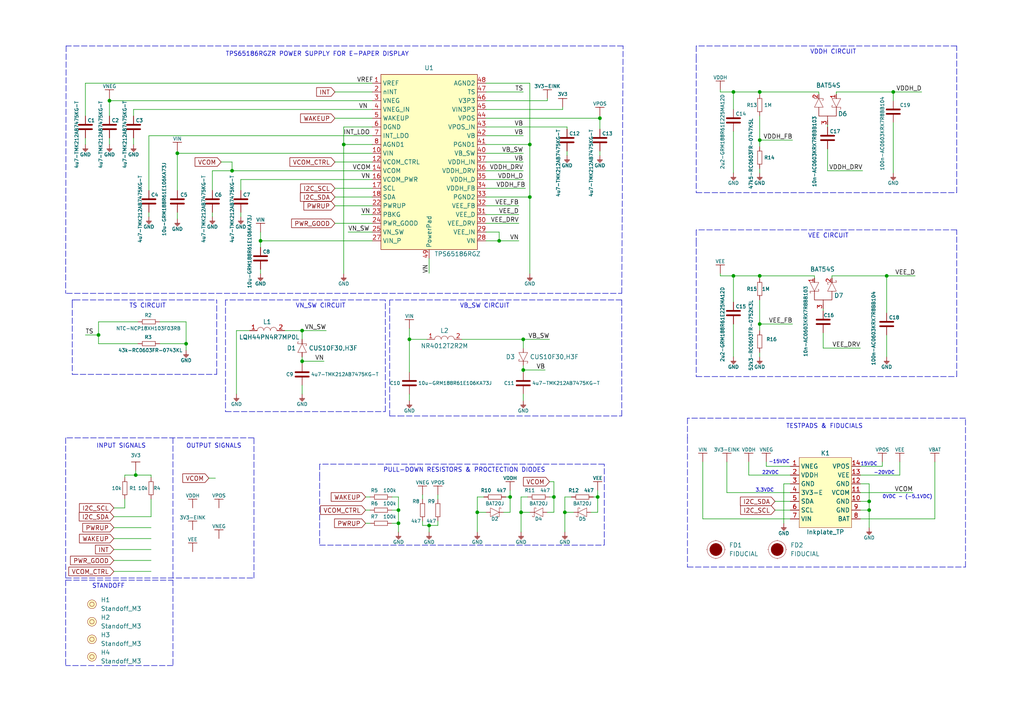
<source format=kicad_sch>
(kicad_sch (version 20211123) (generator eeschema)

  (uuid e984f84f-d247-4abe-b94a-e4b11b928886)

  (paper "A4")

  (title_block
    (title "Soldered Inkplate 6PLUS")
    (date "2022-12-09")
    (rev "V1.2.0.")
    (company "SOLDERED")
    (comment 1 "333235")
  )

  (lib_symbols
    (symbol "e-radionica.com schematics:0603C" (pin_numbers hide) (pin_names (offset 0.002)) (in_bom yes) (on_board yes)
      (property "Reference" "C" (id 0) (at 0 3.81 0)
        (effects (font (size 1 1)))
      )
      (property "Value" "0603C" (id 1) (at 0 -3.175 0)
        (effects (font (size 1 1)))
      )
      (property "Footprint" "e-radionica.com footprinti:0603C" (id 2) (at 0.635 -4.445 0)
        (effects (font (size 1 1)) hide)
      )
      (property "Datasheet" "" (id 3) (at 0 0 0)
        (effects (font (size 1 1)) hide)
      )
      (symbol "0603C_0_1"
        (polyline
          (pts
            (xy -0.635 1.905)
            (xy -0.635 -1.905)
          )
          (stroke (width 0.5) (type default) (color 0 0 0 0))
          (fill (type none))
        )
        (polyline
          (pts
            (xy 0.635 1.905)
            (xy 0.635 -1.905)
          )
          (stroke (width 0.5) (type default) (color 0 0 0 0))
          (fill (type none))
        )
      )
      (symbol "0603C_1_1"
        (pin passive line (at -3.175 0 0) (length 2.54)
          (name "~" (effects (font (size 1.27 1.27))))
          (number "1" (effects (font (size 1.27 1.27))))
        )
        (pin passive line (at 3.175 0 180) (length 2.54)
          (name "~" (effects (font (size 1.27 1.27))))
          (number "2" (effects (font (size 1.27 1.27))))
        )
      )
    )
    (symbol "e-radionica.com schematics:0603R" (pin_numbers hide) (pin_names (offset 0.254)) (in_bom yes) (on_board yes)
      (property "Reference" "R" (id 0) (at 0 1.27 0)
        (effects (font (size 1 1)))
      )
      (property "Value" "0603R" (id 1) (at 0 -1.905 0)
        (effects (font (size 1 1)))
      )
      (property "Footprint" "e-radionica.com footprinti:0603R" (id 2) (at 0 -3.81 0)
        (effects (font (size 1 1)) hide)
      )
      (property "Datasheet" "" (id 3) (at -0.635 1.905 0)
        (effects (font (size 1 1)) hide)
      )
      (symbol "0603R_0_1"
        (rectangle (start -1.905 -0.635) (end 1.905 -0.6604)
          (stroke (width 0.1) (type default) (color 0 0 0 0))
          (fill (type none))
        )
        (rectangle (start -1.905 0.635) (end -1.8796 -0.635)
          (stroke (width 0.1) (type default) (color 0 0 0 0))
          (fill (type none))
        )
        (rectangle (start -1.905 0.635) (end 1.905 0.6096)
          (stroke (width 0.1) (type default) (color 0 0 0 0))
          (fill (type none))
        )
        (rectangle (start 1.905 0.635) (end 1.9304 -0.635)
          (stroke (width 0.1) (type default) (color 0 0 0 0))
          (fill (type none))
        )
      )
      (symbol "0603R_1_1"
        (pin passive line (at -3.175 0 0) (length 1.27)
          (name "~" (effects (font (size 1.27 1.27))))
          (number "1" (effects (font (size 1.27 1.27))))
        )
        (pin passive line (at 3.175 0 180) (length 1.27)
          (name "~" (effects (font (size 1.27 1.27))))
          (number "2" (effects (font (size 1.27 1.27))))
        )
      )
    )
    (symbol "e-radionica.com schematics:0805C" (pin_numbers hide) (in_bom yes) (on_board yes)
      (property "Reference" "C" (id 0) (at 0 3.81 0)
        (effects (font (size 1 1)))
      )
      (property "Value" "0805C" (id 1) (at 0 -3.175 0)
        (effects (font (size 1 1)))
      )
      (property "Footprint" "e-radionica.com footprinti:0805C" (id 2) (at 0 -5.08 0)
        (effects (font (size 1 1)) hide)
      )
      (property "Datasheet" "" (id 3) (at 0 0 0)
        (effects (font (size 1 1)) hide)
      )
      (symbol "0805C_0_1"
        (polyline
          (pts
            (xy -0.635 1.905)
            (xy -0.635 -1.905)
          )
          (stroke (width 0.5) (type default) (color 0 0 0 0))
          (fill (type none))
        )
        (polyline
          (pts
            (xy 0.635 1.905)
            (xy 0.635 -1.905)
          )
          (stroke (width 0.5) (type default) (color 0 0 0 0))
          (fill (type none))
        )
      )
      (symbol "0805C_1_1"
        (pin passive line (at -3.175 0 0) (length 2.54)
          (name "~" (effects (font (size 1.27 1.27))))
          (number "1" (effects (font (size 1.27 1.27))))
        )
        (pin passive line (at 3.175 0 180) (length 2.54)
          (name "~" (effects (font (size 1.27 1.27))))
          (number "2" (effects (font (size 1.27 1.27))))
        )
      )
    )
    (symbol "e-radionica.com schematics:3V3" (power) (pin_names (offset 0)) (in_bom yes) (on_board yes)
      (property "Reference" "#PWR" (id 0) (at 4.445 0 0)
        (effects (font (size 1 1)) hide)
      )
      (property "Value" "3V3" (id 1) (at 0 3.556 0)
        (effects (font (size 1 1)))
      )
      (property "Footprint" "" (id 2) (at 4.445 3.81 0)
        (effects (font (size 1 1)) hide)
      )
      (property "Datasheet" "" (id 3) (at 4.445 3.81 0)
        (effects (font (size 1 1)) hide)
      )
      (property "ki_keywords" "power-flag" (id 4) (at 0 0 0)
        (effects (font (size 1.27 1.27)) hide)
      )
      (property "ki_description" "Power symbol creates a global label with name \"3V3\"" (id 5) (at 0 0 0)
        (effects (font (size 1.27 1.27)) hide)
      )
      (symbol "3V3_0_1"
        (polyline
          (pts
            (xy -1.27 2.54)
            (xy 1.27 2.54)
          )
          (stroke (width 0.16) (type default) (color 0 0 0 0))
          (fill (type none))
        )
        (polyline
          (pts
            (xy 0 0)
            (xy 0 2.54)
          )
          (stroke (width 0) (type default) (color 0 0 0 0))
          (fill (type none))
        )
      )
      (symbol "3V3_1_1"
        (pin power_in line (at 0 0 90) (length 0) hide
          (name "3V3" (effects (font (size 1.27 1.27))))
          (number "1" (effects (font (size 1.27 1.27))))
        )
      )
    )
    (symbol "e-radionica.com schematics:3V3-EINK" (power) (pin_names (offset 0)) (in_bom yes) (on_board yes)
      (property "Reference" "#PWR" (id 0) (at 4.445 0 0)
        (effects (font (size 1 1)) hide)
      )
      (property "Value" "3V3-EINK" (id 1) (at 0 3.556 0)
        (effects (font (size 1 1)))
      )
      (property "Footprint" "" (id 2) (at 4.445 3.81 0)
        (effects (font (size 1 1)) hide)
      )
      (property "Datasheet" "" (id 3) (at 4.445 3.81 0)
        (effects (font (size 1 1)) hide)
      )
      (property "ki_keywords" "power-flag" (id 4) (at 0 0 0)
        (effects (font (size 1.27 1.27)) hide)
      )
      (property "ki_description" "Power symbol creates a global label with name \"3V3-EINK\"" (id 5) (at 0 0 0)
        (effects (font (size 1.27 1.27)) hide)
      )
      (symbol "3V3-EINK_0_1"
        (polyline
          (pts
            (xy -1.27 2.54)
            (xy 1.27 2.54)
          )
          (stroke (width 0.16) (type default) (color 0 0 0 0))
          (fill (type none))
        )
        (polyline
          (pts
            (xy 0 0)
            (xy 0 2.54)
          )
          (stroke (width 0) (type default) (color 0 0 0 0))
          (fill (type none))
        )
      )
      (symbol "3V3-EINK_1_1"
        (pin power_in line (at 0 0 90) (length 0) hide
          (name "3V3-EINK" (effects (font (size 1.27 1.27))))
          (number "1" (effects (font (size 1.27 1.27))))
        )
      )
    )
    (symbol "e-radionica.com schematics:BAT20J" (pin_numbers hide) (pin_names hide) (in_bom yes) (on_board yes)
      (property "Reference" "D" (id 0) (at 0 2.54 0)
        (effects (font (size 1 1)))
      )
      (property "Value" "BAT20J" (id 1) (at 0 -2.54 0)
        (effects (font (size 1 1)))
      )
      (property "Footprint" "e-radionica.com footprinti:SOD-323" (id 2) (at 0 -3.81 0)
        (effects (font (size 1 1)) hide)
      )
      (property "Datasheet" "" (id 3) (at 0 0 0)
        (effects (font (size 1 1)) hide)
      )
      (symbol "BAT20J_0_1"
        (polyline
          (pts
            (xy 1.27 1.27)
            (xy 1.778 1.27)
            (xy 1.778 1.016)
          )
          (stroke (width 0.1) (type default) (color 0 0 0 0))
          (fill (type none))
        )
        (polyline
          (pts
            (xy -1.27 -1.27)
            (xy -1.27 1.27)
            (xy 1.27 0)
            (xy -1.27 -1.27)
          )
          (stroke (width 0.1) (type default) (color 0 0 0 0))
          (fill (type none))
        )
        (polyline
          (pts
            (xy 1.27 1.27)
            (xy 1.27 -1.27)
            (xy 0.762 -1.27)
            (xy 0.762 -1.016)
          )
          (stroke (width 0.1) (type default) (color 0 0 0 0))
          (fill (type none))
        )
      )
      (symbol "BAT20J_1_1"
        (pin input line (at -2.54 0 0) (length 1.27)
          (name "A" (effects (font (size 1.27 1.27))))
          (number "1" (effects (font (size 1.27 1.27))))
        )
        (pin input line (at 2.54 0 180) (length 1.27)
          (name "C" (effects (font (size 1.27 1.27))))
          (number "2" (effects (font (size 1.27 1.27))))
        )
      )
    )
    (symbol "e-radionica.com schematics:BAT54S" (pin_names hide) (in_bom yes) (on_board yes)
      (property "Reference" "D" (id 0) (at 0 5.08 0)
        (effects (font (size 1.27 1.27)))
      )
      (property "Value" "BAT54S" (id 1) (at 0 -5.08 0)
        (effects (font (size 1.27 1.27)))
      )
      (property "Footprint" "e-radionica.com footprinti:SOT-23-3" (id 2) (at -1.27 -7.62 0)
        (effects (font (size 1.27 1.27)) hide)
      )
      (property "Datasheet" "" (id 3) (at -2.54 2.54 0)
        (effects (font (size 1.27 1.27)) hide)
      )
      (symbol "BAT54S_0_1"
        (polyline
          (pts
            (xy 2.54 0)
            (xy 1.27 0)
          )
          (stroke (width 0) (type default) (color 0 0 0 0))
          (fill (type none))
        )
        (polyline
          (pts
            (xy -3.81 -3.81)
            (xy -4.318 -3.81)
            (xy -4.318 -3.556)
          )
          (stroke (width 0.1) (type default) (color 0 0 0 0))
          (fill (type none))
        )
        (polyline
          (pts
            (xy -1.27 3.81)
            (xy -0.762 3.81)
            (xy -0.762 3.556)
          )
          (stroke (width 0.1) (type default) (color 0 0 0 0))
          (fill (type none))
        )
        (polyline
          (pts
            (xy -3.81 -3.81)
            (xy -3.81 -1.27)
            (xy -3.302 -1.27)
            (xy -3.302 -1.524)
          )
          (stroke (width 0.1) (type default) (color 0 0 0 0))
          (fill (type none))
        )
        (polyline
          (pts
            (xy -3.81 1.27)
            (xy -3.81 3.81)
            (xy -1.27 2.54)
            (xy -3.81 1.27)
          )
          (stroke (width 0.1) (type default) (color 0 0 0 0))
          (fill (type none))
        )
        (polyline
          (pts
            (xy -1.27 -1.27)
            (xy -1.27 -3.81)
            (xy -3.81 -2.54)
            (xy -1.27 -1.27)
          )
          (stroke (width 0.1) (type default) (color 0 0 0 0))
          (fill (type none))
        )
        (polyline
          (pts
            (xy -1.27 2.54)
            (xy 1.27 2.54)
            (xy 1.27 -2.54)
            (xy -1.27 -2.54)
          )
          (stroke (width 0) (type default) (color 0 0 0 0))
          (fill (type none))
        )
        (polyline
          (pts
            (xy -1.27 3.81)
            (xy -1.27 1.27)
            (xy -1.778 1.27)
            (xy -1.778 1.524)
          )
          (stroke (width 0.1) (type default) (color 0 0 0 0))
          (fill (type none))
        )
      )
      (symbol "BAT54S_1_1"
        (pin input line (at -5.08 2.54 0) (length 1.27)
          (name "A" (effects (font (size 1.27 1.27))))
          (number "1" (effects (font (size 1.27 1.27))))
        )
        (pin input line (at -5.08 -2.54 0) (length 1.27)
          (name "K" (effects (font (size 1.27 1.27))))
          (number "2" (effects (font (size 1.27 1.27))))
        )
        (pin input line (at 3.81 0 180) (length 1.27)
          (name "3" (effects (font (size 1.27 1.27))))
          (number "3" (effects (font (size 1.27 1.27))))
        )
      )
    )
    (symbol "e-radionica.com schematics:CUS10F30,H3F" (pin_numbers hide) (pin_names hide) (in_bom yes) (on_board yes)
      (property "Reference" "D" (id 0) (at 0 2.54 0)
        (effects (font (size 1.27 1.27)))
      )
      (property "Value" "CUS10F30,H3F" (id 1) (at 0 -2.54 0)
        (effects (font (size 1.27 1.27)))
      )
      (property "Footprint" "e-radionica.com footprinti:SOD-323-2" (id 2) (at 0 -5.08 0)
        (effects (font (size 1.27 1.27)) hide)
      )
      (property "Datasheet" "" (id 3) (at 0 6.35 0)
        (effects (font (size 1.27 1.27)) hide)
      )
      (symbol "CUS10F30,H3F_0_1"
        (polyline
          (pts
            (xy 1.27 1.27)
            (xy 1.778 1.27)
            (xy 1.778 1.016)
          )
          (stroke (width 0.1) (type default) (color 0 0 0 0))
          (fill (type none))
        )
        (polyline
          (pts
            (xy -1.27 -1.27)
            (xy -1.27 1.27)
            (xy 1.27 0)
            (xy -1.27 -1.27)
          )
          (stroke (width 0.1) (type default) (color 0 0 0 0))
          (fill (type none))
        )
        (polyline
          (pts
            (xy 1.27 1.27)
            (xy 1.27 -1.27)
            (xy 0.762 -1.27)
            (xy 0.762 -1.016)
          )
          (stroke (width 0.1) (type default) (color 0 0 0 0))
          (fill (type none))
        )
      )
      (symbol "CUS10F30,H3F_1_1"
        (pin input line (at 2.54 0 180) (length 1.27)
          (name "C" (effects (font (size 1.27 1.27))))
          (number "1" (effects (font (size 1.27 1.27))))
        )
        (pin input line (at -2.54 0 0) (length 1.27)
          (name "A" (effects (font (size 1.27 1.27))))
          (number "2" (effects (font (size 1.27 1.27))))
        )
      )
    )
    (symbol "e-radionica.com schematics:FIDUCIAL" (in_bom no) (on_board yes)
      (property "Reference" "FD" (id 0) (at 0 3.81 0)
        (effects (font (size 1.27 1.27)))
      )
      (property "Value" "FIDUCIAL" (id 1) (at 0 -3.81 0)
        (effects (font (size 1.27 1.27)))
      )
      (property "Footprint" "e-radionica.com footprinti:FIDUCIAL_23" (id 2) (at 0.254 -5.334 0)
        (effects (font (size 1.27 1.27)) hide)
      )
      (property "Datasheet" "" (id 3) (at 0 0 0)
        (effects (font (size 1.27 1.27)) hide)
      )
      (symbol "FIDUCIAL_0_1"
        (polyline
          (pts
            (xy -2.54 0)
            (xy -2.794 0)
          )
          (stroke (width 0.0006) (type default) (color 0 0 0 0))
          (fill (type none))
        )
        (polyline
          (pts
            (xy 0 -2.54)
            (xy 0 -2.794)
          )
          (stroke (width 0.0006) (type default) (color 0 0 0 0))
          (fill (type none))
        )
        (polyline
          (pts
            (xy 0 2.54)
            (xy 0 2.794)
          )
          (stroke (width 0.0006) (type default) (color 0 0 0 0))
          (fill (type none))
        )
        (polyline
          (pts
            (xy 2.54 0)
            (xy 2.794 0)
          )
          (stroke (width 0.0006) (type default) (color 0 0 0 0))
          (fill (type none))
        )
        (circle (center 0 0) (radius 1.7961)
          (stroke (width 0.001) (type default) (color 0 0 0 0))
          (fill (type outline))
        )
        (circle (center 0 0) (radius 2.54)
          (stroke (width 0.0006) (type default) (color 0 0 0 0))
          (fill (type none))
        )
      )
    )
    (symbol "e-radionica.com schematics:GND" (power) (pin_names (offset 0)) (in_bom yes) (on_board yes)
      (property "Reference" "#PWR" (id 0) (at 4.445 0 0)
        (effects (font (size 1 1)) hide)
      )
      (property "Value" "GND" (id 1) (at 0 -2.921 0)
        (effects (font (size 1 1)))
      )
      (property "Footprint" "" (id 2) (at 4.445 3.81 0)
        (effects (font (size 1 1)) hide)
      )
      (property "Datasheet" "" (id 3) (at 4.445 3.81 0)
        (effects (font (size 1 1)) hide)
      )
      (property "ki_keywords" "power-flag" (id 4) (at 0 0 0)
        (effects (font (size 1.27 1.27)) hide)
      )
      (property "ki_description" "Power symbol creates a global label with name \"GND\"" (id 5) (at 0 0 0)
        (effects (font (size 1.27 1.27)) hide)
      )
      (symbol "GND_0_1"
        (polyline
          (pts
            (xy -0.762 -1.27)
            (xy 0.762 -1.27)
          )
          (stroke (width 0.16) (type default) (color 0 0 0 0))
          (fill (type none))
        )
        (polyline
          (pts
            (xy -0.635 -1.524)
            (xy 0.635 -1.524)
          )
          (stroke (width 0.16) (type default) (color 0 0 0 0))
          (fill (type none))
        )
        (polyline
          (pts
            (xy -0.381 -1.778)
            (xy 0.381 -1.778)
          )
          (stroke (width 0.16) (type default) (color 0 0 0 0))
          (fill (type none))
        )
        (polyline
          (pts
            (xy -0.127 -2.032)
            (xy 0.127 -2.032)
          )
          (stroke (width 0.16) (type default) (color 0 0 0 0))
          (fill (type none))
        )
        (polyline
          (pts
            (xy 0 0)
            (xy 0 -1.27)
          )
          (stroke (width 0.16) (type default) (color 0 0 0 0))
          (fill (type none))
        )
      )
      (symbol "GND_1_1"
        (pin power_in line (at 0 0 270) (length 0) hide
          (name "GND" (effects (font (size 1.27 1.27))))
          (number "1" (effects (font (size 1.27 1.27))))
        )
      )
    )
    (symbol "e-radionica.com schematics:Inkplate_TP" (in_bom yes) (on_board yes)
      (property "Reference" "K" (id 0) (at 0 11.43 0)
        (effects (font (size 1.27 1.27)))
      )
      (property "Value" "Inkplate_TP" (id 1) (at 0 -11.43 0)
        (effects (font (size 1.27 1.27)))
      )
      (property "Footprint" "e-radionica.com footprinti:INKPLATE TEST HEADER" (id 2) (at -2.54 -13.97 0)
        (effects (font (size 1.27 1.27)) hide)
      )
      (property "Datasheet" "" (id 3) (at -1.27 0 0)
        (effects (font (size 1.27 1.27)) hide)
      )
      (symbol "Inkplate_TP_0_1"
        (rectangle (start -7.62 10.16) (end 7.62 -10.16)
          (stroke (width 0.1) (type default) (color 0 0 0 0))
          (fill (type background))
        )
      )
      (symbol "Inkplate_TP_1_1"
        (pin passive line (at -10.16 7.62 0) (length 2.54)
          (name "VNEG" (effects (font (size 1.27 1.27))))
          (number "1" (effects (font (size 1.27 1.27))))
        )
        (pin passive line (at 10.16 -2.54 180) (length 2.54)
          (name "GND" (effects (font (size 1.27 1.27))))
          (number "10" (effects (font (size 1.27 1.27))))
        )
        (pin passive line (at 10.16 0 180) (length 2.54)
          (name "VCOM" (effects (font (size 1.27 1.27))))
          (number "11" (effects (font (size 1.27 1.27))))
        )
        (pin passive line (at 10.16 2.54 180) (length 2.54)
          (name "GND" (effects (font (size 1.27 1.27))))
          (number "12" (effects (font (size 1.27 1.27))))
        )
        (pin passive line (at 10.16 5.08 180) (length 2.54)
          (name "VEE" (effects (font (size 1.27 1.27))))
          (number "13" (effects (font (size 1.27 1.27))))
        )
        (pin passive line (at 10.16 7.62 180) (length 2.54)
          (name "VPOS" (effects (font (size 1.27 1.27))))
          (number "14" (effects (font (size 1.27 1.27))))
        )
        (pin passive line (at -10.16 5.08 0) (length 2.54)
          (name "VDDH" (effects (font (size 1.27 1.27))))
          (number "2" (effects (font (size 1.27 1.27))))
        )
        (pin passive line (at -10.16 2.54 0) (length 2.54)
          (name "GND" (effects (font (size 1.27 1.27))))
          (number "3" (effects (font (size 1.27 1.27))))
        )
        (pin passive line (at -10.16 0 0) (length 2.54)
          (name "3V3-E" (effects (font (size 1.27 1.27))))
          (number "4" (effects (font (size 1.27 1.27))))
        )
        (pin passive line (at -10.16 -2.54 0) (length 2.54)
          (name "SDA" (effects (font (size 1.27 1.27))))
          (number "5" (effects (font (size 1.27 1.27))))
        )
        (pin passive line (at -10.16 -5.08 0) (length 2.54)
          (name "SCL" (effects (font (size 1.27 1.27))))
          (number "6" (effects (font (size 1.27 1.27))))
        )
        (pin passive line (at -10.16 -7.62 0) (length 2.54)
          (name "VIN" (effects (font (size 1.27 1.27))))
          (number "7" (effects (font (size 1.27 1.27))))
        )
        (pin passive line (at 10.16 -7.62 180) (length 2.54)
          (name "BAT" (effects (font (size 1.27 1.27))))
          (number "8" (effects (font (size 1.27 1.27))))
        )
        (pin passive line (at 10.16 -5.08 180) (length 2.54)
          (name "GND" (effects (font (size 1.27 1.27))))
          (number "9" (effects (font (size 1.27 1.27))))
        )
      )
    )
    (symbol "e-radionica.com schematics:LQH44PN4R7MP0L" (in_bom yes) (on_board yes)
      (property "Reference" "L" (id 0) (at 0 2.54 0)
        (effects (font (size 1.27 1.27)))
      )
      (property "Value" "LQH44PN4R7MP0L" (id 1) (at 0 -1.27 0)
        (effects (font (size 1.27 1.27)))
      )
      (property "Footprint" "e-radionica.com footprinti:1515L" (id 2) (at 0 -3.81 0)
        (effects (font (size 1.27 1.27)) hide)
      )
      (property "Datasheet" "" (id 3) (at 0 1.27 0)
        (effects (font (size 1.27 1.27)) hide)
      )
      (symbol "LQH44PN4R7MP0L_0_1"
        (arc (start -0.9525 0.0138) (mid -1.905 0.9526) (end -2.8575 0.0138)
          (stroke (width 0.1) (type default) (color 0 0 0 0))
          (fill (type none))
        )
        (arc (start 0.9525 0.0138) (mid 0 0.9526) (end -0.9525 0.0138)
          (stroke (width 0.1) (type default) (color 0 0 0 0))
          (fill (type none))
        )
        (arc (start 2.8575 0.0138) (mid 1.905 0.9526) (end 0.9525 0.0138)
          (stroke (width 0.1) (type default) (color 0 0 0 0))
          (fill (type none))
        )
      )
      (symbol "LQH44PN4R7MP0L_1_1"
        (pin passive line (at -5.08 0 0) (length 2.2)
          (name "" (effects (font (size 1.27 1.27))))
          (number "1" (effects (font (size 1.27 1.27))))
        )
        (pin passive line (at 5.08 0 180) (length 2.2)
          (name "" (effects (font (size 1.27 1.27))))
          (number "2" (effects (font (size 1.27 1.27))))
        )
      )
    )
    (symbol "e-radionica.com schematics:NR4012T2R2M" (in_bom yes) (on_board yes)
      (property "Reference" "L" (id 0) (at 0 2.54 0)
        (effects (font (size 1.27 1.27)))
      )
      (property "Value" "NR4012T2R2M" (id 1) (at 0 -1.27 0)
        (effects (font (size 1.27 1.27)))
      )
      (property "Footprint" "e-radionica.com footprinti:NR4012" (id 2) (at -1.27 -3.81 0)
        (effects (font (size 1.27 1.27)) hide)
      )
      (property "Datasheet" "" (id 3) (at 0 6.35 0)
        (effects (font (size 1.27 1.27)) hide)
      )
      (symbol "NR4012T2R2M_0_1"
        (arc (start -0.9525 0.0138) (mid -1.905 0.9526) (end -2.8575 0.0138)
          (stroke (width 0.1) (type default) (color 0 0 0 0))
          (fill (type none))
        )
        (arc (start 0.9525 0.0138) (mid 0 0.9526) (end -0.9525 0.0138)
          (stroke (width 0.1) (type default) (color 0 0 0 0))
          (fill (type none))
        )
        (arc (start 2.8575 0.0138) (mid 1.905 0.9526) (end 0.9525 0.0138)
          (stroke (width 0.1) (type default) (color 0 0 0 0))
          (fill (type none))
        )
      )
      (symbol "NR4012T2R2M_1_1"
        (pin passive line (at -5.08 0 0) (length 2.2)
          (name "" (effects (font (size 1.27 1.27))))
          (number "1" (effects (font (size 1.27 1.27))))
        )
        (pin passive line (at 5.08 0 180) (length 2.2)
          (name "" (effects (font (size 1.27 1.27))))
          (number "2" (effects (font (size 1.27 1.27))))
        )
      )
    )
    (symbol "e-radionica.com schematics:Standoff_M3" (in_bom yes) (on_board yes)
      (property "Reference" "H" (id 0) (at 0 2.54 0)
        (effects (font (size 1.27 1.27)))
      )
      (property "Value" "Standoff_M3" (id 1) (at 0 -2.54 0)
        (effects (font (size 1.27 1.27)))
      )
      (property "Footprint" "e-radionica.com footprinti:Standoff_M3" (id 2) (at 0 -3.81 0)
        (effects (font (size 1.27 1.27)) hide)
      )
      (property "Datasheet" "" (id 3) (at 0 0 0)
        (effects (font (size 1.27 1.27)) hide)
      )
      (property "ki_keywords" "standoff odstojnik" (id 4) (at 0 0 0)
        (effects (font (size 1.27 1.27)) hide)
      )
      (property "ki_description" "M3 standoff SMTSO-M3-7ET" (id 5) (at 0 0 0)
        (effects (font (size 1.27 1.27)) hide)
      )
      (symbol "Standoff_M3_0_1"
        (circle (center 0 0) (radius 0.635)
          (stroke (width 0.1) (type default) (color 0 0 0 0))
          (fill (type none))
        )
        (circle (center 0 0) (radius 1.27)
          (stroke (width 0.1) (type default) (color 0 0 0 0))
          (fill (type background))
        )
      )
    )
    (symbol "e-radionica.com schematics:TPS65186RGZR" (in_bom yes) (on_board yes)
      (property "Reference" "U" (id 0) (at 0 27.94 0)
        (effects (font (size 1.27 1.27)))
      )
      (property "Value" "TPS65186RGZR" (id 1) (at 7.62 -26.67 0)
        (effects (font (size 1.27 1.27)))
      )
      (property "Footprint" "e-radionica.com footprinti:VQFN-49" (id 2) (at 1.27 -31.75 0)
        (effects (font (size 1.27 1.27)) hide)
      )
      (property "Datasheet" "" (id 3) (at 0 29.21 0)
        (effects (font (size 1.27 1.27)) hide)
      )
      (symbol "TPS65186RGZR_0_1"
        (rectangle (start -13.97 26.67) (end 13.97 -24.13)
          (stroke (width 0.1524) (type default) (color 0 0 0 0))
          (fill (type background))
        )
      )
      (symbol "TPS65186RGZR_1_1"
        (pin input line (at -16.51 24.13 0) (length 2.54)
          (name "VREF" (effects (font (size 1.27 1.27))))
          (number "1" (effects (font (size 1.27 1.27))))
        )
        (pin input line (at -16.51 3.81 0) (length 2.54)
          (name "VIN" (effects (font (size 1.27 1.27))))
          (number "10" (effects (font (size 1.27 1.27))))
        )
        (pin input line (at -16.51 1.27 0) (length 2.54)
          (name "VCOM_CTRL" (effects (font (size 1.27 1.27))))
          (number "12" (effects (font (size 1.27 1.27))))
        )
        (pin input line (at -16.51 -1.27 0) (length 2.54)
          (name "VCOM" (effects (font (size 1.27 1.27))))
          (number "14" (effects (font (size 1.27 1.27))))
        )
        (pin input line (at -16.51 -3.81 0) (length 2.54)
          (name "VCOM_PWR" (effects (font (size 1.27 1.27))))
          (number "16" (effects (font (size 1.27 1.27))))
        )
        (pin input line (at -16.51 -6.35 0) (length 2.54)
          (name "SCL" (effects (font (size 1.27 1.27))))
          (number "17" (effects (font (size 1.27 1.27))))
        )
        (pin input line (at -16.51 -8.89 0) (length 2.54)
          (name "SDA" (effects (font (size 1.27 1.27))))
          (number "18" (effects (font (size 1.27 1.27))))
        )
        (pin input line (at -16.51 21.59 0) (length 2.54)
          (name "nINT" (effects (font (size 1.27 1.27))))
          (number "2" (effects (font (size 1.27 1.27))))
        )
        (pin input line (at -16.51 -11.43 0) (length 2.54)
          (name "PWRUP" (effects (font (size 1.27 1.27))))
          (number "22" (effects (font (size 1.27 1.27))))
        )
        (pin input line (at -16.51 -13.97 0) (length 2.54)
          (name "PBKG" (effects (font (size 1.27 1.27))))
          (number "23" (effects (font (size 1.27 1.27))))
        )
        (pin input line (at -16.51 -16.51 0) (length 2.54)
          (name "PWR_GOOD" (effects (font (size 1.27 1.27))))
          (number "24" (effects (font (size 1.27 1.27))))
        )
        (pin input line (at -16.51 -19.05 0) (length 2.54)
          (name "VN_SW" (effects (font (size 1.27 1.27))))
          (number "25" (effects (font (size 1.27 1.27))))
        )
        (pin input line (at -16.51 -21.59 0) (length 2.54)
          (name "VIN_P" (effects (font (size 1.27 1.27))))
          (number "27" (effects (font (size 1.27 1.27))))
        )
        (pin input line (at 16.51 -21.59 180) (length 2.54)
          (name "VN" (effects (font (size 1.27 1.27))))
          (number "28" (effects (font (size 1.27 1.27))))
        )
        (pin input line (at 16.51 -19.05 180) (length 2.54)
          (name "VEE_IN" (effects (font (size 1.27 1.27))))
          (number "29" (effects (font (size 1.27 1.27))))
        )
        (pin input line (at -16.51 19.05 0) (length 2.54)
          (name "VNEG" (effects (font (size 1.27 1.27))))
          (number "3" (effects (font (size 1.27 1.27))))
        )
        (pin input line (at 16.51 -16.51 180) (length 2.54)
          (name "VEE_DRV" (effects (font (size 1.27 1.27))))
          (number "30" (effects (font (size 1.27 1.27))))
        )
        (pin input line (at 16.51 -13.97 180) (length 2.54)
          (name "VEE_D" (effects (font (size 1.27 1.27))))
          (number "31" (effects (font (size 1.27 1.27))))
        )
        (pin input line (at 16.51 -11.43 180) (length 2.54)
          (name "VEE_FB" (effects (font (size 1.27 1.27))))
          (number "32" (effects (font (size 1.27 1.27))))
        )
        (pin input line (at 16.51 -8.89 180) (length 2.54)
          (name "PGND2" (effects (font (size 1.27 1.27))))
          (number "33" (effects (font (size 1.27 1.27))))
        )
        (pin input line (at 16.51 -6.35 180) (length 2.54)
          (name "VDDH_FB" (effects (font (size 1.27 1.27))))
          (number "34" (effects (font (size 1.27 1.27))))
        )
        (pin input line (at 16.51 -3.81 180) (length 2.54)
          (name "VDDH_D" (effects (font (size 1.27 1.27))))
          (number "35" (effects (font (size 1.27 1.27))))
        )
        (pin input line (at 16.51 -1.27 180) (length 2.54)
          (name "VDDH_DRV" (effects (font (size 1.27 1.27))))
          (number "36" (effects (font (size 1.27 1.27))))
        )
        (pin input line (at 16.51 1.27 180) (length 2.54)
          (name "VDDH_IN" (effects (font (size 1.27 1.27))))
          (number "37" (effects (font (size 1.27 1.27))))
        )
        (pin input line (at -16.51 16.51 0) (length 2.54)
          (name "VNEG_IN" (effects (font (size 1.27 1.27))))
          (number "4" (effects (font (size 1.27 1.27))))
        )
        (pin input line (at 16.51 3.81 180) (length 2.54)
          (name "VB_SW" (effects (font (size 1.27 1.27))))
          (number "40" (effects (font (size 1.27 1.27))))
        )
        (pin input line (at 16.51 6.35 180) (length 2.54)
          (name "PGND1" (effects (font (size 1.27 1.27))))
          (number "41" (effects (font (size 1.27 1.27))))
        )
        (pin input line (at 16.51 8.89 180) (length 2.54)
          (name "VB" (effects (font (size 1.27 1.27))))
          (number "42" (effects (font (size 1.27 1.27))))
        )
        (pin input line (at 16.51 11.43 180) (length 2.54)
          (name "VPOS_IN" (effects (font (size 1.27 1.27))))
          (number "43" (effects (font (size 1.27 1.27))))
        )
        (pin input line (at 16.51 13.97 180) (length 2.54)
          (name "VPOS" (effects (font (size 1.27 1.27))))
          (number "44" (effects (font (size 1.27 1.27))))
        )
        (pin input line (at 16.51 16.51 180) (length 2.54)
          (name "VIN3P3" (effects (font (size 1.27 1.27))))
          (number "45" (effects (font (size 1.27 1.27))))
        )
        (pin input line (at 16.51 19.05 180) (length 2.54)
          (name "V3P3" (effects (font (size 1.27 1.27))))
          (number "46" (effects (font (size 1.27 1.27))))
        )
        (pin input line (at 16.51 21.59 180) (length 2.54)
          (name "TS" (effects (font (size 1.27 1.27))))
          (number "47" (effects (font (size 1.27 1.27))))
        )
        (pin input line (at 16.51 24.13 180) (length 2.54)
          (name "AGND2" (effects (font (size 1.27 1.27))))
          (number "48" (effects (font (size 1.27 1.27))))
        )
        (pin input line (at 0 -26.67 90) (length 2.54)
          (name "PowerPad" (effects (font (size 1.27 1.27))))
          (number "49" (effects (font (size 1.27 1.27))))
        )
        (pin input line (at -16.51 13.97 0) (length 2.54)
          (name "WAKEUP" (effects (font (size 1.27 1.27))))
          (number "5" (effects (font (size 1.27 1.27))))
        )
        (pin input line (at -16.51 11.43 0) (length 2.54)
          (name "DGND" (effects (font (size 1.27 1.27))))
          (number "6" (effects (font (size 1.27 1.27))))
        )
        (pin input line (at -16.51 8.89 0) (length 2.54)
          (name "INT_LDO" (effects (font (size 1.27 1.27))))
          (number "7" (effects (font (size 1.27 1.27))))
        )
        (pin input line (at -16.51 6.35 0) (length 2.54)
          (name "AGND1" (effects (font (size 1.27 1.27))))
          (number "8" (effects (font (size 1.27 1.27))))
        )
      )
    )
    (symbol "e-radionica.com schematics:VBAT" (power) (pin_names (offset 0)) (in_bom yes) (on_board yes)
      (property "Reference" "#PWR" (id 0) (at 4.445 0 0)
        (effects (font (size 1 1)) hide)
      )
      (property "Value" "VBAT" (id 1) (at 0 3.556 0)
        (effects (font (size 1 1)))
      )
      (property "Footprint" "" (id 2) (at 4.445 3.81 0)
        (effects (font (size 1 1)) hide)
      )
      (property "Datasheet" "" (id 3) (at 4.445 3.81 0)
        (effects (font (size 1 1)) hide)
      )
      (property "ki_keywords" "power-flag" (id 4) (at 0 0 0)
        (effects (font (size 1.27 1.27)) hide)
      )
      (property "ki_description" "Power symbol creates a global label with name \"VBAT\"" (id 5) (at 0 0 0)
        (effects (font (size 1.27 1.27)) hide)
      )
      (symbol "VBAT_0_1"
        (polyline
          (pts
            (xy -1.27 2.54)
            (xy 1.27 2.54)
          )
          (stroke (width 0.16) (type default) (color 0 0 0 0))
          (fill (type none))
        )
        (polyline
          (pts
            (xy 0 0)
            (xy 0 2.54)
          )
          (stroke (width 0) (type default) (color 0 0 0 0))
          (fill (type none))
        )
      )
      (symbol "VBAT_1_1"
        (pin power_in line (at 0 0 90) (length 0) hide
          (name "VBAT" (effects (font (size 1.27 1.27))))
          (number "1" (effects (font (size 1.27 1.27))))
        )
      )
    )
    (symbol "e-radionica.com schematics:VDDH" (power) (pin_names (offset 0)) (in_bom yes) (on_board yes)
      (property "Reference" "#PWR" (id 0) (at 4.445 0 0)
        (effects (font (size 1 1)) hide)
      )
      (property "Value" "VDDH" (id 1) (at 0 3.556 0)
        (effects (font (size 1 1)))
      )
      (property "Footprint" "" (id 2) (at 4.445 3.81 0)
        (effects (font (size 1 1)) hide)
      )
      (property "Datasheet" "" (id 3) (at 4.445 3.81 0)
        (effects (font (size 1 1)) hide)
      )
      (property "ki_keywords" "power-flag" (id 4) (at 0 0 0)
        (effects (font (size 1.27 1.27)) hide)
      )
      (property "ki_description" "Power symbol creates a global label with name \"VDDH\"" (id 5) (at 0 0 0)
        (effects (font (size 1.27 1.27)) hide)
      )
      (symbol "VDDH_0_1"
        (polyline
          (pts
            (xy -1.27 2.54)
            (xy 1.27 2.54)
          )
          (stroke (width 0.16) (type default) (color 0 0 0 0))
          (fill (type none))
        )
        (polyline
          (pts
            (xy 0 0)
            (xy 0 2.54)
          )
          (stroke (width 0) (type default) (color 0 0 0 0))
          (fill (type none))
        )
      )
      (symbol "VDDH_1_1"
        (pin power_in line (at 0 0 90) (length 0) hide
          (name "VDDH" (effects (font (size 1.27 1.27))))
          (number "1" (effects (font (size 1.27 1.27))))
        )
      )
    )
    (symbol "e-radionica.com schematics:VEE" (power) (pin_names (offset 0)) (in_bom yes) (on_board yes)
      (property "Reference" "#PWR" (id 0) (at 4.445 0 0)
        (effects (font (size 1 1)) hide)
      )
      (property "Value" "VEE" (id 1) (at 0 3.556 0)
        (effects (font (size 1 1)))
      )
      (property "Footprint" "" (id 2) (at 4.445 3.81 0)
        (effects (font (size 1 1)) hide)
      )
      (property "Datasheet" "" (id 3) (at 4.445 3.81 0)
        (effects (font (size 1 1)) hide)
      )
      (property "ki_keywords" "power-flag" (id 4) (at 0 0 0)
        (effects (font (size 1.27 1.27)) hide)
      )
      (property "ki_description" "Power symbol creates a global label with name \"VEE\"" (id 5) (at 0 0 0)
        (effects (font (size 1.27 1.27)) hide)
      )
      (symbol "VEE_0_1"
        (polyline
          (pts
            (xy -1.27 2.54)
            (xy 1.27 2.54)
          )
          (stroke (width 0.16) (type default) (color 0 0 0 0))
          (fill (type none))
        )
        (polyline
          (pts
            (xy 0 0)
            (xy 0 2.54)
          )
          (stroke (width 0) (type default) (color 0 0 0 0))
          (fill (type none))
        )
      )
      (symbol "VEE_1_1"
        (pin power_in line (at 0 0 90) (length 0) hide
          (name "VEE" (effects (font (size 1.27 1.27))))
          (number "1" (effects (font (size 1.27 1.27))))
        )
      )
    )
    (symbol "e-radionica.com schematics:VIN" (power) (pin_names (offset 0)) (in_bom yes) (on_board yes)
      (property "Reference" "#PWR" (id 0) (at 4.445 0 0)
        (effects (font (size 1 1)) hide)
      )
      (property "Value" "VIN" (id 1) (at 0 3.556 0)
        (effects (font (size 1 1)))
      )
      (property "Footprint" "" (id 2) (at 4.445 3.81 0)
        (effects (font (size 1 1)) hide)
      )
      (property "Datasheet" "" (id 3) (at 4.445 3.81 0)
        (effects (font (size 1 1)) hide)
      )
      (property "ki_keywords" "power-flag" (id 4) (at 0 0 0)
        (effects (font (size 1.27 1.27)) hide)
      )
      (property "ki_description" "Power symbol creates a global label with name \"VIN\"" (id 5) (at 0 0 0)
        (effects (font (size 1.27 1.27)) hide)
      )
      (symbol "VIN_0_1"
        (polyline
          (pts
            (xy -1.27 2.54)
            (xy 1.27 2.54)
          )
          (stroke (width 0.16) (type default) (color 0 0 0 0))
          (fill (type none))
        )
        (polyline
          (pts
            (xy 0 0)
            (xy 0 2.54)
          )
          (stroke (width 0) (type default) (color 0 0 0 0))
          (fill (type none))
        )
      )
      (symbol "VIN_1_1"
        (pin power_in line (at 0 0 90) (length 0) hide
          (name "VIN" (effects (font (size 1.27 1.27))))
          (number "1" (effects (font (size 1.27 1.27))))
        )
      )
    )
    (symbol "e-radionica.com schematics:VNEG" (power) (pin_names (offset 0)) (in_bom yes) (on_board yes)
      (property "Reference" "#PWR" (id 0) (at 4.445 0 0)
        (effects (font (size 1 1)) hide)
      )
      (property "Value" "VNEG" (id 1) (at 0 3.556 0)
        (effects (font (size 1 1)))
      )
      (property "Footprint" "" (id 2) (at 4.445 3.81 0)
        (effects (font (size 1 1)) hide)
      )
      (property "Datasheet" "" (id 3) (at 4.445 3.81 0)
        (effects (font (size 1 1)) hide)
      )
      (property "ki_keywords" "power-flag" (id 4) (at 0 0 0)
        (effects (font (size 1.27 1.27)) hide)
      )
      (property "ki_description" "Power symbol creates a global label with name \"VNEG\"" (id 5) (at 0 0 0)
        (effects (font (size 1.27 1.27)) hide)
      )
      (symbol "VNEG_0_1"
        (polyline
          (pts
            (xy -1.27 2.54)
            (xy 1.27 2.54)
          )
          (stroke (width 0.16) (type default) (color 0 0 0 0))
          (fill (type none))
        )
        (polyline
          (pts
            (xy 0 0)
            (xy 0 2.54)
          )
          (stroke (width 0) (type default) (color 0 0 0 0))
          (fill (type none))
        )
      )
      (symbol "VNEG_1_1"
        (pin power_in line (at 0 0 90) (length 0) hide
          (name "VNEG" (effects (font (size 1.27 1.27))))
          (number "1" (effects (font (size 1.27 1.27))))
        )
      )
    )
    (symbol "e-radionica.com schematics:VPOS" (power) (pin_names (offset 0)) (in_bom yes) (on_board yes)
      (property "Reference" "#PWR" (id 0) (at 4.445 0 0)
        (effects (font (size 1 1)) hide)
      )
      (property "Value" "VPOS" (id 1) (at 0 3.556 0)
        (effects (font (size 1 1)))
      )
      (property "Footprint" "" (id 2) (at 4.445 3.81 0)
        (effects (font (size 1 1)) hide)
      )
      (property "Datasheet" "" (id 3) (at 4.445 3.81 0)
        (effects (font (size 1 1)) hide)
      )
      (property "ki_keywords" "power-flag" (id 4) (at 0 0 0)
        (effects (font (size 1.27 1.27)) hide)
      )
      (property "ki_description" "Power symbol creates a global label with name \"VPOS\"" (id 5) (at 0 0 0)
        (effects (font (size 1.27 1.27)) hide)
      )
      (symbol "VPOS_0_1"
        (polyline
          (pts
            (xy -1.27 2.54)
            (xy 1.27 2.54)
          )
          (stroke (width 0.16) (type default) (color 0 0 0 0))
          (fill (type none))
        )
        (polyline
          (pts
            (xy 0 0)
            (xy 0 2.54)
          )
          (stroke (width 0) (type default) (color 0 0 0 0))
          (fill (type none))
        )
      )
      (symbol "VPOS_1_1"
        (pin power_in line (at 0 0 90) (length 0) hide
          (name "VPOS" (effects (font (size 1.27 1.27))))
          (number "1" (effects (font (size 1.27 1.27))))
        )
      )
    )
  )

  (junction (at 53.975 99.695) (diameter 0) (color 0 0 0 0)
    (uuid 03c8b5b7-f0a8-4ad7-a38a-f5796842c015)
  )
  (junction (at 144.78 69.85) (diameter 0) (color 0 0 0 0)
    (uuid 07e7b779-cef1-4255-ae9e-4157c0a88af9)
  )
  (junction (at 163.83 148.59) (diameter 0) (color 0 0 0 0)
    (uuid 09b9248f-bf17-4ab5-8f81-81360ef54010)
  )
  (junction (at 124.46 152.4) (diameter 0) (color 0 0 0 0)
    (uuid 11b641c6-9bc3-4446-b7ba-adb91bcf498d)
  )
  (junction (at 160.655 144.145) (diameter 0) (color 0 0 0 0)
    (uuid 12fcb490-73fe-49cc-a715-9de866409e28)
  )
  (junction (at 118.745 98.425) (diameter 0) (color 0 0 0 0)
    (uuid 1806d127-ebdb-4751-a423-394e96bb5cdc)
  )
  (junction (at 220.345 40.64) (diameter 0) (color 0 0 0 0)
    (uuid 2f011149-03f4-40e4-9b35-ac19d5c6054f)
  )
  (junction (at 153.67 57.15) (diameter 0) (color 0 0 0 0)
    (uuid 33cac85e-ede3-4c6e-8898-83b52af97ad6)
  )
  (junction (at 220.345 80.01) (diameter 0) (color 0 0 0 0)
    (uuid 34273e70-4108-4e5c-a028-34d21a5c1efd)
  )
  (junction (at 138.43 148.59) (diameter 0) (color 0 0 0 0)
    (uuid 3c8f07e6-d926-4500-875f-7731621fea24)
  )
  (junction (at 151.765 98.425) (diameter 0) (color 0 0 0 0)
    (uuid 45123bbf-35bf-4418-9b58-8a65877f0c2e)
  )
  (junction (at 151.765 107.315) (diameter 0) (color 0 0 0 0)
    (uuid 4e741225-715b-4a98-b214-a966a085dc44)
  )
  (junction (at 173.99 34.29) (diameter 0) (color 0 0 0 0)
    (uuid 5579072c-f9d9-448e-b0c2-147f20cc58c8)
  )
  (junction (at 87.63 104.775) (diameter 0) (color 0 0 0 0)
    (uuid 56852381-eef1-4ec4-91f1-d9ca593317e3)
  )
  (junction (at 252.095 145.415) (diameter 0) (color 0 0 0 0)
    (uuid 6615c595-191c-4fe5-b7e9-4a579d552656)
  )
  (junction (at 252.095 147.955) (diameter 0) (color 0 0 0 0)
    (uuid 668b82fe-b542-4bd0-b2a5-5dae0ac43510)
  )
  (junction (at 257.175 80.01) (diameter 0) (color 0 0 0 0)
    (uuid 6729d992-881d-49eb-bf82-7ed0b3e17c26)
  )
  (junction (at 67.31 49.53) (diameter 0) (color 0 0 0 0)
    (uuid 6a31b2f2-c10c-4a82-a753-d38bc51e4c05)
  )
  (junction (at 39.37 137.795) (diameter 0) (color 0 0 0 0)
    (uuid 6eb840d6-1200-4b72-a29d-0dea8a68c84e)
  )
  (junction (at 151.13 148.59) (diameter 0) (color 0 0 0 0)
    (uuid 70a02cb3-32c3-45c2-b8a6-ade29276fd45)
  )
  (junction (at 147.955 144.145) (diameter 0) (color 0 0 0 0)
    (uuid 71a41c53-c356-43b2-b77e-cfa4fd361a0d)
  )
  (junction (at 87.63 95.885) (diameter 0) (color 0 0 0 0)
    (uuid 77c48e7c-1523-4ac8-a22c-242e030603af)
  )
  (junction (at 173.355 144.145) (diameter 0) (color 0 0 0 0)
    (uuid 831181f3-e07e-4359-85a3-43a55598e402)
  )
  (junction (at 220.345 26.67) (diameter 0) (color 0 0 0 0)
    (uuid 8ecf5bc6-ac0b-4482-bbd8-f9db21406510)
  )
  (junction (at 99.695 41.91) (diameter 0) (color 0 0 0 0)
    (uuid 95e669ed-a642-4381-9630-64c363821dfe)
  )
  (junction (at 31.75 29.21) (diameter 0) (color 0 0 0 0)
    (uuid 9936fe82-f39e-4423-a3ae-78602fa02de5)
  )
  (junction (at 153.67 41.91) (diameter 0) (color 0 0 0 0)
    (uuid 9bcea2cc-19cc-46f4-9d0e-eb393c4db32c)
  )
  (junction (at 28.575 97.155) (diameter 0) (color 0 0 0 0)
    (uuid a121e607-0ec0-48fc-9192-13979e6f818b)
  )
  (junction (at 75.565 69.85) (diameter 0) (color 0 0 0 0)
    (uuid a5602f92-2b5f-43c3-84b0-69d555d94241)
  )
  (junction (at 212.725 26.67) (diameter 0) (color 0 0 0 0)
    (uuid b2e7fb91-c4cb-46b7-aaee-b9207f560847)
  )
  (junction (at 115.57 151.765) (diameter 0) (color 0 0 0 0)
    (uuid baf7d5c1-8bc5-4816-9c9c-bb92b4a6b3da)
  )
  (junction (at 51.435 44.45) (diameter 0) (color 0 0 0 0)
    (uuid bcbddad0-7fad-4cd6-8dd1-d1d4f8020323)
  )
  (junction (at 115.57 147.955) (diameter 0) (color 0 0 0 0)
    (uuid c43f24b0-01c4-45ec-aa4a-5498098e16ab)
  )
  (junction (at 259.08 26.67) (diameter 0) (color 0 0 0 0)
    (uuid cd0fde5f-7c66-4ac4-8628-621a7f363a34)
  )
  (junction (at 212.725 80.01) (diameter 0) (color 0 0 0 0)
    (uuid d7e60728-4bca-45b8-892e-4f74a12d6e58)
  )
  (junction (at 220.345 93.98) (diameter 0) (color 0 0 0 0)
    (uuid f6ba19b2-e64c-4266-a133-ddd9162ae4e7)
  )

  (polyline (pts (xy 19.05 167.64) (xy 73.66 167.64))
    (stroke (width 0) (type default) (color 0 0 0 0))
    (uuid 00c1858d-40c1-4a0a-b80c-6139bad150a3)
  )

  (wire (pts (xy 33.02 162.56) (xy 43.815 162.56))
    (stroke (width 0) (type default) (color 0 0 0 0))
    (uuid 0177b717-8f7d-4b62-97bb-d5eac4a4019b)
  )
  (polyline (pts (xy 50.165 193.04) (xy 19.05 193.04))
    (stroke (width 0) (type default) (color 0 0 0 0))
    (uuid 01f7e40b-2aae-49db-aa21-0eed0dde0db0)
  )

  (wire (pts (xy 164.465 43.815) (xy 164.465 45.085))
    (stroke (width 0) (type default) (color 0 0 0 0))
    (uuid 020e0185-2bf8-4fce-9c76-8efb7a2dd513)
  )
  (wire (pts (xy 75.565 71.755) (xy 75.565 69.85))
    (stroke (width 0) (type default) (color 0 0 0 0))
    (uuid 020ec23b-4b68-4eff-bbce-232569715ea6)
  )
  (wire (pts (xy 240.03 49.53) (xy 250.19 49.53))
    (stroke (width 0) (type default) (color 0 0 0 0))
    (uuid 03a26f24-94f7-4bdf-906a-637e454f67c8)
  )
  (wire (pts (xy 140.97 62.23) (xy 150.495 62.23))
    (stroke (width 0) (type default) (color 0 0 0 0))
    (uuid 04c8e39d-4c41-4fe5-b67b-37713d5ef63e)
  )
  (wire (pts (xy 229.235 140.335) (xy 227.33 140.335))
    (stroke (width 0) (type default) (color 0 0 0 0))
    (uuid 05cb81f5-327c-4838-803b-41ae5ca80737)
  )
  (wire (pts (xy 87.63 95.885) (xy 94.615 95.885))
    (stroke (width 0) (type default) (color 0 0 0 0))
    (uuid 0651dc37-6591-4972-a160-e871bef28460)
  )
  (wire (pts (xy 82.55 95.885) (xy 87.63 95.885))
    (stroke (width 0) (type default) (color 0 0 0 0))
    (uuid 0678e859-60dd-4592-9ec3-c56ba0a2917d)
  )
  (wire (pts (xy 67.31 46.99) (xy 67.31 49.53))
    (stroke (width 0) (type default) (color 0 0 0 0))
    (uuid 07eda17c-cf78-4ee6-8f05-c1ee5629a4e6)
  )
  (wire (pts (xy 140.97 24.13) (xy 153.67 24.13))
    (stroke (width 0) (type default) (color 0 0 0 0))
    (uuid 082a1070-c8a0-47c7-911c-57dfd709c047)
  )
  (wire (pts (xy 163.83 148.59) (xy 163.83 154.305))
    (stroke (width 0) (type default) (color 0 0 0 0))
    (uuid 08f152a7-5dd6-40b8-86c8-5a6a84e3e7cf)
  )
  (wire (pts (xy 43.815 149.86) (xy 43.815 144.78))
    (stroke (width 0) (type default) (color 0 0 0 0))
    (uuid 095f0869-6080-4d04-9394-049f9510a755)
  )
  (wire (pts (xy 172.085 144.145) (xy 173.355 144.145))
    (stroke (width 0) (type default) (color 0 0 0 0))
    (uuid 0984d246-a056-41b6-857a-9508e6f2c66c)
  )
  (polyline (pts (xy 175.26 158.115) (xy 175.26 134.62))
    (stroke (width 0) (type default) (color 0 0 0 0))
    (uuid 09e702fe-159a-4c14-8124-4430501dd9ac)
  )
  (polyline (pts (xy 180.34 120.65) (xy 180.34 86.995))
    (stroke (width 0) (type default) (color 0 0 0 0))
    (uuid 0a89e4ab-f990-4287-96d0-85310b2aa55a)
  )
  (polyline (pts (xy 20.955 87.63) (xy 20.955 108.585))
    (stroke (width 0) (type default) (color 0 0 0 0))
    (uuid 0b234bf0-be58-4562-8577-137e46c866fb)
  )

  (wire (pts (xy 75.565 78.105) (xy 75.565 79.375))
    (stroke (width 0) (type default) (color 0 0 0 0))
    (uuid 0bd75fc4-14d2-45c0-a47a-ac9dce3782c8)
  )
  (wire (pts (xy 140.97 41.91) (xy 153.67 41.91))
    (stroke (width 0) (type default) (color 0 0 0 0))
    (uuid 0d2ef525-dac9-4d86-a492-132a6bcb3060)
  )
  (wire (pts (xy 140.97 59.69) (xy 150.495 59.69))
    (stroke (width 0) (type default) (color 0 0 0 0))
    (uuid 103b4ca3-1110-46aa-93fd-e3875234271d)
  )
  (wire (pts (xy 153.67 41.91) (xy 153.67 57.15))
    (stroke (width 0) (type default) (color 0 0 0 0))
    (uuid 11c7caea-afa2-46e4-93dc-d94c4fd5d43e)
  )
  (wire (pts (xy 51.435 44.45) (xy 107.95 44.45))
    (stroke (width 0) (type default) (color 0 0 0 0))
    (uuid 11cfd7a4-372f-449d-a57b-0ced845bf0ee)
  )
  (wire (pts (xy 173.99 33.655) (xy 173.99 34.29))
    (stroke (width 0) (type default) (color 0 0 0 0))
    (uuid 126ec3f6-9a3d-4d89-856f-881b56b9d3e8)
  )
  (polyline (pts (xy 92.71 137.795) (xy 92.71 158.115))
    (stroke (width 0) (type default) (color 0 0 0 0))
    (uuid 19f47c7e-9343-4f13-a7d1-7ec3f26e0857)
  )

  (wire (pts (xy 36.195 147.32) (xy 33.02 147.32))
    (stroke (width 0) (type default) (color 0 0 0 0))
    (uuid 1b635427-32ee-4497-8b8b-543b41ebb8df)
  )
  (wire (pts (xy 61.595 55.245) (xy 61.595 49.53))
    (stroke (width 0) (type default) (color 0 0 0 0))
    (uuid 1c1e93c8-4588-40f4-bfc3-97272164156b)
  )
  (polyline (pts (xy 19.05 168.275) (xy 19.05 193.04))
    (stroke (width 0) (type default) (color 0 0 0 0))
    (uuid 1c5203a1-95db-4054-aca7-2b0c7041a6e4)
  )

  (wire (pts (xy 240.03 36.195) (xy 240.03 36.83))
    (stroke (width 0) (type default) (color 0 0 0 0))
    (uuid 1d7173b2-8fec-4a8d-9639-62b5d33b09d9)
  )
  (wire (pts (xy 140.97 54.61) (xy 152.4 54.61))
    (stroke (width 0) (type default) (color 0 0 0 0))
    (uuid 203090e4-55b5-4296-8f59-81cdb9f4e79b)
  )
  (polyline (pts (xy 111.76 119.38) (xy 111.76 86.995))
    (stroke (width 0) (type default) (color 0 0 0 0))
    (uuid 211e79a6-6972-48cd-90bb-032dc3533346)
  )

  (wire (pts (xy 28.575 97.155) (xy 28.575 93.345))
    (stroke (width 0) (type default) (color 0 0 0 0))
    (uuid 21d0437c-60c9-4f5e-9f1c-bc889f7d86f5)
  )
  (wire (pts (xy 255.905 133.985) (xy 255.905 135.255))
    (stroke (width 0) (type default) (color 0 0 0 0))
    (uuid 245c66f7-0773-48d6-80be-4de688085350)
  )
  (wire (pts (xy 69.85 55.245) (xy 69.85 52.07))
    (stroke (width 0) (type default) (color 0 0 0 0))
    (uuid 25e24d6e-462b-4822-9910-bd12cf8f44f6)
  )
  (polyline (pts (xy 50.165 166.37) (xy 50.165 167.64))
    (stroke (width 0) (type default) (color 0 0 0 0))
    (uuid 27df9fa1-a4b0-4277-9b33-99fc7f662748)
  )

  (wire (pts (xy 220.345 48.895) (xy 220.345 50.165))
    (stroke (width 0) (type default) (color 0 0 0 0))
    (uuid 2826ff95-9ad9-4206-9c8a-66019c48ab44)
  )
  (wire (pts (xy 127 143.51) (xy 127 144.78))
    (stroke (width 0) (type default) (color 0 0 0 0))
    (uuid 2875cc79-be52-443d-973a-c115fa048432)
  )
  (wire (pts (xy 107.95 36.83) (xy 99.695 36.83))
    (stroke (width 0) (type default) (color 0 0 0 0))
    (uuid 28a9c1ee-af7f-4e3d-a0b5-48b6e564f35f)
  )
  (wire (pts (xy 146.685 144.145) (xy 147.955 144.145))
    (stroke (width 0) (type default) (color 0 0 0 0))
    (uuid 2a595d80-15cf-4357-8076-478d91d106d5)
  )
  (polyline (pts (xy 175.26 134.62) (xy 92.71 134.62))
    (stroke (width 0) (type default) (color 0 0 0 0))
    (uuid 2af67c9f-1758-4649-8401-6b678ded3579)
  )

  (wire (pts (xy 242.57 26.67) (xy 259.08 26.67))
    (stroke (width 0) (type default) (color 0 0 0 0))
    (uuid 2b1bd8c8-3e2b-4acf-a87a-3998c5b53791)
  )
  (wire (pts (xy 173.355 144.145) (xy 173.355 148.59))
    (stroke (width 0) (type default) (color 0 0 0 0))
    (uuid 2b9a2d5f-5cc4-4e2a-82f1-2a8a02d7c38c)
  )
  (polyline (pts (xy 19.304 85.09) (xy 180.34 85.09))
    (stroke (width 0) (type default) (color 0 0 0 0))
    (uuid 2d223460-6658-42b5-b08b-2bf056889d10)
  )
  (polyline (pts (xy 50.165 127) (xy 50.165 166.37))
    (stroke (width 0) (type default) (color 0 0 0 0))
    (uuid 2dcff979-8e88-4387-9cce-d89792aa9b6b)
  )

  (wire (pts (xy 220.345 93.98) (xy 220.345 95.885))
    (stroke (width 0) (type default) (color 0 0 0 0))
    (uuid 2fca306f-980a-4bfb-80ef-b4c23cb6606b)
  )
  (polyline (pts (xy 19.05 127) (xy 19.05 167.64))
    (stroke (width 0) (type default) (color 0 0 0 0))
    (uuid 3043dbca-5be5-4a86-8ff7-db5a27778edd)
  )

  (wire (pts (xy 115.57 151.765) (xy 115.57 154.305))
    (stroke (width 0) (type default) (color 0 0 0 0))
    (uuid 317e5e54-62b7-4fe0-ac3f-10ac893e0a49)
  )
  (wire (pts (xy 28.575 99.695) (xy 28.575 97.155))
    (stroke (width 0) (type default) (color 0 0 0 0))
    (uuid 324ee9e5-49ee-4fd7-bd7a-ab7bfc05e2ed)
  )
  (wire (pts (xy 138.43 148.59) (xy 138.43 144.145))
    (stroke (width 0) (type default) (color 0 0 0 0))
    (uuid 331e547e-7449-4824-a532-49aac5842245)
  )
  (wire (pts (xy 236.22 80.645) (xy 236.22 80.01))
    (stroke (width 0) (type default) (color 0 0 0 0))
    (uuid 33a85c78-c4a5-4b70-859f-6828971b66c8)
  )
  (wire (pts (xy 151.765 98.425) (xy 159.385 98.425))
    (stroke (width 0) (type default) (color 0 0 0 0))
    (uuid 366beb35-98dc-4b97-8c7f-596e44284f35)
  )
  (wire (pts (xy 140.97 29.21) (xy 158.75 29.21))
    (stroke (width 0) (type default) (color 0 0 0 0))
    (uuid 379d2027-ade2-446d-b2a8-1686ae12241f)
  )
  (wire (pts (xy 106.045 144.145) (xy 107.315 144.145))
    (stroke (width 0) (type default) (color 0 0 0 0))
    (uuid 37c51b20-0a55-4727-a6e5-eb7f239d6b1c)
  )
  (wire (pts (xy 260.985 133.985) (xy 260.985 137.795))
    (stroke (width 0) (type default) (color 0 0 0 0))
    (uuid 389d9729-de06-4c29-ba18-f1238edaa5ea)
  )
  (wire (pts (xy 140.97 36.83) (xy 164.465 36.83))
    (stroke (width 0) (type default) (color 0 0 0 0))
    (uuid 38c9997f-98f7-41dd-8d03-cb90a6db820d)
  )
  (wire (pts (xy 153.67 148.59) (xy 151.13 148.59))
    (stroke (width 0) (type default) (color 0 0 0 0))
    (uuid 3a13b198-711c-4d2c-ac3e-bd5497fbc427)
  )
  (wire (pts (xy 252.095 145.415) (xy 252.095 147.955))
    (stroke (width 0) (type default) (color 0 0 0 0))
    (uuid 3ae3fbd7-43c3-40f9-ba93-33b016cd17e5)
  )
  (polyline (pts (xy 277.495 55.88) (xy 277.495 13.335))
    (stroke (width 0) (type default) (color 0 0 0 0))
    (uuid 3c24ab61-861f-414b-bf23-eb9f1d4e8369)
  )

  (wire (pts (xy 140.97 39.37) (xy 151.765 39.37))
    (stroke (width 0) (type default) (color 0 0 0 0))
    (uuid 3c366a71-f7c8-4705-a28c-1a6b708315a6)
  )
  (wire (pts (xy 151.13 144.145) (xy 153.035 144.145))
    (stroke (width 0) (type default) (color 0 0 0 0))
    (uuid 3c7225be-0e5f-435d-9f37-bd4538e8d536)
  )
  (wire (pts (xy 210.82 133.985) (xy 210.82 142.875))
    (stroke (width 0) (type default) (color 0 0 0 0))
    (uuid 3cd13752-93b7-4392-bcad-a209e5ae2cdd)
  )
  (polyline (pts (xy 277.495 66.675) (xy 201.93 66.675))
    (stroke (width 0) (type default) (color 0 0 0 0))
    (uuid 3d5cf56e-bd9f-4579-b0ce-3221501e1e55)
  )

  (wire (pts (xy 53.975 99.695) (xy 53.975 101.6))
    (stroke (width 0) (type default) (color 0 0 0 0))
    (uuid 3def2bbb-8d34-4600-99dd-26ef6fcd30b3)
  )
  (wire (pts (xy 163.195 31.75) (xy 163.195 31.115))
    (stroke (width 0) (type default) (color 0 0 0 0))
    (uuid 3e229f74-0d6e-4e2c-8163-9a65e677d459)
  )
  (wire (pts (xy 140.97 57.15) (xy 153.67 57.15))
    (stroke (width 0) (type default) (color 0 0 0 0))
    (uuid 3ed9a403-ef9d-4586-b1ac-96680f7ee2d6)
  )
  (wire (pts (xy 217.17 137.795) (xy 229.235 137.795))
    (stroke (width 0) (type default) (color 0 0 0 0))
    (uuid 3f4c9a38-1487-4f3f-8f2a-cc23293e5969)
  )
  (polyline (pts (xy 113.03 86.995) (xy 113.03 120.65))
    (stroke (width 0) (type default) (color 0 0 0 0))
    (uuid 40e8c82d-ef54-40ea-b56e-4653ad052734)
  )

  (wire (pts (xy 220.345 93.98) (xy 229.87 93.98))
    (stroke (width 0) (type default) (color 0 0 0 0))
    (uuid 41609430-bac5-4e0d-a94e-1c7a6a92ed5d)
  )
  (wire (pts (xy 118.745 95.25) (xy 118.745 98.425))
    (stroke (width 0) (type default) (color 0 0 0 0))
    (uuid 41c54ed7-fbbc-4268-a080-dfd4a891b2be)
  )
  (wire (pts (xy 40.005 99.695) (xy 28.575 99.695))
    (stroke (width 0) (type default) (color 0 0 0 0))
    (uuid 45c0d24a-899d-45a8-9179-f4f0cb6e4bdc)
  )
  (wire (pts (xy 115.57 147.955) (xy 115.57 151.765))
    (stroke (width 0) (type default) (color 0 0 0 0))
    (uuid 47bc7f43-7713-461d-a23d-5fd757c18ad6)
  )
  (wire (pts (xy 144.78 69.85) (xy 150.495 69.85))
    (stroke (width 0) (type default) (color 0 0 0 0))
    (uuid 47e68a06-ffc8-4873-ba3b-58c862c6e9a7)
  )
  (wire (pts (xy 140.97 31.75) (xy 163.195 31.75))
    (stroke (width 0) (type default) (color 0 0 0 0))
    (uuid 4851f81c-0f0c-484f-8db3-4a22f3b92aa5)
  )
  (polyline (pts (xy 280.035 164.465) (xy 280.035 121.285))
    (stroke (width 0) (type default) (color 0 0 0 0))
    (uuid 4af2240a-5a5d-48d2-a9b4-a18e1ae31a7e)
  )

  (wire (pts (xy 259.08 35.56) (xy 259.08 50.165))
    (stroke (width 0) (type default) (color 0 0 0 0))
    (uuid 4bd7775d-4dd8-4c3e-9f87-e7c7d1e59575)
  )
  (wire (pts (xy 61.595 49.53) (xy 67.31 49.53))
    (stroke (width 0) (type default) (color 0 0 0 0))
    (uuid 4cad5035-5ed2-4871-8f99-31584cd9132c)
  )
  (wire (pts (xy 99.695 36.83) (xy 99.695 41.91))
    (stroke (width 0) (type default) (color 0 0 0 0))
    (uuid 4d73c3c5-d17f-428c-b4cb-8dd5a35aaa2c)
  )
  (wire (pts (xy 237.49 26.67) (xy 237.49 27.305))
    (stroke (width 0) (type default) (color 0 0 0 0))
    (uuid 4df3a618-5507-4230-9b16-d33d8e46f8d8)
  )
  (wire (pts (xy 147.955 148.59) (xy 146.05 148.59))
    (stroke (width 0) (type default) (color 0 0 0 0))
    (uuid 4e0042be-50b1-475f-bba5-d671d7dd9f7b)
  )
  (polyline (pts (xy 201.93 13.335) (xy 201.93 16.51))
    (stroke (width 0) (type default) (color 0 0 0 0))
    (uuid 4fb8e930-5b30-4677-9c00-1bb0f49844f8)
  )

  (wire (pts (xy 173.99 43.815) (xy 173.99 45.085))
    (stroke (width 0) (type default) (color 0 0 0 0))
    (uuid 506bec6e-ae81-4e13-83fd-6e6a20e8dd7f)
  )
  (wire (pts (xy 222.25 135.255) (xy 229.235 135.255))
    (stroke (width 0) (type default) (color 0 0 0 0))
    (uuid 5083ae27-40f3-48c8-b21d-d01446c16b35)
  )
  (wire (pts (xy 138.43 148.59) (xy 138.43 154.305))
    (stroke (width 0) (type default) (color 0 0 0 0))
    (uuid 50fbe0e6-6963-4046-a119-94555949febb)
  )
  (wire (pts (xy 257.175 80.01) (xy 257.175 90.805))
    (stroke (width 0) (type default) (color 0 0 0 0))
    (uuid 52396e61-2497-45f0-b170-f0aa7c52a4c3)
  )
  (polyline (pts (xy 19.177 13.335) (xy 19.05 85.09))
    (stroke (width 0) (type default) (color 0 0 0 0))
    (uuid 5474e6c4-1789-413d-961a-df6e53e8a5cc)
  )

  (wire (pts (xy 249.555 147.955) (xy 252.095 147.955))
    (stroke (width 0) (type default) (color 0 0 0 0))
    (uuid 54a3c92d-a091-405f-b445-603c0f2e1fb3)
  )
  (wire (pts (xy 252.095 140.335) (xy 252.095 145.415))
    (stroke (width 0) (type default) (color 0 0 0 0))
    (uuid 54ded1e9-f0ba-4d23-8aa1-228fbd364775)
  )
  (wire (pts (xy 260.985 137.795) (xy 249.555 137.795))
    (stroke (width 0) (type default) (color 0 0 0 0))
    (uuid 55fdbf37-93ec-4489-b99d-2778986cddf5)
  )
  (polyline (pts (xy 277.495 109.22) (xy 277.495 66.675))
    (stroke (width 0) (type default) (color 0 0 0 0))
    (uuid 572730cf-1936-404a-8d9e-1dba9092e2f5)
  )
  (polyline (pts (xy 20.955 108.585) (xy 62.865 108.585))
    (stroke (width 0) (type default) (color 0 0 0 0))
    (uuid 5844d5fb-73a5-46e0-985f-90b1e06d055c)
  )

  (wire (pts (xy 69.85 61.595) (xy 69.85 62.865))
    (stroke (width 0) (type default) (color 0 0 0 0))
    (uuid 5907c7ce-add7-4374-b0d7-db15c164b67d)
  )
  (wire (pts (xy 151.765 106.045) (xy 151.765 107.315))
    (stroke (width 0) (type default) (color 0 0 0 0))
    (uuid 5c88f8d0-b13e-4854-9626-de92b1d5210f)
  )
  (wire (pts (xy 140.97 67.31) (xy 144.78 67.31))
    (stroke (width 0) (type default) (color 0 0 0 0))
    (uuid 5ca1b324-fc5b-439a-8b2a-ce6855b516ee)
  )
  (wire (pts (xy 31.75 28.575) (xy 31.75 29.21))
    (stroke (width 0) (type default) (color 0 0 0 0))
    (uuid 5d14bef4-8eed-4dc1-b85d-b16d0533f43f)
  )
  (polyline (pts (xy 92.71 134.62) (xy 92.71 137.795))
    (stroke (width 0) (type default) (color 0 0 0 0))
    (uuid 5d325f37-4fde-4a90-9d5e-3a7139bf13fd)
  )

  (wire (pts (xy 240.03 43.18) (xy 240.03 49.53))
    (stroke (width 0) (type default) (color 0 0 0 0))
    (uuid 5d6a8fee-0f28-4bb9-866f-abcc0089d992)
  )
  (polyline (pts (xy 201.93 55.88) (xy 277.495 55.88))
    (stroke (width 0) (type default) (color 0 0 0 0))
    (uuid 5de8373c-ecf8-4238-9df8-c7ca8677bc92)
  )

  (wire (pts (xy 118.745 98.425) (xy 118.745 107.95))
    (stroke (width 0) (type default) (color 0 0 0 0))
    (uuid 606bb9bc-67d1-4898-a423-ea9949091f2d)
  )
  (wire (pts (xy 163.83 148.59) (xy 163.83 144.145))
    (stroke (width 0) (type default) (color 0 0 0 0))
    (uuid 625364ad-dc0f-4ef8-aff4-e331d309e3a6)
  )
  (wire (pts (xy 123.825 98.425) (xy 118.745 98.425))
    (stroke (width 0) (type default) (color 0 0 0 0))
    (uuid 63366297-a190-439b-8711-6ce9e9937b83)
  )
  (wire (pts (xy 212.725 26.67) (xy 212.725 31.75))
    (stroke (width 0) (type default) (color 0 0 0 0))
    (uuid 63b3c4d1-b453-4a31-a8d8-3c9df73d72c3)
  )
  (wire (pts (xy 220.345 102.235) (xy 220.345 103.505))
    (stroke (width 0) (type default) (color 0 0 0 0))
    (uuid 65e36f4d-8b19-4c5b-b17c-e48567fa1d25)
  )
  (wire (pts (xy 227.33 140.335) (xy 227.33 151.765))
    (stroke (width 0) (type default) (color 0 0 0 0))
    (uuid 66a7c890-ac40-4f36-85c1-502128bd5c2d)
  )
  (wire (pts (xy 252.095 147.955) (xy 252.095 153.035))
    (stroke (width 0) (type default) (color 0 0 0 0))
    (uuid 677f84bc-8f99-4d53-ae54-328e7b493deb)
  )
  (polyline (pts (xy 19.05 168.275) (xy 50.165 168.275))
    (stroke (width 0) (type default) (color 0 0 0 0))
    (uuid 67c57f85-5ca7-4ba6-8b7d-93ddbb22261e)
  )

  (wire (pts (xy 24.765 24.13) (xy 107.95 24.13))
    (stroke (width 0) (type default) (color 0 0 0 0))
    (uuid 69f7e994-da43-4348-9c0e-bb13714720ce)
  )
  (wire (pts (xy 153.67 57.15) (xy 153.67 79.375))
    (stroke (width 0) (type default) (color 0 0 0 0))
    (uuid 6ce469a7-436a-43c9-8dd8-511e34aced0a)
  )
  (polyline (pts (xy 201.93 69.85) (xy 201.93 109.22))
    (stroke (width 0) (type default) (color 0 0 0 0))
    (uuid 6d06ac8a-1eaa-4729-8e1b-f5f986af5b4a)
  )

  (wire (pts (xy 212.725 80.01) (xy 212.725 87.63))
    (stroke (width 0) (type default) (color 0 0 0 0))
    (uuid 6e07fda6-6908-4f4b-80a7-95fe1231aada)
  )
  (wire (pts (xy 241.3 80.01) (xy 257.175 80.01))
    (stroke (width 0) (type default) (color 0 0 0 0))
    (uuid 6e4b05ac-ea35-44c8-bccc-58150731ddfc)
  )
  (polyline (pts (xy 201.93 109.22) (xy 277.495 109.22))
    (stroke (width 0) (type default) (color 0 0 0 0))
    (uuid 6f5f2808-7569-4f25-a31d-4cad79f12aa5)
  )

  (wire (pts (xy 140.97 44.45) (xy 151.765 44.45))
    (stroke (width 0) (type default) (color 0 0 0 0))
    (uuid 71087530-9c65-40db-94f5-3645e6627968)
  )
  (wire (pts (xy 242.57 27.305) (xy 242.57 26.67))
    (stroke (width 0) (type default) (color 0 0 0 0))
    (uuid 71661e47-0ab2-4cdb-8531-76aa1ac5c3b1)
  )
  (wire (pts (xy 97.155 34.29) (xy 107.95 34.29))
    (stroke (width 0) (type default) (color 0 0 0 0))
    (uuid 717e691f-8ded-4684-a35f-32641d281944)
  )
  (wire (pts (xy 140.97 26.67) (xy 151.765 26.67))
    (stroke (width 0) (type default) (color 0 0 0 0))
    (uuid 71968fb3-bc47-451a-b92d-2f7a075d49b9)
  )
  (wire (pts (xy 151.13 148.59) (xy 151.13 154.305))
    (stroke (width 0) (type default) (color 0 0 0 0))
    (uuid 71c75c1e-ef4d-439e-b6f9-73f0580b2862)
  )
  (wire (pts (xy 151.13 148.59) (xy 151.13 144.145))
    (stroke (width 0) (type default) (color 0 0 0 0))
    (uuid 72662c72-4703-4c84-90e9-84d8c915dc8c)
  )
  (wire (pts (xy 51.435 55.245) (xy 51.435 44.45))
    (stroke (width 0) (type default) (color 0 0 0 0))
    (uuid 72dea49f-a659-4192-8474-1d00e22d82f9)
  )
  (polyline (pts (xy 199.39 127) (xy 199.39 164.465))
    (stroke (width 0) (type default) (color 0 0 0 0))
    (uuid 73772adc-97ef-4c2a-96e3-7debb2e7ad38)
  )

  (wire (pts (xy 28.575 93.345) (xy 40.005 93.345))
    (stroke (width 0) (type default) (color 0 0 0 0))
    (uuid 74cfa368-e629-4c20-98c5-de6ae8e2ae41)
  )
  (polyline (pts (xy 180.34 85.09) (xy 180.721 13.335))
    (stroke (width 0) (type default) (color 0 0 0 0))
    (uuid 74dd16c4-ca66-498b-a14c-e55dfff54709)
  )

  (wire (pts (xy 33.02 159.385) (xy 43.815 159.385))
    (stroke (width 0) (type default) (color 0 0 0 0))
    (uuid 74eac22c-4c49-407b-ab65-6c6af61e415d)
  )
  (wire (pts (xy 124.46 74.93) (xy 124.46 79.248))
    (stroke (width 0) (type default) (color 0 0 0 0))
    (uuid 773f4a37-ba83-4e69-a1c5-439d64aa2155)
  )
  (wire (pts (xy 238.76 100.965) (xy 249.555 100.965))
    (stroke (width 0) (type default) (color 0 0 0 0))
    (uuid 789fde59-6346-41c4-8bdd-f9aa5fd7f3db)
  )
  (polyline (pts (xy 277.495 13.335) (xy 201.93 13.335))
    (stroke (width 0) (type default) (color 0 0 0 0))
    (uuid 78ab49fd-1f22-4ced-8ead-c231e2f0cc80)
  )
  (polyline (pts (xy 50.165 168.275) (xy 50.165 193.04))
    (stroke (width 0) (type default) (color 0 0 0 0))
    (uuid 78d922ed-23d4-4f07-9074-02e8ab07a281)
  )
  (polyline (pts (xy 65.405 86.995) (xy 65.405 119.38))
    (stroke (width 0) (type default) (color 0 0 0 0))
    (uuid 79cca9d5-d2fb-410a-aeed-64f27cf1aabf)
  )
  (polyline (pts (xy 21.59 86.995) (xy 20.955 86.995))
    (stroke (width 0) (type default) (color 0 0 0 0))
    (uuid 7a4494dc-8570-47e8-bcc3-3e1bc1612e46)
  )

  (wire (pts (xy 69.85 52.07) (xy 107.95 52.07))
    (stroke (width 0) (type default) (color 0 0 0 0))
    (uuid 7b91b788-9dcf-4424-9b7b-d1271e541519)
  )
  (wire (pts (xy 173.355 148.59) (xy 171.45 148.59))
    (stroke (width 0) (type default) (color 0 0 0 0))
    (uuid 7bd5faee-e4b9-458a-949c-5399f7441628)
  )
  (wire (pts (xy 140.97 52.07) (xy 151.765 52.07))
    (stroke (width 0) (type default) (color 0 0 0 0))
    (uuid 7f266cef-09f2-48dc-a0d2-75438b615a65)
  )
  (wire (pts (xy 160.655 148.59) (xy 158.75 148.59))
    (stroke (width 0) (type default) (color 0 0 0 0))
    (uuid 7f270a66-012c-43c0-b30d-3e3a925cbd61)
  )
  (wire (pts (xy 151.765 107.315) (xy 151.765 107.95))
    (stroke (width 0) (type default) (color 0 0 0 0))
    (uuid 812e83c6-cff0-4e9e-a837-f577d930f6d8)
  )
  (polyline (pts (xy 62.865 108.585) (xy 62.865 86.995))
    (stroke (width 0) (type default) (color 0 0 0 0))
    (uuid 8142001c-a9d5-457a-9968-95120d035d39)
  )

  (wire (pts (xy 271.145 133.985) (xy 271.145 150.495))
    (stroke (width 0) (type default) (color 0 0 0 0))
    (uuid 8460a8f9-202d-446c-a727-76b53e0a37f9)
  )
  (wire (pts (xy 38.735 31.75) (xy 107.95 31.75))
    (stroke (width 0) (type default) (color 0 0 0 0))
    (uuid 86d35f47-300a-42fd-bfa5-14d244e39187)
  )
  (wire (pts (xy 46.355 99.695) (xy 53.975 99.695))
    (stroke (width 0) (type default) (color 0 0 0 0))
    (uuid 86f84094-3751-45ac-bbc5-d8f885869273)
  )
  (wire (pts (xy 220.345 26.67) (xy 220.345 27.305))
    (stroke (width 0) (type default) (color 0 0 0 0))
    (uuid 8731a6d0-c776-470f-be2e-18b612fee82f)
  )
  (wire (pts (xy 160.655 144.145) (xy 160.655 148.59))
    (stroke (width 0) (type default) (color 0 0 0 0))
    (uuid 879b4a40-2cb4-4a49-8833-1ab82d5905e7)
  )
  (wire (pts (xy 75.565 67.31) (xy 75.565 69.85))
    (stroke (width 0) (type default) (color 0 0 0 0))
    (uuid 87fe4799-c5bf-416f-97e6-b023e8854c51)
  )
  (polyline (pts (xy 65.405 119.38) (xy 111.76 119.38))
    (stroke (width 0) (type default) (color 0 0 0 0))
    (uuid 89197813-1f34-412e-b0f2-543175929a5d)
  )

  (wire (pts (xy 220.345 33.655) (xy 220.345 40.64))
    (stroke (width 0) (type default) (color 0 0 0 0))
    (uuid 8aed9946-fbec-4ad9-ad42-a12ea0775cda)
  )
  (wire (pts (xy 43.18 39.37) (xy 107.95 39.37))
    (stroke (width 0) (type default) (color 0 0 0 0))
    (uuid 8b33ff80-65bb-4b6b-83d7-8aaea1f6a674)
  )
  (wire (pts (xy 147.955 142.24) (xy 147.955 144.145))
    (stroke (width 0) (type default) (color 0 0 0 0))
    (uuid 8c997ffc-059b-4e1c-b2c7-dbc0abc4825f)
  )
  (wire (pts (xy 220.345 40.64) (xy 220.345 42.545))
    (stroke (width 0) (type default) (color 0 0 0 0))
    (uuid 8d12963f-ba87-4425-9f8f-437662278e72)
  )
  (wire (pts (xy 64.135 46.99) (xy 67.31 46.99))
    (stroke (width 0) (type default) (color 0 0 0 0))
    (uuid 8e44d28a-a092-48bf-81b3-e4844a145186)
  )
  (wire (pts (xy 31.75 33.655) (xy 31.75 29.21))
    (stroke (width 0) (type default) (color 0 0 0 0))
    (uuid 8ec65626-70d1-4986-9267-15cd3cf9d35b)
  )
  (wire (pts (xy 33.02 149.86) (xy 43.815 149.86))
    (stroke (width 0) (type default) (color 0 0 0 0))
    (uuid 8ee0cc30-c0f4-457b-9ec5-93fb71ef0aa1)
  )
  (polyline (pts (xy 113.03 120.65) (xy 115.57 120.65))
    (stroke (width 0) (type default) (color 0 0 0 0))
    (uuid 8eff2fa2-44aa-4a90-a19b-90484f94bd24)
  )

  (wire (pts (xy 151.765 107.315) (xy 158.115 107.315))
    (stroke (width 0) (type default) (color 0 0 0 0))
    (uuid 8f178b98-487c-46a1-8766-657a5f78fcd0)
  )
  (wire (pts (xy 151.765 114.3) (xy 151.765 116.205))
    (stroke (width 0) (type default) (color 0 0 0 0))
    (uuid 8fc5039f-fa7a-484e-9ad4-f3af3342baeb)
  )
  (wire (pts (xy 238.76 89.535) (xy 238.76 90.17))
    (stroke (width 0) (type default) (color 0 0 0 0))
    (uuid 9042d4a1-ce1b-429f-8329-445dc0b5df15)
  )
  (polyline (pts (xy 199.39 121.285) (xy 199.39 127))
    (stroke (width 0) (type default) (color 0 0 0 0))
    (uuid 936bfc53-c96b-4a2a-919d-38082ae3a191)
  )

  (wire (pts (xy 43.815 137.795) (xy 39.37 137.795))
    (stroke (width 0) (type default) (color 0 0 0 0))
    (uuid 979afd19-0aac-4992-b055-fc3c09829a7b)
  )
  (wire (pts (xy 31.75 29.21) (xy 107.95 29.21))
    (stroke (width 0) (type default) (color 0 0 0 0))
    (uuid 98b66d6c-56aa-4836-8f0e-d0c01afd2d31)
  )
  (wire (pts (xy 43.18 55.245) (xy 43.18 39.37))
    (stroke (width 0) (type default) (color 0 0 0 0))
    (uuid 99a3d57e-f690-43c3-9d63-0d6a1a2448f2)
  )
  (wire (pts (xy 153.67 24.13) (xy 153.67 41.91))
    (stroke (width 0) (type default) (color 0 0 0 0))
    (uuid 9b4eee93-a724-4524-9be4-035b8a1e8e48)
  )
  (wire (pts (xy 87.63 111.76) (xy 87.63 114.3))
    (stroke (width 0) (type default) (color 0 0 0 0))
    (uuid 9bf3b72d-1f1a-4445-928a-02998981fba9)
  )
  (polyline (pts (xy 199.39 164.465) (xy 280.035 164.465))
    (stroke (width 0) (type default) (color 0 0 0 0))
    (uuid 9d204501-9bc1-49d3-901e-dc3cce70c8f8)
  )

  (wire (pts (xy 97.155 57.15) (xy 107.95 57.15))
    (stroke (width 0) (type default) (color 0 0 0 0))
    (uuid 9d3c1022-ada3-49c3-adf4-0b469f7333d8)
  )
  (wire (pts (xy 257.175 80.01) (xy 265.43 80.01))
    (stroke (width 0) (type default) (color 0 0 0 0))
    (uuid 9df6f9ef-cb34-4f37-ab2b-899e9268ad06)
  )
  (wire (pts (xy 140.97 148.59) (xy 138.43 148.59))
    (stroke (width 0) (type default) (color 0 0 0 0))
    (uuid 9e84aa4b-4573-4f84-8edf-3b9e1afe1424)
  )
  (wire (pts (xy 238.76 96.52) (xy 238.76 100.965))
    (stroke (width 0) (type default) (color 0 0 0 0))
    (uuid 9ecd62a1-028b-4302-8a84-a4e34c950174)
  )
  (wire (pts (xy 220.345 26.67) (xy 237.49 26.67))
    (stroke (width 0) (type default) (color 0 0 0 0))
    (uuid 9eff35ec-3de5-4fd4-bf44-234e80c240ea)
  )
  (wire (pts (xy 113.665 144.145) (xy 115.57 144.145))
    (stroke (width 0) (type default) (color 0 0 0 0))
    (uuid 9f16261d-d80e-4a11-bf79-b9be66c2b41f)
  )
  (wire (pts (xy 140.97 64.77) (xy 150.495 64.77))
    (stroke (width 0) (type default) (color 0 0 0 0))
    (uuid a07bda2c-93ba-4689-93f8-43840d42c864)
  )
  (wire (pts (xy 33.02 165.735) (xy 43.815 165.735))
    (stroke (width 0) (type default) (color 0 0 0 0))
    (uuid a0d22926-6b48-4ebe-8fe0-7624d7c060d4)
  )
  (wire (pts (xy 68.58 95.885) (xy 68.58 114.3))
    (stroke (width 0) (type default) (color 0 0 0 0))
    (uuid a0d6bc39-c6ae-484f-bd41-46c4a96711ac)
  )
  (wire (pts (xy 106.045 147.955) (xy 107.315 147.955))
    (stroke (width 0) (type default) (color 0 0 0 0))
    (uuid a16ea363-07ef-4986-8f97-4e5827bfc40a)
  )
  (wire (pts (xy 124.46 152.4) (xy 127 152.4))
    (stroke (width 0) (type default) (color 0 0 0 0))
    (uuid a33382a8-054e-4a7b-8225-9afd562d22d3)
  )
  (polyline (pts (xy 92.71 158.115) (xy 175.26 158.115))
    (stroke (width 0) (type default) (color 0 0 0 0))
    (uuid a49f0862-b292-4cc7-8130-32fdc172f8a1)
  )

  (wire (pts (xy 39.37 137.795) (xy 36.195 137.795))
    (stroke (width 0) (type default) (color 0 0 0 0))
    (uuid a9f572ed-0f89-4f86-ba5b-d2e35840e68e)
  )
  (wire (pts (xy 75.565 69.85) (xy 107.95 69.85))
    (stroke (width 0) (type default) (color 0 0 0 0))
    (uuid ad508439-99f9-4136-a374-da63a1bf17f6)
  )
  (wire (pts (xy 115.57 144.145) (xy 115.57 147.955))
    (stroke (width 0) (type default) (color 0 0 0 0))
    (uuid ae53b946-ceab-49bf-b1d0-d6f3172d7e34)
  )
  (wire (pts (xy 97.155 54.61) (xy 107.95 54.61))
    (stroke (width 0) (type default) (color 0 0 0 0))
    (uuid b1c66dee-a826-42df-9589-7738fd57eb52)
  )
  (wire (pts (xy 107.95 41.91) (xy 99.695 41.91))
    (stroke (width 0) (type default) (color 0 0 0 0))
    (uuid b2242582-8a2a-4dd7-9028-8eff339cc1b0)
  )
  (polyline (pts (xy 111.76 86.995) (xy 65.405 86.995))
    (stroke (width 0) (type default) (color 0 0 0 0))
    (uuid b3406892-8bbf-4dc1-b5e5-c850f83e5bb8)
  )

  (wire (pts (xy 241.3 80.645) (xy 241.3 80.01))
    (stroke (width 0) (type default) (color 0 0 0 0))
    (uuid b3602108-3ac9-4eb9-919c-539146e7b19d)
  )
  (wire (pts (xy 97.155 64.77) (xy 107.95 64.77))
    (stroke (width 0) (type default) (color 0 0 0 0))
    (uuid b377b1ca-88e6-43be-a10a-a568d8ee054d)
  )
  (polyline (pts (xy 180.721 13.335) (xy 19.177 13.335))
    (stroke (width 0) (type default) (color 0 0 0 0))
    (uuid b4c641b6-91f2-4abf-b7e4-ff0240c3f754)
  )

  (wire (pts (xy 99.695 41.91) (xy 99.695 79.375))
    (stroke (width 0) (type default) (color 0 0 0 0))
    (uuid b504bf13-e5b7-4fdf-bc88-783241e53b0e)
  )
  (wire (pts (xy 33.02 153.035) (xy 43.815 153.035))
    (stroke (width 0) (type default) (color 0 0 0 0))
    (uuid b504edec-bb5c-44dd-a419-c8a1b70e2bb4)
  )
  (wire (pts (xy 87.63 95.885) (xy 87.63 98.425))
    (stroke (width 0) (type default) (color 0 0 0 0))
    (uuid b52aca0a-4dca-4364-ac02-44ef270daf41)
  )
  (wire (pts (xy 113.665 147.955) (xy 115.57 147.955))
    (stroke (width 0) (type default) (color 0 0 0 0))
    (uuid b557b950-76ec-4fce-9578-1142ee4ce755)
  )
  (wire (pts (xy 140.97 46.99) (xy 151.765 46.99))
    (stroke (width 0) (type default) (color 0 0 0 0))
    (uuid b589a18e-e522-4c7e-a0f2-51bac3302537)
  )
  (wire (pts (xy 220.345 80.01) (xy 220.345 80.645))
    (stroke (width 0) (type default) (color 0 0 0 0))
    (uuid b5ea958d-0cfd-4df9-ac20-3edbdc47b6ee)
  )
  (wire (pts (xy 87.63 104.775) (xy 93.98 104.775))
    (stroke (width 0) (type default) (color 0 0 0 0))
    (uuid b99b5a99-9eac-41e7-b478-484c3766f198)
  )
  (wire (pts (xy 151.765 98.425) (xy 151.765 100.965))
    (stroke (width 0) (type default) (color 0 0 0 0))
    (uuid b9ccad94-e541-445d-90ae-bf1a5a694c36)
  )
  (wire (pts (xy 87.63 103.505) (xy 87.63 104.775))
    (stroke (width 0) (type default) (color 0 0 0 0))
    (uuid bbb287f9-e742-4ea6-82a7-72ed5597a094)
  )
  (wire (pts (xy 220.345 40.64) (xy 229.87 40.64))
    (stroke (width 0) (type default) (color 0 0 0 0))
    (uuid bbcf5189-1ac9-4a49-a73c-c3ac8cc940d8)
  )
  (polyline (pts (xy 115.57 120.65) (xy 180.34 120.65))
    (stroke (width 0) (type default) (color 0 0 0 0))
    (uuid bc9d2462-5a93-4cbc-995b-c6246bf109ef)
  )

  (wire (pts (xy 222.25 133.985) (xy 222.25 135.255))
    (stroke (width 0) (type default) (color 0 0 0 0))
    (uuid bce1534c-362e-45ed-a9dd-a44d6954485a)
  )
  (wire (pts (xy 212.725 38.1) (xy 212.725 50.165))
    (stroke (width 0) (type default) (color 0 0 0 0))
    (uuid bcee6173-22b2-4630-9f74-a9e3887b8ff2)
  )
  (wire (pts (xy 39.37 136.525) (xy 39.37 137.795))
    (stroke (width 0) (type default) (color 0 0 0 0))
    (uuid bdfc825c-7ac8-4c50-aed1-717e7c786cfe)
  )
  (polyline (pts (xy 180.34 86.995) (xy 113.03 86.995))
    (stroke (width 0) (type default) (color 0 0 0 0))
    (uuid be49a632-907f-41ee-b13a-8db79b97815a)
  )

  (wire (pts (xy 113.665 151.765) (xy 115.57 151.765))
    (stroke (width 0) (type default) (color 0 0 0 0))
    (uuid beba510c-b011-438c-9732-8a4b42c7fda9)
  )
  (wire (pts (xy 224.79 147.955) (xy 229.235 147.955))
    (stroke (width 0) (type default) (color 0 0 0 0))
    (uuid bfed4ad2-3fa7-41f6-abd2-2e437cef4025)
  )
  (wire (pts (xy 259.08 26.67) (xy 267.335 26.67))
    (stroke (width 0) (type default) (color 0 0 0 0))
    (uuid c0dd5973-99bd-4f9b-b2d9-6f49662ccef2)
  )
  (polyline (pts (xy 73.66 127) (xy 19.05 127))
    (stroke (width 0) (type default) (color 0 0 0 0))
    (uuid c147e8af-96f3-4fd2-9bb9-1b4816490efc)
  )

  (wire (pts (xy 46.355 93.345) (xy 53.975 93.345))
    (stroke (width 0) (type default) (color 0 0 0 0))
    (uuid c1763de5-acf6-4cc2-8769-23e148364dce)
  )
  (wire (pts (xy 271.145 150.495) (xy 249.555 150.495))
    (stroke (width 0) (type default) (color 0 0 0 0))
    (uuid c18c7be6-ac9d-417b-8fd6-0907466b4707)
  )
  (wire (pts (xy 166.37 148.59) (xy 163.83 148.59))
    (stroke (width 0) (type default) (color 0 0 0 0))
    (uuid c1fbcf6a-9fcf-4f91-9749-1eb6b6cca1a7)
  )
  (wire (pts (xy 122.555 143.51) (xy 122.555 144.78))
    (stroke (width 0) (type default) (color 0 0 0 0))
    (uuid c24b6edb-1820-4e19-99c3-c6c132fdac7c)
  )
  (wire (pts (xy 249.555 140.335) (xy 252.095 140.335))
    (stroke (width 0) (type default) (color 0 0 0 0))
    (uuid c28bdfe9-0b98-47ff-a1f0-83c04c9b112d)
  )
  (wire (pts (xy 87.63 104.775) (xy 87.63 105.41))
    (stroke (width 0) (type default) (color 0 0 0 0))
    (uuid c2a900ce-1783-4342-ad17-a9a62244c49c)
  )
  (wire (pts (xy 100.965 67.31) (xy 107.95 67.31))
    (stroke (width 0) (type default) (color 0 0 0 0))
    (uuid c3910b8e-e7b4-4446-8cda-58eb11d40c7c)
  )
  (wire (pts (xy 212.725 26.67) (xy 220.345 26.67))
    (stroke (width 0) (type default) (color 0 0 0 0))
    (uuid c4872144-a59f-4c5a-95c7-320838b6cd84)
  )
  (wire (pts (xy 160.655 139.7) (xy 159.385 139.7))
    (stroke (width 0) (type default) (color 0 0 0 0))
    (uuid c57d209c-616e-4250-b805-12b085e17364)
  )
  (wire (pts (xy 24.765 40.005) (xy 24.765 41.91))
    (stroke (width 0) (type default) (color 0 0 0 0))
    (uuid c82423f7-2612-4415-9305-e0eb545b802c)
  )
  (wire (pts (xy 208.915 26.035) (xy 208.915 26.67))
    (stroke (width 0) (type default) (color 0 0 0 0))
    (uuid cab9dca3-b53b-4add-b9b5-d4999e91bcba)
  )
  (wire (pts (xy 38.735 40.005) (xy 38.735 41.91))
    (stroke (width 0) (type default) (color 0 0 0 0))
    (uuid cc7313ab-4bb3-48e9-8b22-a002145f8560)
  )
  (polyline (pts (xy 201.93 16.51) (xy 201.93 55.88))
    (stroke (width 0) (type default) (color 0 0 0 0))
    (uuid cdeb183d-03ed-4334-82ba-8b5ca29564c5)
  )

  (wire (pts (xy 97.155 46.99) (xy 107.95 46.99))
    (stroke (width 0) (type default) (color 0 0 0 0))
    (uuid cf5e0daa-72f0-4b2d-900b-6c184091aba8)
  )
  (wire (pts (xy 36.195 137.795) (xy 36.195 138.43))
    (stroke (width 0) (type default) (color 0 0 0 0))
    (uuid cfad1f35-f936-4a0c-bf71-8f9b0b2e4cbe)
  )
  (wire (pts (xy 118.745 114.3) (xy 118.745 116.205))
    (stroke (width 0) (type default) (color 0 0 0 0))
    (uuid d032ab4d-51be-40dd-8d9e-2ee426799c66)
  )
  (wire (pts (xy 51.435 61.595) (xy 51.435 63.5))
    (stroke (width 0) (type default) (color 0 0 0 0))
    (uuid d05a8a57-532c-4506-871c-b337dab47fdc)
  )
  (wire (pts (xy 203.835 150.495) (xy 229.235 150.495))
    (stroke (width 0) (type default) (color 0 0 0 0))
    (uuid d0b2ef87-fb55-49de-8104-c83c37eb45ce)
  )
  (wire (pts (xy 147.955 144.145) (xy 147.955 148.59))
    (stroke (width 0) (type default) (color 0 0 0 0))
    (uuid d2c9e762-78b9-44f8-b09b-ecc0c5236ed4)
  )
  (wire (pts (xy 124.46 152.4) (xy 122.555 152.4))
    (stroke (width 0) (type default) (color 0 0 0 0))
    (uuid d45d8f08-f698-43e9-84bc-4b0f5a09eaed)
  )
  (wire (pts (xy 97.155 59.69) (xy 107.95 59.69))
    (stroke (width 0) (type default) (color 0 0 0 0))
    (uuid d5d8c012-24f8-42aa-b8fa-07dbf7136148)
  )
  (wire (pts (xy 220.345 80.01) (xy 236.22 80.01))
    (stroke (width 0) (type default) (color 0 0 0 0))
    (uuid d7419199-80cd-4ec8-90a7-c7841f41c706)
  )
  (wire (pts (xy 249.555 142.875) (xy 264.795 142.875))
    (stroke (width 0) (type default) (color 0 0 0 0))
    (uuid d7d31544-a2bf-4ba0-8307-8924e326bbdf)
  )
  (wire (pts (xy 67.31 49.53) (xy 107.95 49.53))
    (stroke (width 0) (type default) (color 0 0 0 0))
    (uuid d8503d24-df59-4a5f-8e0e-20119d065b4c)
  )
  (wire (pts (xy 53.975 93.345) (xy 53.975 99.695))
    (stroke (width 0) (type default) (color 0 0 0 0))
    (uuid d9a60a70-cb72-4abc-b994-97e37aef4155)
  )
  (wire (pts (xy 208.915 80.01) (xy 212.725 80.01))
    (stroke (width 0) (type default) (color 0 0 0 0))
    (uuid db310a71-c83d-4a5b-b524-1e9d36b432d4)
  )
  (wire (pts (xy 133.985 98.425) (xy 151.765 98.425))
    (stroke (width 0) (type default) (color 0 0 0 0))
    (uuid db5eee57-71a9-41d2-84ae-3a208d9127dc)
  )
  (wire (pts (xy 173.99 34.29) (xy 173.99 37.465))
    (stroke (width 0) (type default) (color 0 0 0 0))
    (uuid dbe0aecf-fb75-4ebb-8f80-a37550321ee5)
  )
  (wire (pts (xy 97.155 26.67) (xy 107.95 26.67))
    (stroke (width 0) (type default) (color 0 0 0 0))
    (uuid dc4176ff-47de-4b94-b1a0-74c034375f1f)
  )
  (polyline (pts (xy 201.93 66.675) (xy 201.93 69.85))
    (stroke (width 0) (type default) (color 0 0 0 0))
    (uuid dce1b0f7-f3ce-42a3-aa34-f5418ea16911)
  )

  (wire (pts (xy 140.97 34.29) (xy 173.99 34.29))
    (stroke (width 0) (type default) (color 0 0 0 0))
    (uuid dd4d59cc-0ee8-4346-9e6a-3d63bf3b7f0d)
  )
  (wire (pts (xy 43.815 138.43) (xy 43.815 137.795))
    (stroke (width 0) (type default) (color 0 0 0 0))
    (uuid ddf2561d-78cb-49d4-b745-e82cffdb38d3)
  )
  (wire (pts (xy 259.08 26.67) (xy 259.08 29.21))
    (stroke (width 0) (type default) (color 0 0 0 0))
    (uuid dfa5cda6-847a-4227-96f2-e496a862f11b)
  )
  (wire (pts (xy 158.75 29.21) (xy 158.75 28.575))
    (stroke (width 0) (type default) (color 0 0 0 0))
    (uuid dfc1e425-6ff9-41b2-8366-c228f2cdd442)
  )
  (wire (pts (xy 60.579 138.684) (xy 62.484 138.684))
    (stroke (width 0) (type default) (color 0 0 0 0))
    (uuid e08f6aa1-7299-40db-9e4c-72dd0c36f21f)
  )
  (wire (pts (xy 36.195 144.78) (xy 36.195 147.32))
    (stroke (width 0) (type default) (color 0 0 0 0))
    (uuid e1944425-1f1d-4417-b1c5-6927538e0c0c)
  )
  (wire (pts (xy 159.385 144.145) (xy 160.655 144.145))
    (stroke (width 0) (type default) (color 0 0 0 0))
    (uuid e1c4ab04-5687-4b5d-8d7b-b0147943922b)
  )
  (polyline (pts (xy 280.035 121.285) (xy 199.39 121.285))
    (stroke (width 0) (type default) (color 0 0 0 0))
    (uuid e2099293-451c-44e4-a9f8-cf4488cdfcfc)
  )

  (wire (pts (xy 257.175 97.155) (xy 257.175 103.505))
    (stroke (width 0) (type default) (color 0 0 0 0))
    (uuid e29212f6-6b71-4119-b733-a1364d3f66fa)
  )
  (polyline (pts (xy 21.59 86.995) (xy 62.865 86.995))
    (stroke (width 0) (type default) (color 0 0 0 0))
    (uuid e2e54c0d-b3a2-4ce8-b51d-bacac6f7939d)
  )

  (wire (pts (xy 163.83 144.145) (xy 165.735 144.145))
    (stroke (width 0) (type default) (color 0 0 0 0))
    (uuid e3206dce-efea-4c89-8cfd-d41bb52a4c0c)
  )
  (wire (pts (xy 122.555 151.13) (xy 122.555 152.4))
    (stroke (width 0) (type default) (color 0 0 0 0))
    (uuid e35bca8f-5021-43ae-a2c7-35971950c53d)
  )
  (wire (pts (xy 138.43 144.145) (xy 140.335 144.145))
    (stroke (width 0) (type default) (color 0 0 0 0))
    (uuid e5f4b62e-4ea8-4014-b845-4f36ee3853d9)
  )
  (wire (pts (xy 61.595 61.595) (xy 61.595 62.865))
    (stroke (width 0) (type default) (color 0 0 0 0))
    (uuid e6ae822c-6d00-4d86-9637-cc033ae32648)
  )
  (wire (pts (xy 106.045 151.765) (xy 107.315 151.765))
    (stroke (width 0) (type default) (color 0 0 0 0))
    (uuid e762df38-cde6-4023-8870-6a610c00931f)
  )
  (wire (pts (xy 224.79 145.415) (xy 229.235 145.415))
    (stroke (width 0) (type default) (color 0 0 0 0))
    (uuid e7ea2ad9-9842-46b4-b0c6-448b93eaa4d0)
  )
  (polyline (pts (xy 73.66 167.64) (xy 73.66 127))
    (stroke (width 0) (type default) (color 0 0 0 0))
    (uuid e87664e4-ff97-4e9a-b3e8-963eaccb7d8a)
  )

  (wire (pts (xy 24.765 97.155) (xy 28.575 97.155))
    (stroke (width 0) (type default) (color 0 0 0 0))
    (uuid e92ca77b-987a-4dd3-9684-312b6b6460b2)
  )
  (wire (pts (xy 210.82 142.875) (xy 229.235 142.875))
    (stroke (width 0) (type default) (color 0 0 0 0))
    (uuid eccad5a0-ddbd-4a3e-af28-d21812660dc8)
  )
  (wire (pts (xy 51.435 43.815) (xy 51.435 44.45))
    (stroke (width 0) (type default) (color 0 0 0 0))
    (uuid ed3e070e-f582-46f3-bfb9-8a918c34eafd)
  )
  (wire (pts (xy 208.915 26.67) (xy 212.725 26.67))
    (stroke (width 0) (type default) (color 0 0 0 0))
    (uuid ed74b311-30b7-4cec-a1ae-cf1be8e2d822)
  )
  (wire (pts (xy 217.17 133.985) (xy 217.17 137.795))
    (stroke (width 0) (type default) (color 0 0 0 0))
    (uuid eeff06ce-5dd6-48ad-98cf-4489d7624b9c)
  )
  (wire (pts (xy 160.655 139.7) (xy 160.655 144.145))
    (stroke (width 0) (type default) (color 0 0 0 0))
    (uuid efcd783b-122c-443e-8bfd-32f779ffa29b)
  )
  (wire (pts (xy 220.345 86.995) (xy 220.345 93.98))
    (stroke (width 0) (type default) (color 0 0 0 0))
    (uuid f0dbed5f-c639-49b8-b226-86c5fea8ad3a)
  )
  (wire (pts (xy 43.18 61.595) (xy 43.18 62.865))
    (stroke (width 0) (type default) (color 0 0 0 0))
    (uuid f2a4f062-18a2-4173-9742-24a874255527)
  )
  (polyline (pts (xy 20.955 86.995) (xy 20.955 87.63))
    (stroke (width 0) (type default) (color 0 0 0 0))
    (uuid f2aa334b-50df-4cff-aba6-4b46c8b68df5)
  )

  (wire (pts (xy 38.735 33.655) (xy 38.735 31.75))
    (stroke (width 0) (type default) (color 0 0 0 0))
    (uuid f37092bc-d246-4378-88f1-78612ea1dc75)
  )
  (wire (pts (xy 173.355 142.24) (xy 173.355 144.145))
    (stroke (width 0) (type default) (color 0 0 0 0))
    (uuid f3ae65a7-022a-4ae3-b418-1c60483f398f)
  )
  (wire (pts (xy 140.97 49.53) (xy 151.765 49.53))
    (stroke (width 0) (type default) (color 0 0 0 0))
    (uuid f3f21c11-bf86-4001-9670-3d334c2c2a8e)
  )
  (wire (pts (xy 203.835 133.985) (xy 203.835 150.495))
    (stroke (width 0) (type default) (color 0 0 0 0))
    (uuid f4bd5585-ed5b-476b-ba33-b686b4b7ca0c)
  )
  (wire (pts (xy 127 151.13) (xy 127 152.4))
    (stroke (width 0) (type default) (color 0 0 0 0))
    (uuid f54db01e-657d-46ea-8868-c31d38364a73)
  )
  (wire (pts (xy 212.725 93.98) (xy 212.725 103.505))
    (stroke (width 0) (type default) (color 0 0 0 0))
    (uuid f5ae4f16-800e-4bdb-b3cd-3df7a98dc3ce)
  )
  (wire (pts (xy 164.465 36.83) (xy 164.465 37.465))
    (stroke (width 0) (type default) (color 0 0 0 0))
    (uuid f6aa633b-aef8-450c-a675-7a9541ec9f83)
  )
  (wire (pts (xy 249.555 145.415) (xy 252.095 145.415))
    (stroke (width 0) (type default) (color 0 0 0 0))
    (uuid f8c61750-5c0e-4749-ae24-a771253cc5da)
  )
  (wire (pts (xy 72.39 95.885) (xy 68.58 95.885))
    (stroke (width 0) (type default) (color 0 0 0 0))
    (uuid f904ce8d-3740-4b5c-af01-f949f6875fbb)
  )
  (wire (pts (xy 124.46 152.4) (xy 124.46 154.305))
    (stroke (width 0) (type default) (color 0 0 0 0))
    (uuid f9567cac-1cc2-4d39-b8d9-a5da08ee7dbd)
  )
  (wire (pts (xy 140.97 69.85) (xy 144.78 69.85))
    (stroke (width 0) (type default) (color 0 0 0 0))
    (uuid f95e47b6-40c9-4296-8651-5a1a9a584abf)
  )
  (wire (pts (xy 212.725 80.01) (xy 220.345 80.01))
    (stroke (width 0) (type default) (color 0 0 0 0))
    (uuid fa167c12-ae03-4911-9142-b7a91aabddca)
  )
  (wire (pts (xy 255.905 135.255) (xy 249.555 135.255))
    (stroke (width 0) (type default) (color 0 0 0 0))
    (uuid fa7e5dc4-a142-4ee0-91f5-e79b80fca880)
  )
  (wire (pts (xy 144.78 67.31) (xy 144.78 69.85))
    (stroke (width 0) (type default) (color 0 0 0 0))
    (uuid fbb8afbe-95f7-49e0-9ec6-6fabf7c68608)
  )
  (wire (pts (xy 24.765 33.655) (xy 24.765 24.13))
    (stroke (width 0) (type default) (color 0 0 0 0))
    (uuid fbfc890d-3e1b-4e2c-a591-c4f5a1a52bcc)
  )
  (wire (pts (xy 104.775 62.23) (xy 107.95 62.23))
    (stroke (width 0) (type default) (color 0 0 0 0))
    (uuid fc796df7-838b-4292-a482-85848115cd74)
  )
  (wire (pts (xy 208.915 79.375) (xy 208.915 80.01))
    (stroke (width 0) (type default) (color 0 0 0 0))
    (uuid fd878e0c-0f76-4a79-b706-cc183d4afca9)
  )
  (wire (pts (xy 31.75 40.005) (xy 31.75 41.91))
    (stroke (width 0) (type default) (color 0 0 0 0))
    (uuid fdecbdff-46d2-4f18-90e7-e233bdacfb44)
  )
  (wire (pts (xy 33.02 156.21) (xy 43.815 156.21))
    (stroke (width 0) (type default) (color 0 0 0 0))
    (uuid ffb09ab6-f372-4027-9c8e-6ae354d34df1)
  )

  (text "STANDOFF" (at 26.67 170.815 0)
    (effects (font (size 1.27 1.27)) (justify left bottom))
    (uuid 183857f3-39e2-4f1f-925b-b7cc260dcd90)
  )
  (text "22VDC\n" (at 220.98 137.795 0)
    (effects (font (size 1 1)) (justify left bottom))
    (uuid 1b0c8f08-284d-4341-b01b-d852beef6156)
  )
  (text "VN_SW CIRCUIT\n" (at 85.725 89.535 0)
    (effects (font (size 1.27 1.27)) (justify left bottom))
    (uuid 1b0f80ce-3556-4b76-9706-d607659b7b6f)
  )
  (text "INPUT SIGNALS\n" (at 27.94 130.175 0)
    (effects (font (size 1.27 1.27)) (justify left bottom))
    (uuid 1bbeca7e-f808-4303-9e1d-c16da79354d4)
  )
  (text "0VDC - (-5.1VDC)" (at 255.905 144.78 0)
    (effects (font (size 1 1)) (justify left bottom))
    (uuid 31a67758-bbb4-4e87-9887-0fd058e08392)
  )
  (text "TPS65186RGZR POWER SUPPLY FOR E-PAPER DISPLAY" (at 65.405 16.51 0)
    (effects (font (size 1.27 1.27)) (justify left bottom))
    (uuid 36ff2052-b6f0-4838-a916-4bedc84b217a)
  )
  (text "-15VDC\n" (at 222.885 134.62 0)
    (effects (font (size 1 1)) (justify left bottom))
    (uuid 381122a5-61de-477a-a31e-93953cb280d7)
  )
  (text "TESTPADS & FIDUCIALS" (at 227.965 124.46 0)
    (effects (font (size 1.27 1.27)) (justify left bottom))
    (uuid 423003da-2228-4a7b-8146-f8c48f6599ae)
  )
  (text "VEE CIRCUIT\n" (at 234.315 69.215 0)
    (effects (font (size 1.27 1.27)) (justify left bottom))
    (uuid 4fdb285e-eeb6-4771-90b6-c7689b4ef4bc)
  )
  (text "PULL-DOWN RESISTORS & PROCTECTION DIODES" (at 111.125 137.16 0)
    (effects (font (size 1.27 1.27)) (justify left bottom))
    (uuid 770267bd-6b08-4ce9-9859-255364603a92)
  )
  (text "15VDC\n" (at 249.555 135.255 0)
    (effects (font (size 1 1)) (justify left bottom))
    (uuid a9461d93-f1d1-4497-961f-3d8b4917a96e)
  )
  (text "TS CIRCUIT\n" (at 37.465 89.535 0)
    (effects (font (size 1.27 1.27)) (justify left bottom))
    (uuid adaae62b-6265-4960-b84c-bdca2d3ea0d1)
  )
  (text "OUTPUT SIGNALS" (at 53.975 130.175 0)
    (effects (font (size 1.27 1.27)) (justify left bottom))
    (uuid b4b3c49d-ecf7-449b-9792-c66c40e1842b)
  )
  (text "VB_SW CIRCUIT\n" (at 133.35 89.535 0)
    (effects (font (size 1.27 1.27)) (justify left bottom))
    (uuid c1853b81-ab98-4592-83d0-d09e989a75c5)
  )
  (text "-20VDC" (at 253.365 137.795 0)
    (effects (font (size 1 1)) (justify left bottom))
    (uuid d70f70cb-6194-44f9-96e2-0896e72a0528)
  )
  (text "VDDH CIRCUIT\n" (at 234.95 15.875 0)
    (effects (font (size 1.27 1.27)) (justify left bottom))
    (uuid e3d47b4f-ef01-4193-9ff4-2e6deb26c70e)
  )
  (text "3.3VDC\n" (at 219.075 142.875 0)
    (effects (font (size 1 1)) (justify left bottom))
    (uuid ee6905a0-7920-4d8d-9601-60473eacbd48)
  )

  (label "VCOM" (at 264.795 142.875 180)
    (effects (font (size 1.27 1.27)) (justify right bottom))
    (uuid 0f1b8694-bd8f-414b-b289-9db60dcaca68)
  )
  (label "VEE_DRV" (at 150.495 64.77 180)
    (effects (font (size 1.27 1.27)) (justify right bottom))
    (uuid 12783491-f223-4d6c-b1a2-c1bcbb00a602)
  )
  (label "VN" (at 104.775 52.07 0)
    (effects (font (size 1.27 1.27)) (justify left bottom))
    (uuid 21b640e5-a5cd-4554-9c5a-f111395d0e1f)
  )
  (label "VN_SW" (at 94.615 95.885 180)
    (effects (font (size 1.27 1.27)) (justify right bottom))
    (uuid 2365ae3b-870b-40e4-82f6-71e88bdd85e2)
  )
  (label "VEE_DRV" (at 249.555 100.965 180)
    (effects (font (size 1.27 1.27)) (justify right bottom))
    (uuid 241d45c3-e292-4286-88e2-648d09936352)
  )
  (label "VDDH_DRV" (at 151.765 49.53 180)
    (effects (font (size 1.27 1.27)) (justify right bottom))
    (uuid 2d2e37da-b780-4d3e-9675-6e2d1e05850e)
  )
  (label "VN_SW" (at 100.965 67.31 0)
    (effects (font (size 1.27 1.27)) (justify left bottom))
    (uuid 2ecd162f-1885-48e5-b9bd-b4fee3231db3)
  )
  (label "VN" (at 93.98 104.775 180)
    (effects (font (size 1.27 1.27)) (justify right bottom))
    (uuid 35c83bf7-0da8-4c97-8e2b-21ec2f83bb48)
  )
  (label "VN" (at 150.495 69.85 180)
    (effects (font (size 1.27 1.27)) (justify right bottom))
    (uuid 384fd358-e7cb-42ad-8b69-60b6a4c05f34)
  )
  (label "VN" (at 104.775 62.23 0)
    (effects (font (size 1.27 1.27)) (justify left bottom))
    (uuid 4078df6e-1c06-47bf-bc56-7d87a909499a)
  )
  (label "VDDH_D" (at 267.335 26.67 180)
    (effects (font (size 1.27 1.27)) (justify right bottom))
    (uuid 4d3bbe28-4dea-4c44-9638-c90a5e4e0201)
  )
  (label "VEE_D" (at 265.43 80.01 180)
    (effects (font (size 1.27 1.27)) (justify right bottom))
    (uuid 520536b8-173a-4330-a5d3-1ea2b3d01cc1)
  )
  (label "VEE_FB" (at 229.87 93.98 180)
    (effects (font (size 1.27 1.27)) (justify right bottom))
    (uuid 59e9c694-e689-43d6-a9c2-7bdb38b4386d)
  )
  (label "VEE_D" (at 150.495 62.23 180)
    (effects (font (size 1.27 1.27)) (justify right bottom))
    (uuid 5c863e2f-1ee8-4f9b-8f45-5c051943a019)
  )
  (label "TS" (at 24.765 97.155 0)
    (effects (font (size 1.27 1.27)) (justify left bottom))
    (uuid 6705b112-b4f7-49f5-bf15-d8c399a84605)
  )
  (label "VB" (at 151.765 39.37 180)
    (effects (font (size 1.27 1.27)) (justify right bottom))
    (uuid 68b0af63-14bf-45ea-b328-7e64bef2c0c6)
  )
  (label "VDDH_FB" (at 152.4 54.61 180)
    (effects (font (size 1.27 1.27)) (justify right bottom))
    (uuid 7f41f14a-270d-4a24-9f0d-58cea090d007)
  )
  (label "TS" (at 151.765 26.67 180)
    (effects (font (size 1.27 1.27)) (justify right bottom))
    (uuid 8224b03e-f806-4485-a144-81cf4e2890e8)
  )
  (label "VDDH_D" (at 151.765 52.07 180)
    (effects (font (size 1.27 1.27)) (justify right bottom))
    (uuid 84c09106-ecbb-4f5d-ba1c-0d6c8f63ee41)
  )
  (label "VREF" (at 103.505 24.13 0)
    (effects (font (size 1.27 1.27)) (justify left bottom))
    (uuid a3df867f-e009-4422-a170-0c49a469e745)
  )
  (label "VDDH_FB" (at 229.87 40.64 180)
    (effects (font (size 1.27 1.27)) (justify right bottom))
    (uuid a7956c98-3751-48f8-9cf9-52e42f508bcd)
  )
  (label "VB" (at 151.765 46.99 180)
    (effects (font (size 1.27 1.27)) (justify right bottom))
    (uuid afa27a61-0fe6-4d30-b9ca-f2717b179afc)
  )
  (label "VN" (at 124.46 79.248 90)
    (effects (font (size 1.27 1.27)) (justify left bottom))
    (uuid b47a41eb-6c33-4519-8949-2ee12b7853bf)
  )
  (label "VB_SW" (at 159.385 98.425 180)
    (effects (font (size 1.27 1.27)) (justify right bottom))
    (uuid bc703488-d0cb-41d1-978a-d7199d33e932)
  )
  (label "VEE_FB" (at 150.495 59.69 180)
    (effects (font (size 1.27 1.27)) (justify right bottom))
    (uuid c0a48c61-4ac8-455c-b9b8-e320fe8e8d40)
  )
  (label "INT_LDO" (at 107.315 39.37 180)
    (effects (font (size 1.27 1.27)) (justify right bottom))
    (uuid c108e3b1-5902-49ed-8fb7-869b93cd9957)
  )
  (label "VCOM" (at 102.235 49.53 0)
    (effects (font (size 1.27 1.27)) (justify left bottom))
    (uuid ccdf1f17-1c14-4145-96c1-ef8b7e81b056)
  )
  (label "VB" (at 158.115 107.315 180)
    (effects (font (size 1.27 1.27)) (justify right bottom))
    (uuid e09acb6e-ec5a-4f70-a333-09df8386dcb1)
  )
  (label "VB_SW" (at 151.765 44.45 180)
    (effects (font (size 1.27 1.27)) (justify right bottom))
    (uuid e118aa2a-790e-41fd-9064-9462d9504f9e)
  )
  (label "VDDH_DRV" (at 250.19 49.53 180)
    (effects (font (size 1.27 1.27)) (justify right bottom))
    (uuid f102e821-7127-4fff-ac26-eb6d03ccdf05)
  )
  (label "VN" (at 106.68 31.75 180)
    (effects (font (size 1.27 1.27)) (justify right bottom))
    (uuid f982285f-e499-4cce-bef6-ed04b209e25f)
  )
  (label "VB" (at 151.765 36.83 180)
    (effects (font (size 1.27 1.27)) (justify right bottom))
    (uuid fbc53251-e7fd-41ad-a414-b48f1260befa)
  )

  (global_label "I2C_SDA" (shape input) (at 224.79 145.415 180) (fields_autoplaced)
    (effects (font (size 1.27 1.27)) (justify right))
    (uuid 0223024b-71b0-433d-a37e-0b81f2b202f7)
    (property "Intersheet References" "${INTERSHEET_REFS}" (id 0) (at 214.7569 145.4944 0)
      (effects (font (size 1.27 1.27)) (justify right) hide)
    )
  )
  (global_label "PWR_GOOD" (shape input) (at 97.155 64.77 180) (fields_autoplaced)
    (effects (font (size 1.27 1.27)) (justify right))
    (uuid 0e08158e-1463-45e9-be11-4018a25076d7)
    (property "Intersheet References" "${INTERSHEET_REFS}" (id 0) (at 84.5819 64.6906 0)
      (effects (font (size 1.27 1.27)) (justify right) hide)
    )
  )
  (global_label "VCOM_CTRL" (shape input) (at 106.045 147.955 180) (fields_autoplaced)
    (effects (font (size 1.27 1.27)) (justify right))
    (uuid 11e14727-c430-4ff1-b760-67e3b32f85e9)
    (property "Intersheet References" "${INTERSHEET_REFS}" (id 0) (at 92.9881 147.8756 0)
      (effects (font (size 1.27 1.27)) (justify right) hide)
    )
  )
  (global_label "I2C_SDA" (shape input) (at 97.155 57.15 180) (fields_autoplaced)
    (effects (font (size 1.27 1.27)) (justify right))
    (uuid 263bccba-2327-4fef-8a7e-7f32cf9cc50e)
    (property "Intersheet References" "${INTERSHEET_REFS}" (id 0) (at 87.1219 57.0706 0)
      (effects (font (size 1.27 1.27)) (justify right) hide)
    )
  )
  (global_label "WAKEUP" (shape input) (at 33.02 156.21 180) (fields_autoplaced)
    (effects (font (size 1.27 1.27)) (justify right))
    (uuid 2a3c2685-534d-4b91-8453-2d45033ddcbc)
    (property "Intersheet References" "${INTERSHEET_REFS}" (id 0) (at 23.0474 156.1306 0)
      (effects (font (size 1.27 1.27)) (justify right) hide)
    )
  )
  (global_label "I2C_SCL" (shape input) (at 224.79 147.955 180) (fields_autoplaced)
    (effects (font (size 1.27 1.27)) (justify right))
    (uuid 2f5f9a85-d35f-44b8-95b6-8a5486a2748e)
    (property "Intersheet References" "${INTERSHEET_REFS}" (id 0) (at 214.8174 148.0344 0)
      (effects (font (size 1.27 1.27)) (justify right) hide)
    )
  )
  (global_label "VCOM" (shape input) (at 60.579 138.684 180) (fields_autoplaced)
    (effects (font (size 1.27 1.27)) (justify right))
    (uuid 371eaa94-8fca-4400-bd80-1378a824eca0)
    (property "Intersheet References" "${INTERSHEET_REFS}" (id 0) (at 53.0254 138.6046 0)
      (effects (font (size 1.27 1.27)) (justify right) hide)
    )
  )
  (global_label "PWR_GOOD" (shape input) (at 33.02 162.56 180) (fields_autoplaced)
    (effects (font (size 1.27 1.27)) (justify right))
    (uuid 3a2adf66-79a8-418e-aeb8-83b71b2978cd)
    (property "Intersheet References" "${INTERSHEET_REFS}" (id 0) (at 20.4469 162.4806 0)
      (effects (font (size 1.27 1.27)) (justify right) hide)
    )
  )
  (global_label "I2C_SDA" (shape input) (at 33.02 149.86 180) (fields_autoplaced)
    (effects (font (size 1.27 1.27)) (justify right))
    (uuid 4c8271da-5f28-48b1-9ffd-6c5bda1e5306)
    (property "Intersheet References" "${INTERSHEET_REFS}" (id 0) (at 22.9869 149.7806 0)
      (effects (font (size 1.27 1.27)) (justify right) hide)
    )
  )
  (global_label "VCOM" (shape input) (at 64.135 46.99 180) (fields_autoplaced)
    (effects (font (size 1.27 1.27)) (justify right))
    (uuid 63005c88-0a3e-4641-a781-28b3063298d7)
    (property "Intersheet References" "${INTERSHEET_REFS}" (id 0) (at 56.5814 46.9106 0)
      (effects (font (size 1.27 1.27)) (justify right) hide)
    )
  )
  (global_label "PWRUP" (shape input) (at 33.02 153.035 180) (fields_autoplaced)
    (effects (font (size 1.27 1.27)) (justify right))
    (uuid 792d4511-84ed-4ebc-992f-8a163b2907b8)
    (property "Intersheet References" "${INTERSHEET_REFS}" (id 0) (at 24.015 152.9556 0)
      (effects (font (size 1.27 1.27)) (justify right) hide)
    )
  )
  (global_label "INT" (shape input) (at 97.155 26.67 180) (fields_autoplaced)
    (effects (font (size 1.27 1.27)) (justify right))
    (uuid 7f47ecb6-4909-48a6-b1c5-f4bda50df92d)
    (property "Intersheet References" "${INTERSHEET_REFS}" (id 0) (at 91.839 26.5906 0)
      (effects (font (size 1.27 1.27)) (justify right) hide)
    )
  )
  (global_label "WAKEUP" (shape input) (at 97.155 34.29 180) (fields_autoplaced)
    (effects (font (size 1.27 1.27)) (justify right))
    (uuid a00cbcc2-db69-42f3-a113-7328fe890455)
    (property "Intersheet References" "${INTERSHEET_REFS}" (id 0) (at 87.1824 34.2106 0)
      (effects (font (size 1.27 1.27)) (justify right) hide)
    )
  )
  (global_label "PWRUP" (shape input) (at 106.045 151.765 180) (fields_autoplaced)
    (effects (font (size 1.27 1.27)) (justify right))
    (uuid a4022b51-0570-4266-92ff-ff9100c84f7e)
    (property "Intersheet References" "${INTERSHEET_REFS}" (id 0) (at 97.04 151.6856 0)
      (effects (font (size 1.27 1.27)) (justify right) hide)
    )
  )
  (global_label "INT" (shape input) (at 33.02 159.385 180) (fields_autoplaced)
    (effects (font (size 1.27 1.27)) (justify right))
    (uuid a8453a2d-211e-4205-b60f-55654742c71e)
    (property "Intersheet References" "${INTERSHEET_REFS}" (id 0) (at 27.704 159.3056 0)
      (effects (font (size 1.27 1.27)) (justify right) hide)
    )
  )
  (global_label "I2C_SCL" (shape input) (at 97.155 54.61 180) (fields_autoplaced)
    (effects (font (size 1.27 1.27)) (justify right))
    (uuid b08ac76d-480e-48d4-98ec-c5b53a690965)
    (property "Intersheet References" "${INTERSHEET_REFS}" (id 0) (at 87.1824 54.5306 0)
      (effects (font (size 1.27 1.27)) (justify right) hide)
    )
  )
  (global_label "VCOM_CTRL" (shape input) (at 33.02 165.735 180) (fields_autoplaced)
    (effects (font (size 1.27 1.27)) (justify right))
    (uuid c0e9822c-f122-45d0-9c6c-caa0a3baec9c)
    (property "Intersheet References" "${INTERSHEET_REFS}" (id 0) (at 19.9631 165.6556 0)
      (effects (font (size 1.27 1.27)) (justify right) hide)
    )
  )
  (global_label "VCOM" (shape input) (at 159.385 139.7 180) (fields_autoplaced)
    (effects (font (size 1.27 1.27)) (justify right))
    (uuid d3117acb-6d37-4d47-adad-d6ddb8ec4b01)
    (property "Intersheet References" "${INTERSHEET_REFS}" (id 0) (at 151.8314 139.6206 0)
      (effects (font (size 1.27 1.27)) (justify right) hide)
    )
  )
  (global_label "PWRUP" (shape input) (at 97.155 59.69 180) (fields_autoplaced)
    (effects (font (size 1.27 1.27)) (justify right))
    (uuid e14df6a3-47c0-4c6e-b4ed-00524ae214f0)
    (property "Intersheet References" "${INTERSHEET_REFS}" (id 0) (at 88.15 59.6106 0)
      (effects (font (size 1.27 1.27)) (justify right) hide)
    )
  )
  (global_label "VCOM_CTRL" (shape input) (at 97.155 46.99 180) (fields_autoplaced)
    (effects (font (size 1.27 1.27)) (justify right))
    (uuid ea41bc35-4b9e-4d1c-8c8a-ae65e5faca54)
    (property "Intersheet References" "${INTERSHEET_REFS}" (id 0) (at 84.0981 46.9106 0)
      (effects (font (size 1.27 1.27)) (justify right) hide)
    )
  )
  (global_label "I2C_SCL" (shape input) (at 33.02 147.32 180) (fields_autoplaced)
    (effects (font (size 1.27 1.27)) (justify right))
    (uuid ee513a16-667c-4508-be13-65c4454ee29e)
    (property "Intersheet References" "${INTERSHEET_REFS}" (id 0) (at 23.0474 147.2406 0)
      (effects (font (size 1.27 1.27)) (justify right) hide)
    )
  )
  (global_label "WAKEUP" (shape input) (at 106.045 144.145 180) (fields_autoplaced)
    (effects (font (size 1.27 1.27)) (justify right))
    (uuid fc5f1a65-7e5b-4dc0-a355-dcc7cf29e05c)
    (property "Intersheet References" "${INTERSHEET_REFS}" (id 0) (at 96.0724 144.0656 0)
      (effects (font (size 1.27 1.27)) (justify right) hide)
    )
  )

  (symbol (lib_id "e-radionica.com schematics:BAT20J") (at 168.91 148.59 180) (unit 1)
    (in_bom yes) (on_board yes)
    (uuid 01a2bdc6-039f-41f7-b045-94d753ea8bb9)
    (property "Reference" "D5" (id 0) (at 168.91 150.495 0)
      (effects (font (size 1 1)))
    )
    (property "Value" "BAT20J" (id 1) (at 168.91 146.05 0)
      (effects (font (size 1 1)))
    )
    (property "Footprint" "e-radionica.com footprinti:SOD-323" (id 2) (at 168.91 144.78 0)
      (effects (font (size 1 1)) hide)
    )
    (property "Datasheet" "" (id 3) (at 168.91 148.59 0)
      (effects (font (size 1 1)) hide)
    )
    (pin "1" (uuid d560f8a7-acc0-4530-aa83-f638ee6b311e))
    (pin "2" (uuid 32fdc694-2933-4da7-a992-50f5f69d631c))
  )

  (symbol (lib_id "e-radionica.com schematics:VIN") (at 203.835 133.985 0) (unit 1)
    (in_bom yes) (on_board yes)
    (uuid 01e988da-5e38-4b10-bd0b-4c6b0b7ce455)
    (property "Reference" "#PWR0123" (id 0) (at 208.28 133.985 0)
      (effects (font (size 1 1)) hide)
    )
    (property "Value" "VIN" (id 1) (at 203.835 130.429 0)
      (effects (font (size 1 1)))
    )
    (property "Footprint" "" (id 2) (at 208.28 130.175 0)
      (effects (font (size 1 1)) hide)
    )
    (property "Datasheet" "" (id 3) (at 208.28 130.175 0)
      (effects (font (size 1 1)) hide)
    )
    (pin "1" (uuid e090ef15-faf0-4129-8b2d-7aef61ce847a))
  )

  (symbol (lib_id "e-radionica.com schematics:0805C") (at 164.465 40.64 90) (unit 1)
    (in_bom yes) (on_board yes)
    (uuid 05ba4d1d-8942-4647-8aa7-b71fa08c0d48)
    (property "Reference" "C12" (id 0) (at 165.1 38.735 90)
      (effects (font (size 1 1)) (justify right))
    )
    (property "Value" "4u7-TMK212AB7475KG-T" (id 1) (at 161.925 37.465 0)
      (effects (font (size 1 1)) (justify right))
    )
    (property "Footprint" "e-radionica.com footprinti:0805C" (id 2) (at 169.545 40.64 0)
      (effects (font (size 1 1)) hide)
    )
    (property "Datasheet" "" (id 3) (at 164.465 40.64 0)
      (effects (font (size 1 1)) hide)
    )
    (pin "1" (uuid 9bbc6515-c3f7-4039-a044-a3b6f12890a9))
    (pin "2" (uuid 92b88f2d-18b5-4363-8992-0a0ccb4053c0))
  )

  (symbol (lib_id "e-radionica.com schematics:0805C") (at 24.765 36.83 90) (unit 1)
    (in_bom yes) (on_board yes)
    (uuid 08fd7e94-533c-4672-b0b6-e35524f77fc7)
    (property "Reference" "C1" (id 0) (at 25.4 34.925 90)
      (effects (font (size 1 1)) (justify right))
    )
    (property "Value" "4u7-TMK212AB7475KG-T" (id 1) (at 22.225 29.21 0)
      (effects (font (size 1 1)) (justify right))
    )
    (property "Footprint" "e-radionica.com footprinti:0805C" (id 2) (at 29.845 36.83 0)
      (effects (font (size 1 1)) hide)
    )
    (property "Datasheet" "" (id 3) (at 24.765 36.83 0)
      (effects (font (size 1 1)) hide)
    )
    (pin "1" (uuid c3bbf127-26eb-40b4-8040-08a58b96616d))
    (pin "2" (uuid ed6933c5-5ab5-43e9-a5c7-ec0f2d7fbfa9))
  )

  (symbol (lib_id "e-radionica.com schematics:VNEG") (at 222.25 133.985 0) (unit 1)
    (in_bom yes) (on_board yes)
    (uuid 0a2861c7-a509-4461-8924-97e0675c528b)
    (property "Reference" "#PWR0126" (id 0) (at 226.695 133.985 0)
      (effects (font (size 1 1)) hide)
    )
    (property "Value" "VNEG" (id 1) (at 222.25 130.429 0)
      (effects (font (size 1 1)))
    )
    (property "Footprint" "" (id 2) (at 226.695 130.175 0)
      (effects (font (size 1 1)) hide)
    )
    (property "Datasheet" "" (id 3) (at 226.695 130.175 0)
      (effects (font (size 1 1)) hide)
    )
    (pin "1" (uuid a878e3e8-3cae-4714-a0c6-2dee94a8087f))
  )

  (symbol (lib_id "e-radionica.com schematics:CUS10F30,H3F") (at 87.63 100.965 90) (unit 1)
    (in_bom yes) (on_board yes)
    (uuid 0aa6a8eb-91a3-42fb-bcb5-e80e5bff03f8)
    (property "Reference" "D1" (id 0) (at 83.185 100.965 90)
      (effects (font (size 1.27 1.27)) (justify right))
    )
    (property "Value" "CUS10F30,H3F" (id 1) (at 89.535 100.965 90)
      (effects (font (size 1.27 1.27)) (justify right))
    )
    (property "Footprint" "e-radionica.com footprinti:SOD-323-2" (id 2) (at 92.71 100.965 0)
      (effects (font (size 1.27 1.27)) hide)
    )
    (property "Datasheet" "" (id 3) (at 81.28 100.965 0)
      (effects (font (size 1.27 1.27)) hide)
    )
    (pin "1" (uuid ad900db3-4beb-4fa1-ace0-548024befe9a))
    (pin "2" (uuid 152ae183-14d8-40a7-9d2e-6b73a233d818))
  )

  (symbol (lib_id "e-radionica.com schematics:GND") (at 163.83 154.305 0) (unit 1)
    (in_bom yes) (on_board yes)
    (uuid 0c4fafd9-d3fa-455c-b2df-8d52afcfa20a)
    (property "Reference" "#PWR0135" (id 0) (at 168.275 154.305 0)
      (effects (font (size 1 1)) hide)
    )
    (property "Value" "GND" (id 1) (at 163.83 157.226 0)
      (effects (font (size 1 1)))
    )
    (property "Footprint" "" (id 2) (at 168.275 150.495 0)
      (effects (font (size 1 1)) hide)
    )
    (property "Datasheet" "" (id 3) (at 168.275 150.495 0)
      (effects (font (size 1 1)) hide)
    )
    (pin "1" (uuid de56c570-97bb-4c63-ac96-e8cbc91649b5))
  )

  (symbol (lib_id "e-radionica.com schematics:BAT54S") (at 240.03 32.385 270) (unit 1)
    (in_bom yes) (on_board yes)
    (uuid 0ead13d6-1215-407f-ab37-e3c0e980bcea)
    (property "Reference" "D6" (id 0) (at 245.745 33.02 90)
      (effects (font (size 1.27 1.27)) (justify right))
    )
    (property "Value" "BAT54S" (id 1) (at 243.84 24.765 90)
      (effects (font (size 1.27 1.27)) (justify right))
    )
    (property "Footprint" "e-radionica.com footprinti:SOT-23-3" (id 2) (at 232.41 31.115 0)
      (effects (font (size 1.27 1.27)) hide)
    )
    (property "Datasheet" "" (id 3) (at 242.57 29.845 0)
      (effects (font (size 1.27 1.27)) hide)
    )
    (pin "1" (uuid f948fba7-33c2-45b5-9d2c-ff5765ada28d))
    (pin "2" (uuid 518adf84-338a-4b80-a399-73e4fced7b7d))
    (pin "3" (uuid 0dcca157-a27b-40c3-840d-e704a831735a))
  )

  (symbol (lib_id "e-radionica.com schematics:GND") (at 38.735 41.91 0) (unit 1)
    (in_bom yes) (on_board yes)
    (uuid 117e929d-f17d-489e-a8a3-0b1dce8999e7)
    (property "Reference" "#PWR0144" (id 0) (at 43.18 41.91 0)
      (effects (font (size 1 1)) hide)
    )
    (property "Value" "GND" (id 1) (at 38.735 44.831 0)
      (effects (font (size 1 1)))
    )
    (property "Footprint" "" (id 2) (at 43.18 38.1 0)
      (effects (font (size 1 1)) hide)
    )
    (property "Datasheet" "" (id 3) (at 43.18 38.1 0)
      (effects (font (size 1 1)) hide)
    )
    (pin "1" (uuid 084fb84e-0338-450c-9d77-90cba5be71e3))
  )

  (symbol (lib_id "e-radionica.com schematics:Inkplate_TP") (at 239.395 142.875 0) (unit 1)
    (in_bom yes) (on_board yes)
    (uuid 13cc3ed0-5d6e-432e-a920-2485183a707f)
    (property "Reference" "K1" (id 0) (at 239.395 131.445 0))
    (property "Value" "Inkplate_TP" (id 1) (at 239.395 154.305 0))
    (property "Footprint" "e-radionica.com footprinti:INKPLATE TEST HEADER" (id 2) (at 236.855 156.845 0)
      (effects (font (size 1.27 1.27)) hide)
    )
    (property "Datasheet" "" (id 3) (at 238.125 142.875 0)
      (effects (font (size 1.27 1.27)) hide)
    )
    (pin "1" (uuid 8051ceca-6044-4f1a-b5de-bf9bbf8bbab0))
    (pin "10" (uuid 94bb63c4-d35e-4601-b883-f7f070257a08))
    (pin "11" (uuid 2d87fda9-b766-4b9a-9472-7abc69d9d09d))
    (pin "12" (uuid a82f4d40-31e3-4ccb-b2dc-b4182af78909))
    (pin "13" (uuid 1d9f6ec6-e3bc-4477-a158-fdb4e35456c7))
    (pin "14" (uuid d22ab3b3-7dd4-44ab-ab4f-363a34dc95db))
    (pin "2" (uuid 7e161eeb-8c4e-4a1e-85be-cb77576ccf84))
    (pin "3" (uuid 6d2e8490-15e3-4782-90a8-05a3056780ed))
    (pin "4" (uuid 01adfaaf-4ae3-4d47-9213-6b1259d25016))
    (pin "5" (uuid 9ad5defa-c581-4f70-9c55-cd0f30004b84))
    (pin "6" (uuid 96921448-aacb-48d2-98d0-e1759ed54dc6))
    (pin "7" (uuid f6e15fd1-df07-4931-a770-012dcc6c06f4))
    (pin "8" (uuid 9d1aac06-9117-43ea-88bd-59f1bee446a0))
    (pin "9" (uuid 3db06563-fc2a-4973-8775-d2212384c14e))
  )

  (symbol (lib_id "e-radionica.com schematics:0603R") (at 143.51 144.145 0) (unit 1)
    (in_bom yes) (on_board yes)
    (uuid 15d62b4f-612f-4d3f-a57d-c074c02b9cfc)
    (property "Reference" "R10" (id 0) (at 140.97 142.24 0)
      (effects (font (size 1 1)))
    )
    (property "Value" "4k7" (id 1) (at 145.415 142.24 0)
      (effects (font (size 1 1)))
    )
    (property "Footprint" "e-radionica.com footprinti:0603R" (id 2) (at 143.51 147.955 0)
      (effects (font (size 1 1)) hide)
    )
    (property "Datasheet" "" (id 3) (at 142.875 142.24 0)
      (effects (font (size 1 1)) hide)
    )
    (pin "1" (uuid 31e37b55-b4fc-4af4-9761-b224deaed044))
    (pin "2" (uuid 180fa346-8a0c-4cbb-a203-5f8596e28190))
  )

  (symbol (lib_id "e-radionica.com schematics:0603R") (at 43.18 93.345 180) (unit 1)
    (in_bom yes) (on_board yes)
    (uuid 18ea3245-215a-4186-bfd3-103d2b826964)
    (property "Reference" "R2" (id 0) (at 41.91 91.44 0)
      (effects (font (size 1 1)) (justify right))
    )
    (property "Value" "NTC-NCP18XH103F03RB" (id 1) (at 33.655 95.25 0)
      (effects (font (size 1 1)) (justify right))
    )
    (property "Footprint" "e-radionica.com footprinti:0603R" (id 2) (at 43.18 89.535 0)
      (effects (font (size 1 1)) hide)
    )
    (property "Datasheet" "" (id 3) (at 43.815 95.25 0)
      (effects (font (size 1 1)) hide)
    )
    (pin "1" (uuid 8606b0d8-3007-467b-bbcc-cd90d302faf3))
    (pin "2" (uuid 6808be3b-445c-41cd-a59b-d445c1208ea1))
  )

  (symbol (lib_id "e-radionica.com schematics:0603R") (at 220.345 99.06 90) (unit 1)
    (in_bom yes) (on_board yes)
    (uuid 191f42b3-4d25-45d5-a764-a0fd795e322b)
    (property "Reference" "R16" (id 0) (at 222.25 98.4123 90)
      (effects (font (size 1 1)) (justify right))
    )
    (property "Value" "52k3-RC0603FR-0752K3L" (id 1) (at 217.805 86.995 0)
      (effects (font (size 1 1)) (justify right))
    )
    (property "Footprint" "e-radionica.com footprinti:0603R" (id 2) (at 224.155 99.06 0)
      (effects (font (size 1 1)) hide)
    )
    (property "Datasheet" "" (id 3) (at 218.44 99.695 0)
      (effects (font (size 1 1)) hide)
    )
    (pin "1" (uuid fc2b0ef8-a367-4ea9-a602-bd171c23de7c))
    (pin "2" (uuid 8a65df5e-ec08-483c-afca-b88724ed42af))
  )

  (symbol (lib_id "e-radionica.com schematics:GND") (at 227.33 151.765 0) (unit 1)
    (in_bom yes) (on_board yes)
    (uuid 1aa53683-ba4d-40df-8cc3-e8392bbe7ccf)
    (property "Reference" "#PWR0127" (id 0) (at 231.775 151.765 0)
      (effects (font (size 1 1)) hide)
    )
    (property "Value" "GND" (id 1) (at 227.33 154.686 0)
      (effects (font (size 1 1)))
    )
    (property "Footprint" "" (id 2) (at 231.775 147.955 0)
      (effects (font (size 1 1)) hide)
    )
    (property "Datasheet" "" (id 3) (at 231.775 147.955 0)
      (effects (font (size 1 1)) hide)
    )
    (pin "1" (uuid d917b12e-d3d5-4d05-a2f5-03ec2d9e5f30))
  )

  (symbol (lib_id "e-radionica.com schematics:VPOS") (at 255.905 133.985 0) (unit 1)
    (in_bom yes) (on_board yes) (fields_autoplaced)
    (uuid 1b2afd57-d1a0-4fee-a173-2bd4ec4407d2)
    (property "Reference" "#PWR0114" (id 0) (at 260.35 133.985 0)
      (effects (font (size 1 1)) hide)
    )
    (property "Value" "VPOS" (id 1) (at 255.905 130.429 0)
      (effects (font (size 1 1)))
    )
    (property "Footprint" "" (id 2) (at 260.35 130.175 0)
      (effects (font (size 1 1)) hide)
    )
    (property "Datasheet" "" (id 3) (at 260.35 130.175 0)
      (effects (font (size 1 1)) hide)
    )
    (pin "1" (uuid 02a08a24-751b-4ad4-b6b1-621603af88cc))
  )

  (symbol (lib_id "e-radionica.com schematics:GND") (at 53.975 101.6 0) (unit 1)
    (in_bom yes) (on_board yes) (fields_autoplaced)
    (uuid 226355de-58e6-4382-b81d-eb5574981c21)
    (property "Reference" "#PWR0146" (id 0) (at 58.42 101.6 0)
      (effects (font (size 1 1)) hide)
    )
    (property "Value" "GND" (id 1) (at 53.975 104.521 0)
      (effects (font (size 1 1)))
    )
    (property "Footprint" "" (id 2) (at 58.42 97.79 0)
      (effects (font (size 1 1)) hide)
    )
    (property "Datasheet" "" (id 3) (at 58.42 97.79 0)
      (effects (font (size 1 1)) hide)
    )
    (pin "1" (uuid cfee214d-0896-49fa-acf5-34e5207a32bd))
  )

  (symbol (lib_id "e-radionica.com schematics:VEE") (at 173.355 142.24 0) (unit 1)
    (in_bom yes) (on_board yes) (fields_autoplaced)
    (uuid 264e210d-d194-4e6c-8665-824968b65c33)
    (property "Reference" "#PWR0133" (id 0) (at 177.8 142.24 0)
      (effects (font (size 1 1)) hide)
    )
    (property "Value" "VEE" (id 1) (at 173.355 138.684 0)
      (effects (font (size 1 1)))
    )
    (property "Footprint" "" (id 2) (at 177.8 138.43 0)
      (effects (font (size 1 1)) hide)
    )
    (property "Datasheet" "" (id 3) (at 177.8 138.43 0)
      (effects (font (size 1 1)) hide)
    )
    (pin "1" (uuid c53ae628-8966-456e-ae1b-a5eb13cf6671))
  )

  (symbol (lib_id "e-radionica.com schematics:0603C") (at 118.745 111.125 90) (unit 1)
    (in_bom yes) (on_board yes)
    (uuid 26f634e2-78b5-4173-b794-737266de1951)
    (property "Reference" "C10" (id 0) (at 113.03 111.125 90)
      (effects (font (size 1 1)) (justify right))
    )
    (property "Value" "10u-GRM188R61E106KA73J" (id 1) (at 121.285 111.125 90)
      (effects (font (size 1 1)) (justify right))
    )
    (property "Footprint" "e-radionica.com footprinti:0603C" (id 2) (at 123.19 110.49 0)
      (effects (font (size 1 1)) hide)
    )
    (property "Datasheet" "" (id 3) (at 118.745 111.125 0)
      (effects (font (size 1 1)) hide)
    )
    (pin "1" (uuid 8940ece4-cf42-491a-858d-f95bef7be0d5))
    (pin "2" (uuid 462cc3b1-535e-43f2-9d1e-b0968d208b83))
  )

  (symbol (lib_id "e-radionica.com schematics:GND") (at 151.13 154.305 0) (unit 1)
    (in_bom yes) (on_board yes)
    (uuid 2a38ac1a-d81c-483d-ad7a-b9b1b9098892)
    (property "Reference" "#PWR0134" (id 0) (at 155.575 154.305 0)
      (effects (font (size 1 1)) hide)
    )
    (property "Value" "GND" (id 1) (at 151.13 157.226 0)
      (effects (font (size 1 1)))
    )
    (property "Footprint" "" (id 2) (at 155.575 150.495 0)
      (effects (font (size 1 1)) hide)
    )
    (property "Datasheet" "" (id 3) (at 155.575 150.495 0)
      (effects (font (size 1 1)) hide)
    )
    (pin "1" (uuid 71b193cf-7907-43af-a847-3af7ed730497))
  )

  (symbol (lib_id "e-radionica.com schematics:GND") (at 87.63 114.3 0) (unit 1)
    (in_bom yes) (on_board yes)
    (uuid 2a6458b5-6846-4a03-b0c8-4671bc486c50)
    (property "Reference" "#PWR0137" (id 0) (at 92.075 114.3 0)
      (effects (font (size 1 1)) hide)
    )
    (property "Value" "GND" (id 1) (at 87.63 117.221 0)
      (effects (font (size 1 1)))
    )
    (property "Footprint" "" (id 2) (at 92.075 110.49 0)
      (effects (font (size 1 1)) hide)
    )
    (property "Datasheet" "" (id 3) (at 92.075 110.49 0)
      (effects (font (size 1 1)) hide)
    )
    (pin "1" (uuid 26224ad0-6189-47e0-9d1b-f2da76fd8105))
  )

  (symbol (lib_id "e-radionica.com schematics:GND") (at 118.745 116.205 0) (unit 1)
    (in_bom yes) (on_board yes)
    (uuid 2c9ee86e-12b4-45ae-ab79-c8633209abf2)
    (property "Reference" "#PWR0119" (id 0) (at 123.19 116.205 0)
      (effects (font (size 1 1)) hide)
    )
    (property "Value" "GND" (id 1) (at 118.745 119.126 0)
      (effects (font (size 1 1)))
    )
    (property "Footprint" "" (id 2) (at 123.19 112.395 0)
      (effects (font (size 1 1)) hide)
    )
    (property "Datasheet" "" (id 3) (at 123.19 112.395 0)
      (effects (font (size 1 1)) hide)
    )
    (pin "1" (uuid af11167a-8ea6-479b-a703-0445af8e9841))
  )

  (symbol (lib_id "e-radionica.com schematics:CUS10F30,H3F") (at 151.765 103.505 270) (unit 1)
    (in_bom yes) (on_board yes)
    (uuid 304db95b-2e31-4d6d-be73-976d3cd39484)
    (property "Reference" "D3" (id 0) (at 146.685 103.505 90)
      (effects (font (size 1.27 1.27)) (justify left))
    )
    (property "Value" "CUS10F30,H3F" (id 1) (at 153.67 103.505 90)
      (effects (font (size 1.27 1.27)) (justify left))
    )
    (property "Footprint" "e-radionica.com footprinti:SOD-323-2" (id 2) (at 146.685 103.505 0)
      (effects (font (size 1.27 1.27)) hide)
    )
    (property "Datasheet" "" (id 3) (at 158.115 103.505 0)
      (effects (font (size 1.27 1.27)) hide)
    )
    (pin "1" (uuid 2a91e6cb-ef65-44a0-be00-ef4b9fb36271))
    (pin "2" (uuid a1f0d098-4e67-45ce-98ea-78d5bcbaaf1c))
  )

  (symbol (lib_id "e-radionica.com schematics:0603R") (at 43.18 99.695 180) (unit 1)
    (in_bom yes) (on_board yes)
    (uuid 312387d2-c62a-48e6-b73d-52c04161c266)
    (property "Reference" "R3" (id 0) (at 41.91 97.79 0)
      (effects (font (size 1 1)) (justify right))
    )
    (property "Value" "43k-RC0603FR-0743KL" (id 1) (at 34.29 101.6 0)
      (effects (font (size 1 1)) (justify right))
    )
    (property "Footprint" "e-radionica.com footprinti:0603R" (id 2) (at 43.18 95.885 0)
      (effects (font (size 1 1)) hide)
    )
    (property "Datasheet" "" (id 3) (at 43.815 101.6 0)
      (effects (font (size 1 1)) hide)
    )
    (pin "1" (uuid 5c488b78-0da5-43a2-95d3-30c56a0b5e7b))
    (pin "2" (uuid cf773f94-105c-4c10-8d99-c3518219a82c))
  )

  (symbol (lib_id "e-radionica.com schematics:GND") (at 43.18 62.865 0) (unit 1)
    (in_bom yes) (on_board yes)
    (uuid 317e242a-fc94-41fd-8e86-30d2c1650759)
    (property "Reference" "#PWR0143" (id 0) (at 47.625 62.865 0)
      (effects (font (size 1 1)) hide)
    )
    (property "Value" "GND" (id 1) (at 43.18 65.786 0)
      (effects (font (size 1 1)))
    )
    (property "Footprint" "" (id 2) (at 47.625 59.055 0)
      (effects (font (size 1 1)) hide)
    )
    (property "Datasheet" "" (id 3) (at 47.625 59.055 0)
      (effects (font (size 1 1)) hide)
    )
    (pin "1" (uuid 9f9b35c4-7f86-45f3-9866-4927ac5439b4))
  )

  (symbol (lib_id "e-radionica.com schematics:0603R") (at 110.49 144.145 0) (unit 1)
    (in_bom yes) (on_board yes)
    (uuid 3383255b-c053-43fe-9f9e-b7a94db48488)
    (property "Reference" "R5" (id 0) (at 108.585 142.24 0)
      (effects (font (size 1 1)))
    )
    (property "Value" "100k" (id 1) (at 113.03 142.24 0)
      (effects (font (size 1 1)))
    )
    (property "Footprint" "e-radionica.com footprinti:0603R" (id 2) (at 110.49 147.955 0)
      (effects (font (size 1 1)) hide)
    )
    (property "Datasheet" "" (id 3) (at 109.855 142.24 0)
      (effects (font (size 1 1)) hide)
    )
    (pin "1" (uuid ed531526-c0ed-467b-a836-edbaf8adc2e5))
    (pin "2" (uuid 0677197f-925d-49ae-b672-407868493e87))
  )

  (symbol (lib_id "e-radionica.com schematics:FIDUCIAL") (at 225.425 159.385 0) (unit 1)
    (in_bom no) (on_board yes) (fields_autoplaced)
    (uuid 3869cd68-2179-440e-8615-471bacbde811)
    (property "Reference" "FD2" (id 0) (at 229.235 158.1149 0)
      (effects (font (size 1.27 1.27)) (justify left))
    )
    (property "Value" "FIDUCIAL" (id 1) (at 229.235 160.6549 0)
      (effects (font (size 1.27 1.27)) (justify left))
    )
    (property "Footprint" "e-radionica.com footprinti:FIDUCIAL_23" (id 2) (at 225.679 164.719 0)
      (effects (font (size 1.27 1.27)) hide)
    )
    (property "Datasheet" "" (id 3) (at 225.425 159.385 0)
      (effects (font (size 1.27 1.27)) hide)
    )
  )

  (symbol (lib_id "e-radionica.com schematics:3V3-EINK") (at 55.88 153.67 0) (unit 1)
    (in_bom yes) (on_board yes) (fields_autoplaced)
    (uuid 43960603-6f03-4246-ba13-648b6d096591)
    (property "Reference" "#PWR0149" (id 0) (at 60.325 153.67 0)
      (effects (font (size 1 1)) hide)
    )
    (property "Value" "3V3-EINK" (id 1) (at 55.88 150.114 0)
      (effects (font (size 1 1)))
    )
    (property "Footprint" "" (id 2) (at 60.325 149.86 0)
      (effects (font (size 1 1)) hide)
    )
    (property "Datasheet" "" (id 3) (at 60.325 149.86 0)
      (effects (font (size 1 1)) hide)
    )
    (pin "1" (uuid df713566-2f99-403e-b65a-224f7e887ca4))
  )

  (symbol (lib_id "e-radionica.com schematics:VEE") (at 260.985 133.985 0) (unit 1)
    (in_bom yes) (on_board yes) (fields_autoplaced)
    (uuid 4770ef60-21bb-4d72-93b1-855cef6e8fb9)
    (property "Reference" "#PWR0113" (id 0) (at 265.43 133.985 0)
      (effects (font (size 1 1)) hide)
    )
    (property "Value" "VEE" (id 1) (at 260.985 130.429 0)
      (effects (font (size 1 1)))
    )
    (property "Footprint" "" (id 2) (at 265.43 130.175 0)
      (effects (font (size 1 1)) hide)
    )
    (property "Datasheet" "" (id 3) (at 265.43 130.175 0)
      (effects (font (size 1 1)) hide)
    )
    (pin "1" (uuid 209b39ed-1521-46f3-985b-6f682af8a636))
  )

  (symbol (lib_id "e-radionica.com schematics:Standoff_M3") (at 26.67 180.34 0) (unit 1)
    (in_bom yes) (on_board yes) (fields_autoplaced)
    (uuid 49f394a5-8269-4e73-a0b7-141f34b11d3e)
    (property "Reference" "H2" (id 0) (at 29.21 179.0699 0)
      (effects (font (size 1.27 1.27)) (justify left))
    )
    (property "Value" "Standoff_M3" (id 1) (at 29.21 181.6099 0)
      (effects (font (size 1.27 1.27)) (justify left))
    )
    (property "Footprint" "e-radionica.com footprinti:Standoff_M3" (id 2) (at 26.67 184.15 0)
      (effects (font (size 1.27 1.27)) hide)
    )
    (property "Datasheet" "" (id 3) (at 26.67 180.34 0)
      (effects (font (size 1.27 1.27)) hide)
    )
  )

  (symbol (lib_id "e-radionica.com schematics:GND") (at 151.765 116.205 0) (unit 1)
    (in_bom yes) (on_board yes)
    (uuid 4be1cee2-a15e-46bb-b636-7b7b95d7450e)
    (property "Reference" "#PWR0118" (id 0) (at 156.21 116.205 0)
      (effects (font (size 1 1)) hide)
    )
    (property "Value" "GND" (id 1) (at 151.765 119.126 0)
      (effects (font (size 1 1)))
    )
    (property "Footprint" "" (id 2) (at 156.21 112.395 0)
      (effects (font (size 1 1)) hide)
    )
    (property "Datasheet" "" (id 3) (at 156.21 112.395 0)
      (effects (font (size 1 1)) hide)
    )
    (pin "1" (uuid 4e7f077b-b549-4a6c-88a8-b7e8876537d4))
  )

  (symbol (lib_id "e-radionica.com schematics:0603C") (at 212.725 34.925 90) (unit 1)
    (in_bom yes) (on_board yes)
    (uuid 4e381ca6-c334-4cdf-a8b0-57cfa7c1f652)
    (property "Reference" "C14" (id 0) (at 213.36 33.02 90)
      (effects (font (size 1 1)) (justify right))
    )
    (property "Value" "2u2-GRM188R61E225MA12D" (id 1) (at 209.55 27.305 0)
      (effects (font (size 1 1)) (justify right))
    )
    (property "Footprint" "e-radionica.com footprinti:0603C" (id 2) (at 217.17 34.29 0)
      (effects (font (size 1 1)) hide)
    )
    (property "Datasheet" "" (id 3) (at 212.725 34.925 0)
      (effects (font (size 1 1)) hide)
    )
    (pin "1" (uuid bbf4e6eb-a71b-4f11-8567-3dcd30e29c2b))
    (pin "2" (uuid 0ca5cf60-7746-4e16-ab08-11cf02f2a5e6))
  )

  (symbol (lib_id "e-radionica.com schematics:BAT20J") (at 143.51 148.59 0) (unit 1)
    (in_bom yes) (on_board yes)
    (uuid 51309631-9f83-4fbb-9127-220a52fbf0f1)
    (property "Reference" "D2" (id 0) (at 143.51 150.495 0)
      (effects (font (size 1 1)))
    )
    (property "Value" "BAT20J" (id 1) (at 143.51 146.05 0)
      (effects (font (size 1 1)))
    )
    (property "Footprint" "e-radionica.com footprinti:SOD-323" (id 2) (at 143.51 152.4 0)
      (effects (font (size 1 1)) hide)
    )
    (property "Datasheet" "" (id 3) (at 143.51 148.59 0)
      (effects (font (size 1 1)) hide)
    )
    (pin "1" (uuid abd9a564-5eb6-4444-83ed-fabd2f7682ef))
    (pin "2" (uuid 7675a3ba-bf45-4b76-ab49-4e7cd3061f2f))
  )

  (symbol (lib_id "e-radionica.com schematics:0603R") (at 220.345 45.72 90) (unit 1)
    (in_bom yes) (on_board yes)
    (uuid 51e464b3-897a-4955-af80-63b9421a6f9d)
    (property "Reference" "R14" (id 0) (at 221.615 45.72 90)
      (effects (font (size 1 1)) (justify right))
    )
    (property "Value" "47k5-RC0603FR-0747K5L" (id 1) (at 217.805 34.29 0)
      (effects (font (size 1 1)) (justify right))
    )
    (property "Footprint" "e-radionica.com footprinti:0603R" (id 2) (at 224.155 45.72 0)
      (effects (font (size 1 1)) hide)
    )
    (property "Datasheet" "" (id 3) (at 218.44 46.355 0)
      (effects (font (size 1 1)) hide)
    )
    (pin "1" (uuid a48fcc31-4081-4256-bfee-e4e2825b8a2e))
    (pin "2" (uuid d1c42978-0f02-42db-9a13-4ce87c50be2a))
  )

  (symbol (lib_id "e-radionica.com schematics:0603C") (at 238.76 93.345 270) (unit 1)
    (in_bom yes) (on_board yes)
    (uuid 532c8cbf-fdd2-43fe-be81-8deae8f0f477)
    (property "Reference" "C16" (id 0) (at 241.935 91.44 90)
      (effects (font (size 1 1)) (justify right))
    )
    (property "Value" "10n-AC0603KRX7R8BB103" (id 1) (at 233.68 103.505 0)
      (effects (font (size 1 1)) (justify right))
    )
    (property "Footprint" "e-radionica.com footprinti:0603C" (id 2) (at 234.315 93.98 0)
      (effects (font (size 1 1)) hide)
    )
    (property "Datasheet" "" (id 3) (at 238.76 93.345 0)
      (effects (font (size 1 1)) hide)
    )
    (pin "1" (uuid 5694e267-64cc-4645-8572-224244a76f9c))
    (pin "2" (uuid 2fc4a878-7e07-4329-9381-25ab08dfef4e))
  )

  (symbol (lib_id "e-radionica.com schematics:0603R") (at 43.815 141.605 90) (unit 1)
    (in_bom yes) (on_board yes)
    (uuid 55afbacd-7f25-4459-a8c8-e7cd74c41cfb)
    (property "Reference" "R4" (id 0) (at 44.45 141.605 90)
      (effects (font (size 1 1)) (justify right))
    )
    (property "Value" "10k" (id 1) (at 40.005 141.605 90)
      (effects (font (size 1 1)) (justify right))
    )
    (property "Footprint" "e-radionica.com footprinti:0603R" (id 2) (at 47.625 141.605 0)
      (effects (font (size 1 1)) hide)
    )
    (property "Datasheet" "" (id 3) (at 41.91 142.24 0)
      (effects (font (size 1 1)) hide)
    )
    (pin "1" (uuid 92addfab-dbbe-43ac-af64-0d6b00294a7e))
    (pin "2" (uuid d7ec305c-f8a0-4e60-8174-161d99be6959))
  )

  (symbol (lib_id "e-radionica.com schematics:BAT20J") (at 156.21 148.59 180) (unit 1)
    (in_bom yes) (on_board yes)
    (uuid 55b5e555-65e3-4402-9416-f117be4dba20)
    (property "Reference" "D4" (id 0) (at 156.21 150.495 0)
      (effects (font (size 1 1)))
    )
    (property "Value" "BAT20J" (id 1) (at 156.21 146.05 0)
      (effects (font (size 1 1)))
    )
    (property "Footprint" "e-radionica.com footprinti:SOD-323" (id 2) (at 156.21 144.78 0)
      (effects (font (size 1 1)) hide)
    )
    (property "Datasheet" "" (id 3) (at 156.21 148.59 0)
      (effects (font (size 1 1)) hide)
    )
    (pin "1" (uuid 2dd30b7f-3734-46d0-94cc-1b18069ed498))
    (pin "2" (uuid e88da5de-1524-421c-b544-671bcc707c2a))
  )

  (symbol (lib_id "e-radionica.com schematics:VDDH") (at 55.88 147.32 0) (unit 1)
    (in_bom yes) (on_board yes) (fields_autoplaced)
    (uuid 5a3e906c-8829-4cd7-88d7-2202ab435138)
    (property "Reference" "#PWR0150" (id 0) (at 60.325 147.32 0)
      (effects (font (size 1 1)) hide)
    )
    (property "Value" "VDDH" (id 1) (at 55.88 143.764 0)
      (effects (font (size 1 1)))
    )
    (property "Footprint" "" (id 2) (at 60.325 143.51 0)
      (effects (font (size 1 1)) hide)
    )
    (property "Datasheet" "" (id 3) (at 60.325 143.51 0)
      (effects (font (size 1 1)) hide)
    )
    (pin "1" (uuid 96589b0c-b051-494a-952b-1d85eb492735))
  )

  (symbol (lib_id "e-radionica.com schematics:VDDH") (at 147.955 142.24 0) (unit 1)
    (in_bom yes) (on_board yes) (fields_autoplaced)
    (uuid 5b6e3898-e35c-47cc-80c8-3557bc05e685)
    (property "Reference" "#PWR0131" (id 0) (at 152.4 142.24 0)
      (effects (font (size 1 1)) hide)
    )
    (property "Value" "VDDH" (id 1) (at 147.955 138.684 0)
      (effects (font (size 1 1)))
    )
    (property "Footprint" "" (id 2) (at 152.4 138.43 0)
      (effects (font (size 1 1)) hide)
    )
    (property "Datasheet" "" (id 3) (at 152.4 138.43 0)
      (effects (font (size 1 1)) hide)
    )
    (pin "1" (uuid 21baffe9-5732-4613-a98e-f6a90188f6d6))
  )

  (symbol (lib_id "e-radionica.com schematics:0603R") (at 220.345 83.82 90) (unit 1)
    (in_bom yes) (on_board yes)
    (uuid 5d1c7aa0-6170-4264-866d-7db5e62fedd5)
    (property "Reference" "R15" (id 0) (at 216.535 83.82 90)
      (effects (font (size 1 1)) (justify right))
    )
    (property "Value" "1M" (id 1) (at 220.98 83.82 90)
      (effects (font (size 1 1)) (justify right))
    )
    (property "Footprint" "e-radionica.com footprinti:0603R" (id 2) (at 224.155 83.82 0)
      (effects (font (size 1 1)) hide)
    )
    (property "Datasheet" "" (id 3) (at 218.44 84.455 0)
      (effects (font (size 1 1)) hide)
    )
    (pin "1" (uuid ffaa889d-94f7-457c-bd22-177342aa4d78))
    (pin "2" (uuid 00933cba-ec0d-4aa1-abc9-1cfc51f01a16))
  )

  (symbol (lib_id "e-radionica.com schematics:0603R") (at 122.555 147.955 270) (unit 1)
    (in_bom yes) (on_board yes)
    (uuid 5e357b96-2005-449c-a478-8253d10212a6)
    (property "Reference" "R8" (id 0) (at 120.65 145.415 90)
      (effects (font (size 1 1)))
    )
    (property "Value" "4k7" (id 1) (at 120.65 151.13 90)
      (effects (font (size 1 1)))
    )
    (property "Footprint" "e-radionica.com footprinti:0603R" (id 2) (at 118.745 147.955 0)
      (effects (font (size 1 1)) hide)
    )
    (property "Datasheet" "" (id 3) (at 124.46 147.32 0)
      (effects (font (size 1 1)) hide)
    )
    (pin "1" (uuid 70d18646-8bb2-4322-ad31-fb5bd0ff151f))
    (pin "2" (uuid 70cc8ea1-5c7b-4701-8b0a-ab71ee5dd1de))
  )

  (symbol (lib_id "e-radionica.com schematics:0805C") (at 69.85 58.42 90) (unit 1)
    (in_bom yes) (on_board yes)
    (uuid 623bb5ab-2557-45e9-a1c1-e98d80212474)
    (property "Reference" "C7" (id 0) (at 70.485 56.515 90)
      (effects (font (size 1 1)) (justify right))
    )
    (property "Value" "4u7-TMK212AB7475KG-T" (id 1) (at 67.31 50.8 0)
      (effects (font (size 1 1)) (justify right))
    )
    (property "Footprint" "e-radionica.com footprinti:0805C" (id 2) (at 74.93 58.42 0)
      (effects (font (size 1 1)) hide)
    )
    (property "Datasheet" "" (id 3) (at 69.85 58.42 0)
      (effects (font (size 1 1)) hide)
    )
    (pin "1" (uuid 8a52eabc-415e-4906-b457-9286637990fc))
    (pin "2" (uuid c3205ff2-4033-4e46-a4dc-bddf5479555b))
  )

  (symbol (lib_id "e-radionica.com schematics:VBAT") (at 271.145 133.985 0) (unit 1)
    (in_bom yes) (on_board yes) (fields_autoplaced)
    (uuid 67d3073d-728e-4b1f-baea-18126e875c69)
    (property "Reference" "#PWR0112" (id 0) (at 275.59 133.985 0)
      (effects (font (size 1 1)) hide)
    )
    (property "Value" "VBAT" (id 1) (at 271.145 130.429 0)
      (effects (font (size 1 1)))
    )
    (property "Footprint" "" (id 2) (at 275.59 130.175 0)
      (effects (font (size 1 1)) hide)
    )
    (property "Datasheet" "" (id 3) (at 275.59 130.175 0)
      (effects (font (size 1 1)) hide)
    )
    (pin "1" (uuid ce23cc72-5707-44ff-8a4f-1512c28ca602))
  )

  (symbol (lib_id "e-radionica.com schematics:TPS65186RGZR") (at 124.46 48.26 0) (unit 1)
    (in_bom yes) (on_board yes)
    (uuid 71c40540-5eb3-4635-a2af-1b72a7c74567)
    (property "Reference" "U1" (id 0) (at 124.46 19.685 0))
    (property "Value" "TPS65186RGZ" (id 1) (at 132.715 73.66 0))
    (property "Footprint" "e-radionica.com footprinti:VQFN-49" (id 2) (at 125.73 80.01 0)
      (effects (font (size 1.27 1.27)) hide)
    )
    (property "Datasheet" "" (id 3) (at 124.46 19.05 0)
      (effects (font (size 1.27 1.27)) hide)
    )
    (pin "1" (uuid 4a724030-d669-414b-a7ff-7fa548fedcb0))
    (pin "10" (uuid e469a13b-5043-40f5-a8fe-6723f63ddc09))
    (pin "12" (uuid 0a443e0d-fddc-4f12-9036-b6c5cbeb7d6f))
    (pin "14" (uuid 2a79ffb4-2d23-498f-b7a8-2b9efa2dcd6d))
    (pin "16" (uuid a4403f8b-a900-4eb6-8a4d-41088cc3a931))
    (pin "17" (uuid 824b4b92-8ae6-4ac2-b730-a8f5fa54180c))
    (pin "18" (uuid 3e9a69d4-72a8-4465-a258-5d64d6b9393f))
    (pin "2" (uuid 59bcb9cf-63c1-49c0-9e09-32e97073c182))
    (pin "22" (uuid dd4a80cf-aed1-4f7b-aa49-7e5204dd2cc9))
    (pin "23" (uuid 93c84fa8-3d30-4a64-80f6-251c3e6d0a84))
    (pin "24" (uuid 9262c7d3-8469-461f-b560-6292a46b6254))
    (pin "25" (uuid b888ed45-25df-420f-bdfd-52185c81181d))
    (pin "27" (uuid 9d739939-b4cf-4c27-9abf-4d234c03efde))
    (pin "28" (uuid bff71930-d437-4ec7-9c82-2227cb83239a))
    (pin "29" (uuid 51922447-0f45-435c-b8a0-d8ab8fabb438))
    (pin "3" (uuid c4e5571b-e0e7-44dc-941b-697e7ab08cff))
    (pin "30" (uuid 7de31210-cd0e-449a-9cf1-c0886ee5ad09))
    (pin "31" (uuid 4d7ca68c-8b7a-448a-b78d-f0d552bf1223))
    (pin "32" (uuid c4aafd74-f072-4064-8999-a1a79346462a))
    (pin "33" (uuid 0b459bf9-b68c-492a-a0aa-d2b81e0b6e2e))
    (pin "34" (uuid 9b358ba5-15d7-49be-be88-240b4422ec30))
    (pin "35" (uuid 5a00e098-5192-4540-9073-e27d5447e879))
    (pin "36" (uuid 2a77a72e-d058-40b9-a6e8-cfe4c97e7ab1))
    (pin "37" (uuid 61d13227-ea38-4175-a5c0-8f75a3d5765d))
    (pin "4" (uuid c00a6ff3-d367-48aa-9987-c597c23d6ece))
    (pin "40" (uuid ed719640-2001-4a0b-956b-2fc557f849a0))
    (pin "41" (uuid 09c5b2e9-fadc-49a8-867f-ed662ece0465))
    (pin "42" (uuid 262f85ee-a49a-4194-bdee-29ac02a484ec))
    (pin "43" (uuid 8d9916ee-e2bd-408c-960d-d9bae62b28e4))
    (pin "44" (uuid e10a8197-feb1-49a8-8ce1-531c3527f182))
    (pin "45" (uuid aef028c9-bd4b-4984-aea9-019dcc39d7ec))
    (pin "46" (uuid 54c8435a-0b4b-47ec-b2ba-919fa8bf92bd))
    (pin "47" (uuid e3da7779-0ea1-46dc-90c1-3da0eae63ac3))
    (pin "48" (uuid e36b28a4-7427-4708-a63e-3fe312e8d49f))
    (pin "49" (uuid ac400113-5b0c-4ba3-90f5-fba5c1ab46ed))
    (pin "5" (uuid 92927a9e-f25b-41ba-9c93-2d6e3e6c1f89))
    (pin "6" (uuid 196afe34-74fd-48ae-9b9f-d7a341cb4cdd))
    (pin "7" (uuid 959a520e-05e4-488b-a17d-dfb714eea3cc))
    (pin "8" (uuid b5ffc3b0-893d-4977-bac8-ca0fd10d098d))
  )

  (symbol (lib_id "e-radionica.com schematics:0603R") (at 110.49 147.955 0) (unit 1)
    (in_bom yes) (on_board yes)
    (uuid 7306108b-8b5c-46d5-a3e1-bf8669a5f9b9)
    (property "Reference" "R6" (id 0) (at 108.585 146.05 0)
      (effects (font (size 1 1)))
    )
    (property "Value" "100k" (id 1) (at 113.03 146.05 0)
      (effects (font (size 1 1)))
    )
    (property "Footprint" "e-radionica.com footprinti:0603R" (id 2) (at 110.49 151.765 0)
      (effects (font (size 1 1)) hide)
    )
    (property "Datasheet" "" (id 3) (at 109.855 146.05 0)
      (effects (font (size 1 1)) hide)
    )
    (pin "1" (uuid af3784e5-2bb2-4c8b-adde-28bcbc44ecfa))
    (pin "2" (uuid e828e298-714e-419d-975c-06db7eea0081))
  )

  (symbol (lib_id "e-radionica.com schematics:0805C") (at 31.75 36.83 90) (unit 1)
    (in_bom yes) (on_board yes)
    (uuid 733796da-2bd8-4827-be0b-afc762dbe96a)
    (property "Reference" "C2" (id 0) (at 32.385 34.925 90)
      (effects (font (size 1 1)) (justify right))
    )
    (property "Value" "4u7-TMK212AB7475KG-T" (id 1) (at 29.21 29.21 0)
      (effects (font (size 1 1)) (justify right))
    )
    (property "Footprint" "e-radionica.com footprinti:0805C" (id 2) (at 36.83 36.83 0)
      (effects (font (size 1 1)) hide)
    )
    (property "Datasheet" "" (id 3) (at 31.75 36.83 0)
      (effects (font (size 1 1)) hide)
    )
    (pin "1" (uuid 3c878334-b480-424b-b314-11eb3f553a9f))
    (pin "2" (uuid dab295b2-d66c-4034-8019-f52d29ff0b9d))
  )

  (symbol (lib_id "e-radionica.com schematics:VIN") (at 118.745 95.25 0) (unit 1)
    (in_bom yes) (on_board yes) (fields_autoplaced)
    (uuid 73d427d5-9182-4b65-a364-5c457d6762a9)
    (property "Reference" "#PWR0120" (id 0) (at 123.19 95.25 0)
      (effects (font (size 1 1)) hide)
    )
    (property "Value" "VIN" (id 1) (at 118.745 91.694 0)
      (effects (font (size 1 1)))
    )
    (property "Footprint" "" (id 2) (at 123.19 91.44 0)
      (effects (font (size 1 1)) hide)
    )
    (property "Datasheet" "" (id 3) (at 123.19 91.44 0)
      (effects (font (size 1 1)) hide)
    )
    (pin "1" (uuid 57cb6256-12b5-41ef-abe2-df2a6c0dcd96))
  )

  (symbol (lib_id "e-radionica.com schematics:GND") (at 115.57 154.305 0) (unit 1)
    (in_bom yes) (on_board yes)
    (uuid 74b5b296-9fe7-44d8-86e8-7daabc6561b1)
    (property "Reference" "#PWR0136" (id 0) (at 120.015 154.305 0)
      (effects (font (size 1 1)) hide)
    )
    (property "Value" "GND" (id 1) (at 115.57 157.226 0)
      (effects (font (size 1 1)))
    )
    (property "Footprint" "" (id 2) (at 120.015 150.495 0)
      (effects (font (size 1 1)) hide)
    )
    (property "Datasheet" "" (id 3) (at 120.015 150.495 0)
      (effects (font (size 1 1)) hide)
    )
    (pin "1" (uuid 147ccf44-1c07-40fb-a86d-1da2ae1bfc67))
  )

  (symbol (lib_id "e-radionica.com schematics:NR4012T2R2M") (at 128.905 98.425 0) (unit 1)
    (in_bom yes) (on_board yes)
    (uuid 7bca5ce3-6022-488e-b575-434a9a81f20c)
    (property "Reference" "L2" (id 0) (at 128.905 95.885 0))
    (property "Value" "NR4012T2R2M" (id 1) (at 128.905 100.33 0))
    (property "Footprint" "e-radionica.com footprinti:NR4012" (id 2) (at 127.635 102.235 0)
      (effects (font (size 1.27 1.27)) hide)
    )
    (property "Datasheet" "" (id 3) (at 128.905 92.075 0)
      (effects (font (size 1.27 1.27)) hide)
    )
    (pin "1" (uuid 068537eb-19b5-43c2-a1fa-b0fc53cc0414))
    (pin "2" (uuid 3ea5cc76-f0b8-4e5c-8674-00da07e95e3e))
  )

  (symbol (lib_id "e-radionica.com schematics:GND") (at 124.46 154.305 0) (unit 1)
    (in_bom yes) (on_board yes)
    (uuid 812d2ca1-8c48-4632-b96d-c9548abee016)
    (property "Reference" "#PWR0129" (id 0) (at 128.905 154.305 0)
      (effects (font (size 1 1)) hide)
    )
    (property "Value" "GND" (id 1) (at 124.46 157.226 0)
      (effects (font (size 1 1)))
    )
    (property "Footprint" "" (id 2) (at 128.905 150.495 0)
      (effects (font (size 1 1)) hide)
    )
    (property "Datasheet" "" (id 3) (at 128.905 150.495 0)
      (effects (font (size 1 1)) hide)
    )
    (pin "1" (uuid 826f3133-a2c1-4363-9cc3-dedcc3ffc0fe))
  )

  (symbol (lib_id "e-radionica.com schematics:VDDH") (at 208.915 26.035 0) (unit 1)
    (in_bom yes) (on_board yes) (fields_autoplaced)
    (uuid 81867adc-5032-40cc-a9f7-86bcb8dbe1d0)
    (property "Reference" "#PWR0105" (id 0) (at 213.36 26.035 0)
      (effects (font (size 1 1)) hide)
    )
    (property "Value" "VDDH" (id 1) (at 208.915 22.479 0)
      (effects (font (size 1 1)))
    )
    (property "Footprint" "" (id 2) (at 213.36 22.225 0)
      (effects (font (size 1 1)) hide)
    )
    (property "Datasheet" "" (id 3) (at 213.36 22.225 0)
      (effects (font (size 1 1)) hide)
    )
    (pin "1" (uuid e82b805d-1c2f-4bd1-ae25-66f0bd1c394e))
  )

  (symbol (lib_id "e-radionica.com schematics:0603R") (at 127 147.955 270) (unit 1)
    (in_bom yes) (on_board yes)
    (uuid 8287776d-f1da-4297-a903-eb38e7538c32)
    (property "Reference" "R9" (id 0) (at 125.095 145.415 90)
      (effects (font (size 1 1)))
    )
    (property "Value" "4k7" (id 1) (at 125.095 151.13 90)
      (effects (font (size 1 1)))
    )
    (property "Footprint" "e-radionica.com footprinti:0603R" (id 2) (at 123.19 147.955 0)
      (effects (font (size 1 1)) hide)
    )
    (property "Datasheet" "" (id 3) (at 128.905 147.32 0)
      (effects (font (size 1 1)) hide)
    )
    (pin "1" (uuid f99e28e0-b778-4f3a-82df-4edad738dbca))
    (pin "2" (uuid 6ffb3f52-779e-4416-a30d-c661201e3fb3))
  )

  (symbol (lib_id "e-radionica.com schematics:0805C") (at 38.735 36.83 90) (unit 1)
    (in_bom yes) (on_board yes)
    (uuid 82a4bcad-171d-4f28-b966-050071838323)
    (property "Reference" "C3" (id 0) (at 39.37 34.925 90)
      (effects (font (size 1 1)) (justify right))
    )
    (property "Value" "4u7-TMK212AB7475KG-T" (id 1) (at 36.195 29.21 0)
      (effects (font (size 1 1)) (justify right))
    )
    (property "Footprint" "e-radionica.com footprinti:0805C" (id 2) (at 43.815 36.83 0)
      (effects (font (size 1 1)) hide)
    )
    (property "Datasheet" "" (id 3) (at 38.735 36.83 0)
      (effects (font (size 1 1)) hide)
    )
    (pin "1" (uuid ef53e403-eacd-4742-a2d8-fb5aa2b816f2))
    (pin "2" (uuid b675f8c1-4ab6-47af-97d5-f4cccbb2f7c6))
  )

  (symbol (lib_id "e-radionica.com schematics:0603R") (at 220.345 30.48 90) (unit 1)
    (in_bom yes) (on_board yes)
    (uuid 83769fbe-00d5-44bf-984c-6bcd6444feac)
    (property "Reference" "R13" (id 0) (at 216.535 30.48 90)
      (effects (font (size 1 1)) (justify right))
    )
    (property "Value" "1M" (id 1) (at 221.615 30.48 90)
      (effects (font (size 1 1)) (justify right))
    )
    (property "Footprint" "e-radionica.com footprinti:0603R" (id 2) (at 224.155 30.48 0)
      (effects (font (size 1 1)) hide)
    )
    (property "Datasheet" "" (id 3) (at 218.44 31.115 0)
      (effects (font (size 1 1)) hide)
    )
    (pin "1" (uuid 9b3229b0-bc46-4860-aee4-fd599f2c4c1b))
    (pin "2" (uuid 1ad9d488-c5e8-4cde-8e90-084d46644ad2))
  )

  (symbol (lib_id "e-radionica.com schematics:VNEG") (at 122.555 143.51 0) (unit 1)
    (in_bom yes) (on_board yes) (fields_autoplaced)
    (uuid 8448f352-f1bb-4708-bec2-ee186f93b1f0)
    (property "Reference" "#PWR0130" (id 0) (at 127 143.51 0)
      (effects (font (size 1 1)) hide)
    )
    (property "Value" "VNEG" (id 1) (at 122.555 139.954 0)
      (effects (font (size 1 1)))
    )
    (property "Footprint" "" (id 2) (at 127 139.7 0)
      (effects (font (size 1 1)) hide)
    )
    (property "Datasheet" "" (id 3) (at 127 139.7 0)
      (effects (font (size 1 1)) hide)
    )
    (pin "1" (uuid 117fbe83-f7e8-43ee-b401-7f0b1e41d330))
  )

  (symbol (lib_id "e-radionica.com schematics:0603R") (at 168.91 144.145 0) (unit 1)
    (in_bom yes) (on_board yes)
    (uuid 87f7a973-810d-415b-bdda-ed5637e0d859)
    (property "Reference" "R12" (id 0) (at 166.37 142.24 0)
      (effects (font (size 1 1)))
    )
    (property "Value" "4k7" (id 1) (at 170.815 142.24 0)
      (effects (font (size 1 1)))
    )
    (property "Footprint" "e-radionica.com footprinti:0603R" (id 2) (at 168.91 147.955 0)
      (effects (font (size 1 1)) hide)
    )
    (property "Datasheet" "" (id 3) (at 168.275 142.24 0)
      (effects (font (size 1 1)) hide)
    )
    (pin "1" (uuid b83c0b65-9035-44f4-9939-bf63baaf6b52))
    (pin "2" (uuid f3809b97-e1da-4ef0-9637-e31738157da5))
  )

  (symbol (lib_id "e-radionica.com schematics:0603R") (at 110.49 151.765 0) (unit 1)
    (in_bom yes) (on_board yes)
    (uuid 8931bc96-d2c3-4fa2-92ea-770dd682d903)
    (property "Reference" "R7" (id 0) (at 108.585 149.86 0)
      (effects (font (size 1 1)))
    )
    (property "Value" "100k" (id 1) (at 113.03 149.86 0)
      (effects (font (size 1 1)))
    )
    (property "Footprint" "e-radionica.com footprinti:0603R" (id 2) (at 110.49 155.575 0)
      (effects (font (size 1 1)) hide)
    )
    (property "Datasheet" "" (id 3) (at 109.855 149.86 0)
      (effects (font (size 1 1)) hide)
    )
    (pin "1" (uuid ae5b107f-9fec-448e-989b-4dc11f98914b))
    (pin "2" (uuid f184bee5-f4a8-4f0c-8a6d-b31562782a1e))
  )

  (symbol (lib_id "e-radionica.com schematics:GND") (at 259.08 50.165 0) (unit 1)
    (in_bom yes) (on_board yes) (fields_autoplaced)
    (uuid 8d7b65f4-0311-4f29-b834-3006df46024f)
    (property "Reference" "#PWR0121" (id 0) (at 263.525 50.165 0)
      (effects (font (size 1 1)) hide)
    )
    (property "Value" "GND" (id 1) (at 259.08 53.086 0)
      (effects (font (size 1 1)))
    )
    (property "Footprint" "" (id 2) (at 263.525 46.355 0)
      (effects (font (size 1 1)) hide)
    )
    (property "Datasheet" "" (id 3) (at 263.525 46.355 0)
      (effects (font (size 1 1)) hide)
    )
    (pin "1" (uuid 81596297-554a-4de2-8067-66e2218b2a33))
  )

  (symbol (lib_id "e-radionica.com schematics:GND") (at 220.345 103.505 0) (unit 1)
    (in_bom yes) (on_board yes)
    (uuid 8e299ddc-1f56-4137-a8ec-cd5521d55593)
    (property "Reference" "#PWR0109" (id 0) (at 224.79 103.505 0)
      (effects (font (size 1 1)) hide)
    )
    (property "Value" "GND" (id 1) (at 220.345 106.426 0)
      (effects (font (size 1 1)))
    )
    (property "Footprint" "" (id 2) (at 224.79 99.695 0)
      (effects (font (size 1 1)) hide)
    )
    (property "Datasheet" "" (id 3) (at 224.79 99.695 0)
      (effects (font (size 1 1)) hide)
    )
    (pin "1" (uuid 99a989eb-2d20-47d8-b213-ff3e9d3babc0))
  )

  (symbol (lib_id "e-radionica.com schematics:GND") (at 212.725 103.505 0) (unit 1)
    (in_bom yes) (on_board yes)
    (uuid 8f600e15-43ff-418a-b10d-266b258e7e96)
    (property "Reference" "#PWR0110" (id 0) (at 217.17 103.505 0)
      (effects (font (size 1 1)) hide)
    )
    (property "Value" "GND" (id 1) (at 212.725 106.426 0)
      (effects (font (size 1 1)))
    )
    (property "Footprint" "" (id 2) (at 217.17 99.695 0)
      (effects (font (size 1 1)) hide)
    )
    (property "Datasheet" "" (id 3) (at 217.17 99.695 0)
      (effects (font (size 1 1)) hide)
    )
    (pin "1" (uuid 8be8d604-5f9c-4c81-a719-cae6d25dfadc))
  )

  (symbol (lib_id "e-radionica.com schematics:3V3") (at 163.195 31.115 0) (unit 1)
    (in_bom yes) (on_board yes)
    (uuid 90b3f1d1-8667-4524-9263-02923128af3e)
    (property "Reference" "#PWR0104" (id 0) (at 167.64 31.115 0)
      (effects (font (size 1 1)) hide)
    )
    (property "Value" "3V3" (id 1) (at 163.195 27.305 0)
      (effects (font (size 1 1)))
    )
    (property "Footprint" "" (id 2) (at 167.64 27.305 0)
      (effects (font (size 1 1)) hide)
    )
    (property "Datasheet" "" (id 3) (at 167.64 27.305 0)
      (effects (font (size 1 1)) hide)
    )
    (pin "1" (uuid f51658b4-5400-42a3-acae-2eb9a8456549))
  )

  (symbol (lib_id "e-radionica.com schematics:GND") (at 75.565 79.375 0) (unit 1)
    (in_bom yes) (on_board yes)
    (uuid 936cb7dc-ecc2-4e38-b2c3-213cab68d06b)
    (property "Reference" "#PWR0153" (id 0) (at 80.01 79.375 0)
      (effects (font (size 1 1)) hide)
    )
    (property "Value" "GND" (id 1) (at 75.565 82.296 0)
      (effects (font (size 1 1)))
    )
    (property "Footprint" "" (id 2) (at 80.01 75.565 0)
      (effects (font (size 1 1)) hide)
    )
    (property "Datasheet" "" (id 3) (at 80.01 75.565 0)
      (effects (font (size 1 1)) hide)
    )
    (pin "1" (uuid 1064ec5b-454c-41c7-8419-5f8016c9148d))
  )

  (symbol (lib_id "e-radionica.com schematics:GND") (at 61.595 62.865 0) (unit 1)
    (in_bom yes) (on_board yes)
    (uuid 93cf61f6-0eae-4b9b-b38e-acc536badde7)
    (property "Reference" "#PWR0142" (id 0) (at 66.04 62.865 0)
      (effects (font (size 1 1)) hide)
    )
    (property "Value" "GND" (id 1) (at 61.595 65.786 0)
      (effects (font (size 1 1)))
    )
    (property "Footprint" "" (id 2) (at 66.04 59.055 0)
      (effects (font (size 1 1)) hide)
    )
    (property "Datasheet" "" (id 3) (at 66.04 59.055 0)
      (effects (font (size 1 1)) hide)
    )
    (pin "1" (uuid 193aa9e7-6f5f-47dd-a2e0-53067ea9f154))
  )

  (symbol (lib_id "e-radionica.com schematics:0603C") (at 51.435 58.42 90) (unit 1)
    (in_bom yes) (on_board yes)
    (uuid 96cab6bc-d6be-4013-bf8e-f78d0086dc30)
    (property "Reference" "C5" (id 0) (at 53.34 56.515 90)
      (effects (font (size 1 1)))
    )
    (property "Value" "10u-GRM188R61E106KA73J" (id 1) (at 47.625 57.785 0)
      (effects (font (size 1 1)))
    )
    (property "Footprint" "e-radionica.com footprinti:0603C" (id 2) (at 55.88 57.785 0)
      (effects (font (size 1 1)) hide)
    )
    (property "Datasheet" "" (id 3) (at 51.435 58.42 0)
      (effects (font (size 1 1)) hide)
    )
    (pin "1" (uuid f317fffe-7c65-4b9c-b689-bc611bea39a1))
    (pin "2" (uuid c7b701da-2db5-47dd-bc5f-d3f473ce5918))
  )

  (symbol (lib_id "e-radionica.com schematics:Standoff_M3") (at 26.67 185.42 0) (unit 1)
    (in_bom yes) (on_board yes) (fields_autoplaced)
    (uuid 97cb912a-a5c3-449d-a07b-7c50bd6ae1f9)
    (property "Reference" "H3" (id 0) (at 29.21 184.1499 0)
      (effects (font (size 1.27 1.27)) (justify left))
    )
    (property "Value" "Standoff_M3" (id 1) (at 29.21 186.6899 0)
      (effects (font (size 1.27 1.27)) (justify left))
    )
    (property "Footprint" "e-radionica.com footprinti:Standoff_M3" (id 2) (at 26.67 189.23 0)
      (effects (font (size 1.27 1.27)) hide)
    )
    (property "Datasheet" "" (id 3) (at 26.67 185.42 0)
      (effects (font (size 1.27 1.27)) hide)
    )
  )

  (symbol (lib_id "e-radionica.com schematics:GND") (at 173.99 45.085 0) (unit 1)
    (in_bom yes) (on_board yes)
    (uuid 991f0149-2129-43f5-b512-8a3a239e334e)
    (property "Reference" "#PWR0102" (id 0) (at 178.435 45.085 0)
      (effects (font (size 1 1)) hide)
    )
    (property "Value" "GND" (id 1) (at 173.99 48.006 0)
      (effects (font (size 1 1)))
    )
    (property "Footprint" "" (id 2) (at 178.435 41.275 0)
      (effects (font (size 1 1)) hide)
    )
    (property "Datasheet" "" (id 3) (at 178.435 41.275 0)
      (effects (font (size 1 1)) hide)
    )
    (pin "1" (uuid 1a50378e-37c7-4e15-ae02-467873319cf4))
  )

  (symbol (lib_id "e-radionica.com schematics:GND") (at 153.67 79.375 0) (unit 1)
    (in_bom yes) (on_board yes)
    (uuid 9a441871-eb22-4c72-ac35-2200feab42b2)
    (property "Reference" "#PWR0116" (id 0) (at 158.115 79.375 0)
      (effects (font (size 1 1)) hide)
    )
    (property "Value" "GND" (id 1) (at 153.67 82.296 0)
      (effects (font (size 1 1)))
    )
    (property "Footprint" "" (id 2) (at 158.115 75.565 0)
      (effects (font (size 1 1)) hide)
    )
    (property "Datasheet" "" (id 3) (at 158.115 75.565 0)
      (effects (font (size 1 1)) hide)
    )
    (pin "1" (uuid 2531baad-8e8d-4d4c-bd98-5bc629cbfac5))
  )

  (symbol (lib_id "e-radionica.com schematics:VPOS") (at 127 143.51 0) (unit 1)
    (in_bom yes) (on_board yes)
    (uuid 9bc91da0-0930-40c9-a428-f11be139eb12)
    (property "Reference" "#PWR0132" (id 0) (at 131.445 143.51 0)
      (effects (font (size 1 1)) hide)
    )
    (property "Value" "VPOS" (id 1) (at 127 139.954 0)
      (effects (font (size 1 1)))
    )
    (property "Footprint" "" (id 2) (at 131.445 139.7 0)
      (effects (font (size 1 1)) hide)
    )
    (property "Datasheet" "" (id 3) (at 131.445 139.7 0)
      (effects (font (size 1 1)) hide)
    )
    (pin "1" (uuid 5fada503-749c-4ab1-b15f-4f7e43d6c0e6))
  )

  (symbol (lib_id "e-radionica.com schematics:VPOS") (at 173.99 33.655 0) (unit 1)
    (in_bom yes) (on_board yes)
    (uuid 9d51daf4-97ca-45bc-9d5c-2bfcfaf6875d)
    (property "Reference" "#PWR0107" (id 0) (at 178.435 33.655 0)
      (effects (font (size 1 1)) hide)
    )
    (property "Value" "VPOS" (id 1) (at 173.99 30.099 0)
      (effects (font (size 1 1)))
    )
    (property "Footprint" "" (id 2) (at 178.435 29.845 0)
      (effects (font (size 1 1)) hide)
    )
    (property "Datasheet" "" (id 3) (at 178.435 29.845 0)
      (effects (font (size 1 1)) hide)
    )
    (pin "1" (uuid 3423fef0-4b0b-42be-b35a-2d4dc99c5655))
  )

  (symbol (lib_id "e-radionica.com schematics:GND") (at 252.095 153.035 0) (unit 1)
    (in_bom yes) (on_board yes)
    (uuid 9dd515c6-dfd3-4fc5-abe2-a9b8d2b98a2f)
    (property "Reference" "#PWR0115" (id 0) (at 256.54 153.035 0)
      (effects (font (size 1 1)) hide)
    )
    (property "Value" "GND" (id 1) (at 252.095 155.956 0)
      (effects (font (size 1 1)))
    )
    (property "Footprint" "" (id 2) (at 256.54 149.225 0)
      (effects (font (size 1 1)) hide)
    )
    (property "Datasheet" "" (id 3) (at 256.54 149.225 0)
      (effects (font (size 1 1)) hide)
    )
    (pin "1" (uuid 7aa2d8b6-a41e-484e-8fae-6eaf3c9b50e2))
  )

  (symbol (lib_id "e-radionica.com schematics:GND") (at 138.43 154.305 0) (unit 1)
    (in_bom yes) (on_board yes)
    (uuid a45442c0-9d21-4a39-a146-5bb8a82144a3)
    (property "Reference" "#PWR0128" (id 0) (at 142.875 154.305 0)
      (effects (font (size 1 1)) hide)
    )
    (property "Value" "GND" (id 1) (at 138.43 157.226 0)
      (effects (font (size 1 1)))
    )
    (property "Footprint" "" (id 2) (at 142.875 150.495 0)
      (effects (font (size 1 1)) hide)
    )
    (property "Datasheet" "" (id 3) (at 142.875 150.495 0)
      (effects (font (size 1 1)) hide)
    )
    (pin "1" (uuid 8a543a22-3f2e-4ef6-80ac-9ac69fbe4cf3))
  )

  (symbol (lib_id "e-radionica.com schematics:FIDUCIAL") (at 207.645 159.385 0) (unit 1)
    (in_bom no) (on_board yes) (fields_autoplaced)
    (uuid a5c75661-fe57-4cfe-bd06-1df0d6b75790)
    (property "Reference" "FD1" (id 0) (at 211.455 158.1149 0)
      (effects (font (size 1.27 1.27)) (justify left))
    )
    (property "Value" "FIDUCIAL" (id 1) (at 211.455 160.6549 0)
      (effects (font (size 1.27 1.27)) (justify left))
    )
    (property "Footprint" "e-radionica.com footprinti:FIDUCIAL_23" (id 2) (at 207.899 164.719 0)
      (effects (font (size 1.27 1.27)) hide)
    )
    (property "Datasheet" "" (id 3) (at 207.645 159.385 0)
      (effects (font (size 1.27 1.27)) hide)
    )
  )

  (symbol (lib_id "e-radionica.com schematics:0805C") (at 151.765 111.125 270) (unit 1)
    (in_bom yes) (on_board yes)
    (uuid aa5ea8c4-0923-4a1c-a2ac-65f097d2fa88)
    (property "Reference" "C11" (id 0) (at 149.225 111.125 90)
      (effects (font (size 1 1)) (justify right))
    )
    (property "Value" "4u7-TMK212AB7475KG-T" (id 1) (at 173.99 111.125 90)
      (effects (font (size 1 1)) (justify right))
    )
    (property "Footprint" "e-radionica.com footprinti:0805C" (id 2) (at 146.685 111.125 0)
      (effects (font (size 1 1)) hide)
    )
    (property "Datasheet" "" (id 3) (at 151.765 111.125 0)
      (effects (font (size 1 1)) hide)
    )
    (pin "1" (uuid cc9d5047-7898-4352-b5e6-9ef7321a19fb))
    (pin "2" (uuid 73f16959-1d11-4aef-aab5-4eb500f39196))
  )

  (symbol (lib_id "e-radionica.com schematics:GND") (at 68.58 114.3 0) (unit 1)
    (in_bom yes) (on_board yes)
    (uuid ab5396f8-427c-4e37-9624-94ce7126d8c1)
    (property "Reference" "#PWR0138" (id 0) (at 73.025 114.3 0)
      (effects (font (size 1 1)) hide)
    )
    (property "Value" "GND" (id 1) (at 68.58 117.221 0)
      (effects (font (size 1 1)))
    )
    (property "Footprint" "" (id 2) (at 73.025 110.49 0)
      (effects (font (size 1 1)) hide)
    )
    (property "Datasheet" "" (id 3) (at 73.025 110.49 0)
      (effects (font (size 1 1)) hide)
    )
    (pin "1" (uuid 82904eec-37cd-48bb-8a9b-a7aecb39bf12))
  )

  (symbol (lib_id "e-radionica.com schematics:Standoff_M3") (at 26.67 175.26 0) (unit 1)
    (in_bom yes) (on_board yes) (fields_autoplaced)
    (uuid ae9bce3e-dcd4-4771-9be4-46cb7925abff)
    (property "Reference" "H1" (id 0) (at 29.21 173.9899 0)
      (effects (font (size 1.27 1.27)) (justify left))
    )
    (property "Value" "Standoff_M3" (id 1) (at 29.21 176.5299 0)
      (effects (font (size 1.27 1.27)) (justify left))
    )
    (property "Footprint" "e-radionica.com footprinti:Standoff_M3" (id 2) (at 26.67 179.07 0)
      (effects (font (size 1.27 1.27)) hide)
    )
    (property "Datasheet" "" (id 3) (at 26.67 175.26 0)
      (effects (font (size 1.27 1.27)) hide)
    )
  )

  (symbol (lib_id "e-radionica.com schematics:GND") (at 51.435 63.5 0) (unit 1)
    (in_bom yes) (on_board yes)
    (uuid af29f1af-4417-4f22-a8c5-39ca9003935d)
    (property "Reference" "#PWR0154" (id 0) (at 55.88 63.5 0)
      (effects (font (size 1 1)) hide)
    )
    (property "Value" "GND" (id 1) (at 51.435 66.421 0)
      (effects (font (size 1 1)))
    )
    (property "Footprint" "" (id 2) (at 55.88 59.69 0)
      (effects (font (size 1 1)) hide)
    )
    (property "Datasheet" "" (id 3) (at 55.88 59.69 0)
      (effects (font (size 1 1)) hide)
    )
    (pin "1" (uuid cf388eaa-ef8b-41b1-89a2-980ee23eb95b))
  )

  (symbol (lib_id "e-radionica.com schematics:GND") (at 164.465 45.085 0) (unit 1)
    (in_bom yes) (on_board yes)
    (uuid b0ddb503-a391-46dd-bf77-8b8b2cf30231)
    (property "Reference" "#PWR0101" (id 0) (at 168.91 45.085 0)
      (effects (font (size 1 1)) hide)
    )
    (property "Value" "GND" (id 1) (at 164.465 48.006 0)
      (effects (font (size 1 1)))
    )
    (property "Footprint" "" (id 2) (at 168.91 41.275 0)
      (effects (font (size 1 1)) hide)
    )
    (property "Datasheet" "" (id 3) (at 168.91 41.275 0)
      (effects (font (size 1 1)) hide)
    )
    (pin "1" (uuid 356f3c5f-e819-458f-a7e5-65f2bacd5bac))
  )

  (symbol (lib_id "e-radionica.com schematics:GND") (at 31.75 41.91 0) (unit 1)
    (in_bom yes) (on_board yes)
    (uuid b1bf0979-c741-4128-a9bf-b3f4110bbcb0)
    (property "Reference" "#PWR0156" (id 0) (at 36.195 41.91 0)
      (effects (font (size 1 1)) hide)
    )
    (property "Value" "GND" (id 1) (at 31.75 44.831 0)
      (effects (font (size 1 1)))
    )
    (property "Footprint" "" (id 2) (at 36.195 38.1 0)
      (effects (font (size 1 1)) hide)
    )
    (property "Datasheet" "" (id 3) (at 36.195 38.1 0)
      (effects (font (size 1 1)) hide)
    )
    (pin "1" (uuid 5a8b4692-1727-4228-82bc-670913ceb2c9))
  )

  (symbol (lib_id "e-radionica.com schematics:0805C") (at 61.595 58.42 90) (unit 1)
    (in_bom yes) (on_board yes)
    (uuid b3112930-2252-4a44-8c7c-f20c5d6954e7)
    (property "Reference" "C6" (id 0) (at 62.23 56.515 90)
      (effects (font (size 1 1)) (justify right))
    )
    (property "Value" "4u7-TMK212AB7475KG-T" (id 1) (at 59.055 50.8 0)
      (effects (font (size 1 1)) (justify right))
    )
    (property "Footprint" "e-radionica.com footprinti:0805C" (id 2) (at 66.675 58.42 0)
      (effects (font (size 1 1)) hide)
    )
    (property "Datasheet" "" (id 3) (at 61.595 58.42 0)
      (effects (font (size 1 1)) hide)
    )
    (pin "1" (uuid d3f0a549-4abd-451f-aa2b-af266f8136f0))
    (pin "2" (uuid 998014c5-44e3-4304-bce2-8de246a99652))
  )

  (symbol (lib_id "e-radionica.com schematics:0603C") (at 259.08 32.385 90) (unit 1)
    (in_bom yes) (on_board yes)
    (uuid b7c8d0aa-544c-4aec-b23f-13caaf02b8c0)
    (property "Reference" "C19" (id 0) (at 260.985 30.48 90)
      (effects (font (size 1 1)) (justify right))
    )
    (property "Value" "100n-AC0603KRX7R8BB104" (id 1) (at 255.905 27.94 0)
      (effects (font (size 1 1)) (justify right))
    )
    (property "Footprint" "e-radionica.com footprinti:0603C" (id 2) (at 263.525 31.75 0)
      (effects (font (size 1 1)) hide)
    )
    (property "Datasheet" "" (id 3) (at 259.08 32.385 0)
      (effects (font (size 1 1)) hide)
    )
    (pin "1" (uuid ea81c411-2268-41fd-9757-453e00d9452b))
    (pin "2" (uuid 68ed8682-136b-4079-9e50-a0ddb08f3f1f))
  )

  (symbol (lib_id "e-radionica.com schematics:VEE") (at 208.915 79.375 0) (unit 1)
    (in_bom yes) (on_board yes) (fields_autoplaced)
    (uuid bc855ec1-78de-4230-883c-05cffff3c6c7)
    (property "Reference" "#PWR0111" (id 0) (at 213.36 79.375 0)
      (effects (font (size 1 1)) hide)
    )
    (property "Value" "VEE" (id 1) (at 208.915 75.819 0)
      (effects (font (size 1 1)))
    )
    (property "Footprint" "" (id 2) (at 213.36 75.565 0)
      (effects (font (size 1 1)) hide)
    )
    (property "Datasheet" "" (id 3) (at 213.36 75.565 0)
      (effects (font (size 1 1)) hide)
    )
    (pin "1" (uuid 1f77e19d-e9a2-47dc-9090-a7adfe4813b9))
  )

  (symbol (lib_id "e-radionica.com schematics:GND") (at 69.85 62.865 0) (unit 1)
    (in_bom yes) (on_board yes)
    (uuid be957946-3830-4060-abd8-5d63e0456e40)
    (property "Reference" "#PWR0141" (id 0) (at 74.295 62.865 0)
      (effects (font (size 1 1)) hide)
    )
    (property "Value" "GND" (id 1) (at 69.85 65.786 0)
      (effects (font (size 1 1)))
    )
    (property "Footprint" "" (id 2) (at 74.295 59.055 0)
      (effects (font (size 1 1)) hide)
    )
    (property "Datasheet" "" (id 3) (at 74.295 59.055 0)
      (effects (font (size 1 1)) hide)
    )
    (pin "1" (uuid 232f00ef-71c8-4a1d-bad3-2872cab8c14d))
  )

  (symbol (lib_id "e-radionica.com schematics:3V3-EINK") (at 158.75 28.575 0) (unit 1)
    (in_bom yes) (on_board yes)
    (uuid c094e4fa-d1aa-4361-8c19-905d3cdd1317)
    (property "Reference" "#PWR0103" (id 0) (at 163.195 28.575 0)
      (effects (font (size 1 1)) hide)
    )
    (property "Value" "3V3-EINK" (id 1) (at 158.75 25.019 0)
      (effects (font (size 1 1)))
    )
    (property "Footprint" "" (id 2) (at 163.195 24.765 0)
      (effects (font (size 1 1)) hide)
    )
    (property "Datasheet" "" (id 3) (at 163.195 24.765 0)
      (effects (font (size 1 1)) hide)
    )
    (pin "1" (uuid 57e0ad9e-0c72-4850-bb3f-59e185b7503d))
  )

  (symbol (lib_id "e-radionica.com schematics:3V3") (at 39.37 136.525 0) (unit 1)
    (in_bom yes) (on_board yes) (fields_autoplaced)
    (uuid c8084700-da0b-4f3d-8d31-eb8274d37f09)
    (property "Reference" "#PWR0147" (id 0) (at 43.815 136.525 0)
      (effects (font (size 1 1)) hide)
    )
    (property "Value" "3V3" (id 1) (at 39.37 132.08 0)
      (effects (font (size 1 1)))
    )
    (property "Footprint" "" (id 2) (at 43.815 132.715 0)
      (effects (font (size 1 1)) hide)
    )
    (property "Datasheet" "" (id 3) (at 43.815 132.715 0)
      (effects (font (size 1 1)) hide)
    )
    (pin "1" (uuid f2b16248-9b89-4a5a-bcb4-454ec977c5ba))
  )

  (symbol (lib_id "e-radionica.com schematics:GND") (at 24.765 41.91 0) (unit 1)
    (in_bom yes) (on_board yes)
    (uuid cc443870-95c4-4c31-882a-1c3fbcf7b0c2)
    (property "Reference" "#PWR0152" (id 0) (at 29.21 41.91 0)
      (effects (font (size 1 1)) hide)
    )
    (property "Value" "GND" (id 1) (at 24.765 44.831 0)
      (effects (font (size 1 1)))
    )
    (property "Footprint" "" (id 2) (at 29.21 38.1 0)
      (effects (font (size 1 1)) hide)
    )
    (property "Datasheet" "" (id 3) (at 29.21 38.1 0)
      (effects (font (size 1 1)) hide)
    )
    (pin "1" (uuid 867a15de-d728-4bc5-ad09-ac63e10a96d4))
  )

  (symbol (lib_id "e-radionica.com schematics:BAT54S") (at 238.76 85.725 90) (mirror x) (unit 1)
    (in_bom yes) (on_board yes)
    (uuid d0f71b39-e647-4db4-aed6-d2ac342ac9db)
    (property "Reference" "D7" (id 0) (at 241.935 85.725 90)
      (effects (font (size 1.27 1.27)) (justify right))
    )
    (property "Value" "BAT54S" (id 1) (at 234.95 78.105 90)
      (effects (font (size 1.27 1.27)) (justify right))
    )
    (property "Footprint" "e-radionica.com footprinti:SOT-23-3" (id 2) (at 246.38 84.455 0)
      (effects (font (size 1.27 1.27)) hide)
    )
    (property "Datasheet" "" (id 3) (at 236.22 83.185 0)
      (effects (font (size 1.27 1.27)) hide)
    )
    (pin "1" (uuid 3e36ab66-1e68-4565-b340-48ef54c5f43a))
    (pin "2" (uuid d9a67ef6-2743-4b61-9ba1-307cb1b078b1))
    (pin "3" (uuid 27105bf6-d25e-43b2-9995-951213911b71))
  )

  (symbol (lib_id "e-radionica.com schematics:GND") (at 212.725 50.165 0) (unit 1)
    (in_bom yes) (on_board yes)
    (uuid d1c47f4a-c594-42e0-8254-4c7964b12ed5)
    (property "Reference" "#PWR0106" (id 0) (at 217.17 50.165 0)
      (effects (font (size 1 1)) hide)
    )
    (property "Value" "GND" (id 1) (at 212.725 53.086 0)
      (effects (font (size 1 1)))
    )
    (property "Footprint" "" (id 2) (at 217.17 46.355 0)
      (effects (font (size 1 1)) hide)
    )
    (property "Datasheet" "" (id 3) (at 217.17 46.355 0)
      (effects (font (size 1 1)) hide)
    )
    (pin "1" (uuid 0ae7389c-dc44-49f9-838a-71c25ab7202d))
  )

  (symbol (lib_id "e-radionica.com schematics:0603C") (at 212.725 90.805 90) (unit 1)
    (in_bom yes) (on_board yes)
    (uuid d7aa7cc0-ad3c-4865-b37f-852f0b767b74)
    (property "Reference" "C15" (id 0) (at 213.36 88.9 90)
      (effects (font (size 1 1)) (justify right))
    )
    (property "Value" "2u2-GRM188R61E225MA12D" (id 1) (at 209.55 83.185 0)
      (effects (font (size 1 1)) (justify right))
    )
    (property "Footprint" "e-radionica.com footprinti:0603C" (id 2) (at 217.17 90.17 0)
      (effects (font (size 1 1)) hide)
    )
    (property "Datasheet" "" (id 3) (at 212.725 90.805 0)
      (effects (font (size 1 1)) hide)
    )
    (pin "1" (uuid 0a588191-ca91-48f0-9112-a50f1595c31c))
    (pin "2" (uuid c18aebae-089c-4755-ac9e-31abe3fcd33f))
  )

  (symbol (lib_id "e-radionica.com schematics:0603R") (at 36.195 141.605 90) (unit 1)
    (in_bom yes) (on_board yes)
    (uuid d8f1d7f9-91b0-462d-8869-6c07319495f5)
    (property "Reference" "R1" (id 0) (at 37.465 141.605 90)
      (effects (font (size 1 1)) (justify right))
    )
    (property "Value" "10k" (id 1) (at 32.385 141.605 90)
      (effects (font (size 1 1)) (justify right))
    )
    (property "Footprint" "e-radionica.com footprinti:0603R" (id 2) (at 40.005 141.605 0)
      (effects (font (size 1 1)) hide)
    )
    (property "Datasheet" "" (id 3) (at 34.29 142.24 0)
      (effects (font (size 1 1)) hide)
    )
    (pin "1" (uuid 8dd9c320-729e-4a38-b89f-1c0896018005))
    (pin "2" (uuid 6cac8c39-815f-4cff-9d09-f222b31d9be6))
  )

  (symbol (lib_id "e-radionica.com schematics:0603C") (at 257.175 93.98 90) (unit 1)
    (in_bom yes) (on_board yes)
    (uuid da2675cc-ada3-4c0b-9c03-9334c1009a8c)
    (property "Reference" "C18" (id 0) (at 257.81 92.075 90)
      (effects (font (size 1 1)) (justify right))
    )
    (property "Value" "100n-AC0603KRX7R8BB104" (id 1) (at 253.365 84.455 0)
      (effects (font (size 1 1)) (justify right))
    )
    (property "Footprint" "e-radionica.com footprinti:0603C" (id 2) (at 261.62 93.345 0)
      (effects (font (size 1 1)) hide)
    )
    (property "Datasheet" "" (id 3) (at 257.175 93.98 0)
      (effects (font (size 1 1)) hide)
    )
    (pin "1" (uuid a0a28fa4-b96b-4a66-a268-94b1e9e96d9a))
    (pin "2" (uuid 89c2d918-efba-4d1b-84c4-45bdd1d2856d))
  )

  (symbol (lib_id "e-radionica.com schematics:0805C") (at 43.18 58.42 90) (unit 1)
    (in_bom yes) (on_board yes)
    (uuid daec9243-216f-4032-9d7e-587a22f5d8c9)
    (property "Reference" "C4" (id 0) (at 43.815 56.515 90)
      (effects (font (size 1 1)) (justify right))
    )
    (property "Value" "4u7-TMK212AB7475KG-T" (id 1) (at 40.64 50.8 0)
      (effects (font (size 1 1)) (justify right))
    )
    (property "Footprint" "e-radionica.com footprinti:0805C" (id 2) (at 48.26 58.42 0)
      (effects (font (size 1 1)) hide)
    )
    (property "Datasheet" "" (id 3) (at 43.18 58.42 0)
      (effects (font (size 1 1)) hide)
    )
    (pin "1" (uuid 7761aae3-7bd6-49b5-8b8c-43a1be571c6c))
    (pin "2" (uuid 5dbe0647-b344-4ca7-afda-175bb163c474))
  )

  (symbol (lib_id "e-radionica.com schematics:Standoff_M3") (at 26.67 190.5 0) (unit 1)
    (in_bom yes) (on_board yes) (fields_autoplaced)
    (uuid db297311-3d2b-4aff-affc-2ed48237570c)
    (property "Reference" "H4" (id 0) (at 29.21 189.2299 0)
      (effects (font (size 1.27 1.27)) (justify left))
    )
    (property "Value" "Standoff_M3" (id 1) (at 29.21 191.7699 0)
      (effects (font (size 1.27 1.27)) (justify left))
    )
    (property "Footprint" "e-radionica.com footprinti:Standoff_M3" (id 2) (at 26.67 194.31 0)
      (effects (font (size 1.27 1.27)) hide)
    )
    (property "Datasheet" "" (id 3) (at 26.67 190.5 0)
      (effects (font (size 1.27 1.27)) hide)
    )
  )

  (symbol (lib_id "e-radionica.com schematics:0603C") (at 75.565 74.93 90) (unit 1)
    (in_bom yes) (on_board yes)
    (uuid db627d63-05e9-46bb-902d-01de069d222f)
    (property "Reference" "C8" (id 0) (at 76.2 73.025 90)
      (effects (font (size 1 1)) (justify right))
    )
    (property "Value" "10u-GRM188R61E106KA73J" (id 1) (at 72.39 62.23 0)
      (effects (font (size 1 1)) (justify right))
    )
    (property "Footprint" "e-radionica.com footprinti:0603C" (id 2) (at 80.01 74.295 0)
      (effects (font (size 1 1)) hide)
    )
    (property "Datasheet" "" (id 3) (at 75.565 74.93 0)
      (effects (font (size 1 1)) hide)
    )
    (pin "1" (uuid f8a26d2e-ad7f-4b08-8ad1-68361c6a3ac6))
    (pin "2" (uuid ae3f60f6-bcec-4ac2-b315-0c6f8465db71))
  )

  (symbol (lib_id "e-radionica.com schematics:GND") (at 99.695 79.375 0) (unit 1)
    (in_bom yes) (on_board yes)
    (uuid dc4521ca-d1c3-45ae-ba8c-684a1c8feba3)
    (property "Reference" "#PWR0117" (id 0) (at 104.14 79.375 0)
      (effects (font (size 1 1)) hide)
    )
    (property "Value" "GND" (id 1) (at 99.695 82.296 0)
      (effects (font (size 1 1)))
    )
    (property "Footprint" "" (id 2) (at 104.14 75.565 0)
      (effects (font (size 1 1)) hide)
    )
    (property "Datasheet" "" (id 3) (at 104.14 75.565 0)
      (effects (font (size 1 1)) hide)
    )
    (pin "1" (uuid d96f301c-5db2-400f-bcb1-74e29d660700))
  )

  (symbol (lib_id "e-radionica.com schematics:3V3-EINK") (at 210.82 133.985 0) (unit 1)
    (in_bom yes) (on_board yes) (fields_autoplaced)
    (uuid dc4d8133-067d-42ec-b8cf-0b00dfb778ed)
    (property "Reference" "#PWR0124" (id 0) (at 215.265 133.985 0)
      (effects (font (size 1 1)) hide)
    )
    (property "Value" "3V3-EINK" (id 1) (at 210.82 130.429 0)
      (effects (font (size 1 1)))
    )
    (property "Footprint" "" (id 2) (at 215.265 130.175 0)
      (effects (font (size 1 1)) hide)
    )
    (property "Datasheet" "" (id 3) (at 215.265 130.175 0)
      (effects (font (size 1 1)) hide)
    )
    (pin "1" (uuid c7335ccf-c114-4670-bb9b-2fe738581c01))
  )

  (symbol (lib_id "e-radionica.com schematics:VPOS") (at 63.5 147.32 0) (unit 1)
    (in_bom yes) (on_board yes) (fields_autoplaced)
    (uuid e0b09194-c95a-4fcd-af7c-326f7d8dc882)
    (property "Reference" "#PWR0151" (id 0) (at 67.945 147.32 0)
      (effects (font (size 1 1)) hide)
    )
    (property "Value" "VPOS" (id 1) (at 63.5 143.764 0)
      (effects (font (size 1 1)))
    )
    (property "Footprint" "" (id 2) (at 67.945 143.51 0)
      (effects (font (size 1 1)) hide)
    )
    (property "Datasheet" "" (id 3) (at 67.945 143.51 0)
      (effects (font (size 1 1)) hide)
    )
    (pin "1" (uuid c8d591ad-9c08-488c-8486-d830cf35c73e))
  )

  (symbol (lib_id "e-radionica.com schematics:GND") (at 220.345 50.165 0) (unit 1)
    (in_bom yes) (on_board yes)
    (uuid e0ee2b78-a7d5-4d4c-a1fc-68c32aabe149)
    (property "Reference" "#PWR0122" (id 0) (at 224.79 50.165 0)
      (effects (font (size 1 1)) hide)
    )
    (property "Value" "GND" (id 1) (at 220.345 53.086 0)
      (effects (font (size 1 1)))
    )
    (property "Footprint" "" (id 2) (at 224.79 46.355 0)
      (effects (font (size 1 1)) hide)
    )
    (property "Datasheet" "" (id 3) (at 224.79 46.355 0)
      (effects (font (size 1 1)) hide)
    )
    (pin "1" (uuid ad29f296-911e-4869-9e80-14be0f51c409))
  )

  (symbol (lib_id "e-radionica.com schematics:0603C") (at 240.03 40.005 90) (unit 1)
    (in_bom yes) (on_board yes)
    (uuid e4ed55e5-1cb8-43e3-9354-acf98aa8a2a0)
    (property "Reference" "C17" (id 0) (at 240.665 38.1 90)
      (effects (font (size 1 1)) (justify right))
    )
    (property "Value" "10n-AC0603KRX7R8BB103" (id 1) (at 236.22 33.655 0)
      (effects (font (size 1 1)) (justify right))
    )
    (property "Footprint" "e-radionica.com footprinti:0603C" (id 2) (at 244.475 39.37 0)
      (effects (font (size 1 1)) hide)
    )
    (property "Datasheet" "" (id 3) (at 240.03 40.005 0)
      (effects (font (size 1 1)) hide)
    )
    (pin "1" (uuid 627acdfd-3512-473a-b188-1aec9c8bfe60))
    (pin "2" (uuid c3d0a12e-720e-4555-9147-e48f3bcc60b5))
  )

  (symbol (lib_id "e-radionica.com schematics:VIN") (at 75.565 67.31 0) (unit 1)
    (in_bom yes) (on_board yes)
    (uuid e94817df-7d70-47d0-862c-8c59dfc32761)
    (property "Reference" "#PWR0140" (id 0) (at 80.01 67.31 0)
      (effects (font (size 1 1)) hide)
    )
    (property "Value" "VIN" (id 1) (at 75.565 63.754 0)
      (effects (font (size 1 1)))
    )
    (property "Footprint" "" (id 2) (at 80.01 63.5 0)
      (effects (font (size 1 1)) hide)
    )
    (property "Datasheet" "" (id 3) (at 80.01 63.5 0)
      (effects (font (size 1 1)) hide)
    )
    (pin "1" (uuid 44237ea9-e733-43a4-8225-f85b7c66a86c))
  )

  (symbol (lib_id "e-radionica.com schematics:VEE") (at 55.88 160.02 0) (unit 1)
    (in_bom yes) (on_board yes) (fields_autoplaced)
    (uuid eabe0016-fe55-4724-9783-2ffeb63a65e3)
    (property "Reference" "#PWR0139" (id 0) (at 60.325 160.02 0)
      (effects (font (size 1 1)) hide)
    )
    (property "Value" "VEE" (id 1) (at 55.88 156.464 0)
      (effects (font (size 1 1)))
    )
    (property "Footprint" "" (id 2) (at 60.325 156.21 0)
      (effects (font (size 1 1)) hide)
    )
    (property "Datasheet" "" (id 3) (at 60.325 156.21 0)
      (effects (font (size 1 1)) hide)
    )
    (pin "1" (uuid 7076d970-70a5-4e47-93ee-094123b97c64))
  )

  (symbol (lib_id "e-radionica.com schematics:VDDH") (at 217.17 133.985 0) (unit 1)
    (in_bom yes) (on_board yes) (fields_autoplaced)
    (uuid eb1920c2-67c1-466a-a7c9-b984b617ff6a)
    (property "Reference" "#PWR0125" (id 0) (at 221.615 133.985 0)
      (effects (font (size 1 1)) hide)
    )
    (property "Value" "VDDH" (id 1) (at 217.17 130.429 0)
      (effects (font (size 1 1)))
    )
    (property "Footprint" "" (id 2) (at 221.615 130.175 0)
      (effects (font (size 1 1)) hide)
    )
    (property "Datasheet" "" (id 3) (at 221.615 130.175 0)
      (effects (font (size 1 1)) hide)
    )
    (pin "1" (uuid 4c14047a-a6b3-4fa7-8d18-c345b7a86919))
  )

  (symbol (lib_id "e-radionica.com schematics:0603R") (at 156.21 144.145 0) (unit 1)
    (in_bom yes) (on_board yes)
    (uuid eb65f337-3059-4d5b-85d1-244932530fc7)
    (property "Reference" "R11" (id 0) (at 153.67 142.24 0)
      (effects (font (size 1 1)))
    )
    (property "Value" "4k7" (id 1) (at 158.115 142.24 0)
      (effects (font (size 1 1)))
    )
    (property "Footprint" "e-radionica.com footprinti:0603R" (id 2) (at 156.21 147.955 0)
      (effects (font (size 1 1)) hide)
    )
    (property "Datasheet" "" (id 3) (at 155.575 142.24 0)
      (effects (font (size 1 1)) hide)
    )
    (pin "1" (uuid 3723a947-6f12-4dea-a0ce-85196dad223c))
    (pin "2" (uuid ae4a6b60-038a-4698-8a00-08bba05e86ff))
  )

  (symbol (lib_id "e-radionica.com schematics:VIN") (at 51.435 43.815 0) (unit 1)
    (in_bom yes) (on_board yes)
    (uuid ecd41174-78ae-4151-b616-64312a115550)
    (property "Reference" "#PWR0145" (id 0) (at 55.88 43.815 0)
      (effects (font (size 1 1)) hide)
    )
    (property "Value" "VIN" (id 1) (at 51.435 40.259 0)
      (effects (font (size 1 1)))
    )
    (property "Footprint" "" (id 2) (at 55.88 40.005 0)
      (effects (font (size 1 1)) hide)
    )
    (property "Datasheet" "" (id 3) (at 55.88 40.005 0)
      (effects (font (size 1 1)) hide)
    )
    (pin "1" (uuid b02f6423-1a09-47dc-9704-077bacf2b269))
  )

  (symbol (lib_id "e-radionica.com schematics:0805C") (at 173.99 40.64 90) (unit 1)
    (in_bom yes) (on_board yes)
    (uuid f0d79b90-9478-4dfc-887f-60d2cfb2b39c)
    (property "Reference" "C13" (id 0) (at 174.625 38.735 90)
      (effects (font (size 1 1)) (justify right))
    )
    (property "Value" "4u7-TMK212AB7475KG-T" (id 1) (at 171.45 37.465 0)
      (effects (font (size 1 1)) (justify right))
    )
    (property "Footprint" "e-radionica.com footprinti:0805C" (id 2) (at 179.07 40.64 0)
      (effects (font (size 1 1)) hide)
    )
    (property "Datasheet" "" (id 3) (at 173.99 40.64 0)
      (effects (font (size 1 1)) hide)
    )
    (pin "1" (uuid efa0757a-6f62-4380-98bd-b3a6c2f0f737))
    (pin "2" (uuid 7b88e699-c2a7-46ab-a05e-135c4c92a376))
  )

  (symbol (lib_id "e-radionica.com schematics:0805C") (at 87.63 108.585 270) (unit 1)
    (in_bom yes) (on_board yes)
    (uuid f1a7aaa9-1de2-45e2-972a-3fc5609f7a5e)
    (property "Reference" "C9" (id 0) (at 85.09 108.585 90)
      (effects (font (size 1 1)) (justify right))
    )
    (property "Value" "4u7-TMK212AB7475KG-T" (id 1) (at 109.855 108.585 90)
      (effects (font (size 1 1)) (justify right))
    )
    (property "Footprint" "e-radionica.com footprinti:0805C" (id 2) (at 82.55 108.585 0)
      (effects (font (size 1 1)) hide)
    )
    (property "Datasheet" "" (id 3) (at 87.63 108.585 0)
      (effects (font (size 1 1)) hide)
    )
    (pin "1" (uuid 3ba20dc2-fb47-4003-8230-9b009a24810f))
    (pin "2" (uuid 7193a074-e21e-4d0e-abca-07b580c43890))
  )

  (symbol (lib_id "e-radionica.com schematics:VNEG") (at 63.5 156.21 0) (unit 1)
    (in_bom yes) (on_board yes)
    (uuid f1f40757-99be-430a-a844-42d9f7a7618a)
    (property "Reference" "#PWR0148" (id 0) (at 67.945 156.21 0)
      (effects (font (size 1 1)) hide)
    )
    (property "Value" "VNEG" (id 1) (at 63.5 152.654 0)
      (effects (font (size 1 1)))
    )
    (property "Footprint" "" (id 2) (at 67.945 152.4 0)
      (effects (font (size 1 1)) hide)
    )
    (property "Datasheet" "" (id 3) (at 67.945 152.4 0)
      (effects (font (size 1 1)) hide)
    )
    (pin "1" (uuid f6df8f38-4efb-4a7f-8f49-a8d0018d348a))
  )

  (symbol (lib_id "e-radionica.com schematics:VNEG") (at 31.75 28.575 0) (unit 1)
    (in_bom yes) (on_board yes) (fields_autoplaced)
    (uuid f2c46314-84ea-4f10-8742-a38a82344d5e)
    (property "Reference" "#PWR0155" (id 0) (at 36.195 28.575 0)
      (effects (font (size 1 1)) hide)
    )
    (property "Value" "VNEG" (id 1) (at 31.75 25.019 0)
      (effects (font (size 1 1)))
    )
    (property "Footprint" "" (id 2) (at 36.195 24.765 0)
      (effects (font (size 1 1)) hide)
    )
    (property "Datasheet" "" (id 3) (at 36.195 24.765 0)
      (effects (font (size 1 1)) hide)
    )
    (pin "1" (uuid a92fecd7-fcdd-4662-bf7e-0f0ead02fa68))
  )

  (symbol (lib_id "e-radionica.com schematics:GND") (at 257.175 103.505 0) (unit 1)
    (in_bom yes) (on_board yes) (fields_autoplaced)
    (uuid f8ffdbf9-0674-41ec-af69-a8c71090d156)
    (property "Reference" "#PWR0108" (id 0) (at 261.62 103.505 0)
      (effects (font (size 1 1)) hide)
    )
    (property "Value" "GND" (id 1) (at 257.175 106.426 0)
      (effects (font (size 1 1)))
    )
    (property "Footprint" "" (id 2) (at 261.62 99.695 0)
      (effects (font (size 1 1)) hide)
    )
    (property "Datasheet" "" (id 3) (at 261.62 99.695 0)
      (effects (font (size 1 1)) hide)
    )
    (pin "1" (uuid 2cd4313e-ce8a-4a88-bbb4-b316831d36bc))
  )

  (symbol (lib_id "e-radionica.com schematics:LQH44PN4R7MP0L") (at 77.47 95.885 0) (unit 1)
    (in_bom yes) (on_board yes)
    (uuid f9e7c164-0715-414a-9bc1-2705d14f155e)
    (property "Reference" "L1" (id 0) (at 77.47 93.345 0))
    (property "Value" "LQH44PN4R7MP0L" (id 1) (at 78.105 97.79 0))
    (property "Footprint" "e-radionica.com footprinti:1515L" (id 2) (at 77.47 99.695 0)
      (effects (font (size 1.27 1.27)) hide)
    )
    (property "Datasheet" "" (id 3) (at 77.47 94.615 0)
      (effects (font (size 1.27 1.27)) hide)
    )
    (pin "1" (uuid 96c823a1-34ec-415e-afc5-532d02ee39e3))
    (pin "2" (uuid 671ebe96-264f-4b93-aa24-be87d1a869cd))
  )
)

</source>
